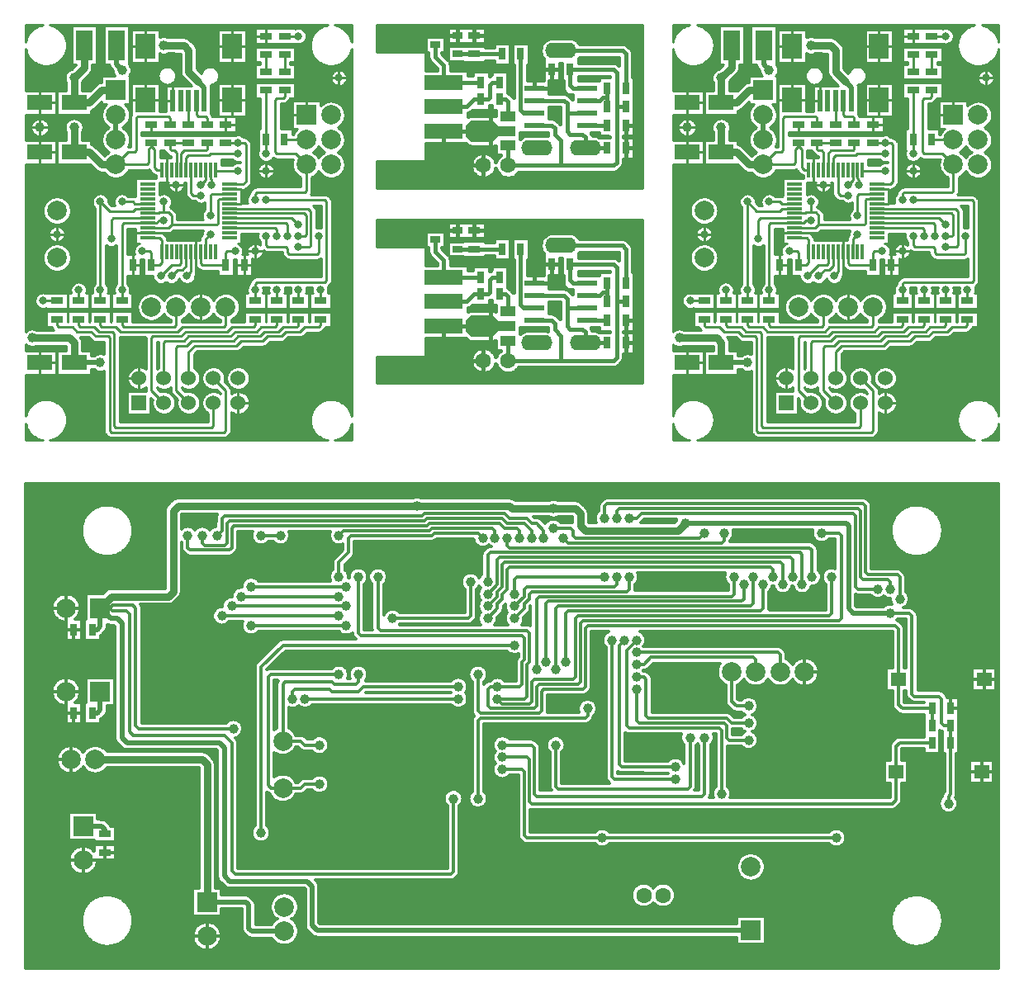
<source format=gbr>
G04 DipTrace 3.2.0.1*
G04 Âåðõíèé.gbr*
%MOIN*%
G04 #@! TF.FileFunction,Copper,L1,Top*
G04 #@! TF.Part,Single*
%AMOUTLINE3*
4,1,10,
0.100394,0.019685,
0.033465,0.019685,
0.009843,0.043307,
-0.076772,0.043307,
-0.100394,0.019685,
-0.100394,-0.019685,
-0.076772,-0.043307,
0.009843,-0.043307,
0.033465,-0.019685,
0.100394,-0.019685,
0.100394,0.019685,
0*%
G04 #@! TA.AperFunction,CopperBalancing*
%ADD10C,0.009843*%
%ADD13C,0.011811*%
G04 #@! TA.AperFunction,Conductor*
%ADD14C,0.009927*%
%ADD15C,0.029528*%
%ADD16C,0.019685*%
G04 #@! TA.AperFunction,CopperBalancing*
%ADD17C,0.015748*%
G04 #@! TA.AperFunction,ComponentPad*
%ADD21R,0.07874X0.07874*%
%ADD22C,0.07874*%
%ADD23R,0.027559X0.051181*%
%ADD24R,0.051181X0.027559*%
G04 #@! TA.AperFunction,ComponentPad*
%ADD25C,0.07874*%
%ADD30R,0.062992X0.011811*%
%ADD31R,0.011811X0.062992*%
G04 #@! TA.AperFunction,ComponentPad*
%ADD35C,0.062992*%
%ADD38R,0.059055X0.055118*%
%ADD42R,0.041339X0.025591*%
%ADD54R,0.100394X0.062992*%
%ADD59R,0.066142X0.122047*%
%ADD62R,0.019685X0.090551*%
%ADD63R,0.07874X0.098425*%
G04 #@! TA.AperFunction,ComponentPad*
%ADD64C,0.06*%
%ADD65R,0.06X0.06*%
%ADD66R,0.07874X0.023622*%
%ADD67R,0.15748X0.059055*%
G04 #@! TA.AperFunction,ComponentPad*
%ADD68O,0.125984X0.062992*%
%ADD70R,0.059055X0.03937*%
G04 #@! TA.AperFunction,ViaPad*
%ADD71C,0.03937*%
%ADD72C,0.031496*%
%ADD157OUTLINE3*%
%FSLAX26Y26*%
G04*
G70*
G90*
G75*
G01*
G04 Top*
%LPD*%
X3533465Y1496063D2*
D13*
Y1584646D1*
X3523622Y1594488D1*
X3405512D1*
X3395669Y1604331D1*
Y1870079D1*
X3385827Y1879921D1*
X2352362D1*
X2342520Y1870079D1*
Y1820866D1*
X1978346Y1515748D2*
Y1574803D1*
X1988189Y1584646D1*
X2342520D1*
X2391732D2*
Y1555118D1*
X2381890Y1545276D1*
X2027559D1*
X2017717Y1535433D1*
Y1505906D1*
X1978346Y1466535D1*
X3494094Y1535433D2*
Y1564961D1*
X3484252Y1574803D1*
X3385827D1*
X3375984Y1584646D1*
Y1850394D1*
X3366142Y1860236D1*
X2401575D1*
X2391732Y1850394D1*
Y1820866D1*
X2440945Y1584646D2*
Y1535433D1*
X2431102Y1525591D1*
X2047244D1*
X2037402Y1515748D1*
Y1496063D1*
X2017717Y1476378D1*
Y1456693D1*
X1978346Y1417323D1*
X3444882Y1535433D2*
X3366142D1*
X3356299Y1545276D1*
Y1830709D1*
X3346457Y1840551D1*
X2490157D1*
X2470472Y1820866D1*
X2440945D1*
X749921Y2968987D2*
D14*
X731328Y2950394D1*
Y2897373D1*
X3277559Y531496D2*
D13*
X2332677D1*
X2027559D1*
X2017717Y541339D1*
Y797244D1*
X2007874Y807087D1*
X1929134D1*
X2332677Y531496D2*
D3*
X3663386Y915354D2*
X3533465D1*
X3517717Y899606D1*
Y797244D1*
X1929134Y856299D2*
X2027559D1*
X2037402Y846457D1*
Y679134D1*
X2047244Y669291D1*
X3503937D1*
X3517717Y683071D1*
Y797244D1*
X2421260Y1328740D2*
X2401575Y1309055D1*
Y826772D1*
X2411417Y816929D1*
X2627953D1*
Y767717D2*
X2381890D1*
X2372047Y777559D1*
Y1328740D1*
X2470472D2*
X2431102Y1289370D1*
Y984252D1*
X2440945Y974409D1*
X2805118D1*
X2814961Y964567D1*
Y708661D1*
X2687008Y935039D2*
Y738189D1*
X2677165Y728346D1*
X2155512D1*
X2145669Y738189D1*
Y905512D1*
X2746063Y1761811D2*
X2726378Y1742126D1*
X2224409D1*
X2214567Y1751969D1*
Y1771654D1*
X2204724Y1781496D1*
X2135827D1*
X2066929Y1210630D2*
Y1496063D1*
X2076772Y1505906D1*
X2854331D1*
X2864173Y1515748D1*
Y1584646D1*
X2942913D2*
Y1476378D1*
X2933071Y1466535D1*
X2155512D1*
X2145669Y1456693D1*
Y1210630D1*
X2746063Y935039D2*
Y708661D1*
X2736220Y698819D1*
X2066929D1*
X2057087Y708661D1*
Y895669D1*
X2047244Y905512D1*
X1929134D1*
X2175197Y1742126D2*
X2194882Y1722441D1*
X2814961D1*
X2824803Y1732283D1*
Y1761811D1*
X2903543Y1555118D2*
Y1496063D1*
X2893701Y1486220D1*
X2116142D1*
X2106299Y1476378D1*
Y1240157D1*
X2982283Y1555118D2*
Y1456693D1*
X2972441Y1446850D1*
X2194882D1*
X2185039Y1437008D1*
Y1240157D1*
X2096457Y1742126D2*
Y1771654D1*
X2066929Y1801181D1*
X2047244D1*
X2027559Y1820866D1*
X1958661D1*
X1938976Y1840551D1*
X1614173D1*
X1604331Y1830709D1*
X807087D1*
X797244Y1820866D1*
Y1771654D1*
X777559Y1751969D1*
X1082677Y1092520D2*
Y1122047D1*
X1092520Y1131890D1*
X1230315D1*
X1240157Y1122047D1*
X1348425D1*
X1368110Y1141732D1*
X1751969D1*
X1131890Y1092520D2*
X1751969D1*
X1978346Y1309055D2*
X1043307D1*
X954724Y1220472D1*
Y551181D1*
X1830709Y1190945D2*
Y1043307D1*
X1840551Y1033465D1*
X2076772D1*
X2086614Y1043307D1*
Y1122047D1*
X2096457Y1131890D1*
X2253937D1*
X2263780Y1141732D1*
Y1377953D1*
X2273622Y1387795D1*
X3513780D1*
X3527559Y1374016D1*
Y1171260D1*
X3663386Y984252D2*
Y1053150D1*
X3527559Y1171260D2*
Y1068898D1*
X3543307Y1053150D1*
X3663386D1*
X1348425Y1190945D2*
Y1161417D1*
X1338583Y1151575D1*
X1250000D1*
X1240157Y1161417D1*
X1053150D1*
X1043307Y1151575D1*
Y921772D1*
X1115630D1*
X1131890Y905512D1*
X1190945D1*
X1269685Y1190945D2*
X994094D1*
X984252Y1181102D1*
Y743504D1*
X995984Y731772D1*
X1043307D1*
X1115630D1*
X1131890Y748031D1*
X1190945D1*
X1299213Y1387795D2*
X915354D1*
X1850394Y1742126D2*
X1830709Y1761811D1*
X1653543D1*
X1643701Y1751969D1*
X1318898D1*
X1309055Y1742126D1*
Y1683071D1*
X1269685Y1643701D1*
Y1584646D1*
X3021654D2*
Y1614173D1*
X3011811Y1624016D1*
X1958661D1*
X1948819Y1614173D1*
Y1535433D1*
X1929134Y1515748D1*
Y1496063D1*
X1909449Y1476378D1*
Y1456693D1*
X1870079Y1417323D1*
Y1466535D2*
X1909449Y1505906D1*
Y1525591D1*
X1929134Y1545276D1*
Y1633858D1*
X1938976Y1643701D1*
X3051181D1*
X3061024Y1633858D1*
Y1555118D1*
X3100394Y1584646D2*
Y1653543D1*
X3090551Y1663386D1*
X1919291D1*
X1909449Y1653543D1*
Y1555118D1*
X1870079Y1515748D1*
Y1564961D2*
Y1673228D1*
X1879921Y1683071D1*
X3129921D1*
X3139764Y1673228D1*
Y1555118D1*
X1899606Y1742126D2*
Y1771654D1*
X1889764Y1781496D1*
X1643701D1*
X1633858Y1771654D1*
X1289370D1*
X1269685Y1751969D1*
X3179134Y1584646D2*
Y1692913D1*
X3169291Y1702756D1*
X1958661D1*
X1948819Y1712598D1*
Y1742126D1*
X2952756Y1200787D2*
Y1250000D1*
X2942913Y1259843D1*
X2529528D1*
X2500000Y1230315D1*
X2470472D1*
X3257874Y1584646D2*
Y1437008D1*
X3248031Y1427165D1*
X2234252D1*
X2224409Y1417323D1*
Y1181102D1*
X2214567Y1171260D1*
X2057087D1*
X2047244Y1161417D1*
Y1082677D1*
X2037402Y1072835D1*
X1929134D1*
X1909449Y1092520D1*
X2017717D1*
X2027559Y1102362D1*
Y1230315D1*
X2037402Y1240157D1*
Y1358268D1*
X2027559Y1368110D1*
X1437008D1*
X1427165Y1377953D1*
Y1584646D1*
X3218504Y1761811D2*
X3287402D1*
X3297244Y1751969D1*
Y1417323D1*
X3287402Y1407480D1*
X2253937D1*
X2244094Y1397638D1*
Y1161417D1*
X2234252Y1151575D1*
X2076772D1*
X2066929Y1141732D1*
Y1062992D1*
X2057087Y1053150D1*
X1879921D1*
X1870079Y1062992D1*
Y1131890D1*
X1879921Y1141732D1*
X1909449D1*
X1348425Y1584646D2*
Y1358268D1*
X1358268Y1348425D1*
X2007874D1*
X2017717Y1338583D1*
Y1250000D1*
X2007874Y1240157D1*
Y1151575D1*
X1998031Y1141732D1*
X1909449D1*
X1998031Y1742126D2*
Y1771654D1*
X1988189Y1781496D1*
X1938976D1*
X1919291Y1801181D1*
X1633858D1*
X1624016Y1791339D1*
X846457D1*
X836614Y1781496D1*
Y1702756D1*
X826772Y1692913D1*
X669291D1*
X659449Y1702756D1*
Y1751969D1*
X718504D2*
Y1722441D1*
X728346Y1712598D1*
X807087D1*
X816929Y1722441D1*
Y1801181D1*
X826772Y1811024D1*
X1614173D1*
X1624016Y1820866D1*
X1929134D1*
X1948819Y1801181D1*
X2017717D1*
X2047244Y1771654D1*
Y1742126D1*
X672273Y2897373D2*
D14*
Y2816346D1*
X656181Y2800255D1*
X393709Y2744010D2*
D10*
Y2700171D1*
X827785Y3131625D2*
D14*
X756325D1*
X749921Y3125220D1*
Y3043979D1*
X497076Y3013514D2*
X531976D1*
X543693Y3025231D1*
X562441D1*
X497076Y3013514D2*
D10*
X400740D1*
X393709Y3006483D1*
Y2744010D1*
X497076Y3052885D2*
D14*
X540100D1*
X543693Y3056478D1*
X562441D1*
X581189D1*
X593688Y3043979D1*
Y3006483D1*
X581034Y2993829D1*
X497076D1*
X593688Y3006483D2*
D10*
X774919D1*
X781168Y3012732D1*
Y3106472D1*
X786635Y3111940D1*
X827785D1*
X562441Y3100223D2*
Y3056478D1*
X306218Y2744010D2*
Y2700171D1*
Y3100223D2*
D14*
Y2744010D1*
X497076Y3072570D2*
D10*
X447297D1*
X437454Y3062727D1*
X343714D1*
X306218Y3100223D1*
Y2625367D2*
Y2600276D1*
X312467Y2594026D1*
X368711D1*
X387459Y2575278D1*
X618685D1*
X637433Y2594026D1*
X806165D1*
X812430Y2600291D1*
Y2675268D1*
X612430D2*
Y2600270D1*
X606186Y2594026D1*
X399958D1*
X393709Y2600276D1*
Y2625367D1*
X1018895Y2699919D2*
Y2743759D1*
X1018643Y2744010D1*
X827785Y3072570D2*
D14*
X1146286D1*
X1156129Y3062727D1*
Y2925241D1*
X1149879Y2918992D1*
X1106134D1*
X562430Y2387803D2*
D10*
Y2531522D1*
X568690Y2537782D1*
X643682D1*
X662430Y2556530D1*
X831163D1*
X849911Y2575278D1*
X937402D1*
X956150Y2594026D1*
X1012394D1*
X1018895Y2600528D1*
Y2625115D1*
X74992Y2700265D2*
X131236D1*
Y2700171D1*
X827785Y2993829D2*
D14*
X1012549D1*
X1018643Y2987735D1*
Y2962738D1*
X756171Y3168966D2*
D10*
Y3187714D1*
X751013Y3192871D1*
Y3228081D1*
X762430Y2387803D2*
X812415Y2337819D1*
Y2175320D1*
X806165Y2169071D1*
X349963D1*
X343714Y2175320D1*
Y2550281D1*
X337465Y2556530D1*
X287470D1*
X268722Y2575278D1*
X212478D1*
X193730Y2594026D1*
X137486D1*
X131236Y2600276D1*
Y2625367D1*
X1193877Y2699919D2*
Y2743759D1*
X1193625Y2744010D1*
X827785Y3033199D2*
D14*
X1079417D1*
X1106134Y3006483D1*
X662430Y2387803D2*
D10*
Y2494037D1*
X687428Y2519034D1*
X856160D1*
X874908Y2537782D1*
X962399D1*
X981147Y2556530D1*
X1037391D1*
X1056139Y2575278D1*
X1112383D1*
X1131131Y2594026D1*
X1187375D1*
X1193877Y2600528D1*
Y2625115D1*
X218727Y2744010D2*
Y2700171D1*
X827785Y3013514D2*
D14*
X1055357D1*
X1062388Y3006483D1*
Y2962738D1*
X1137375Y3350197D2*
D10*
X1049795D1*
X762430Y2287803D2*
Y2194079D1*
X756171Y2187819D1*
X368711D1*
X362462Y2194068D1*
Y2569029D1*
X356213Y2575278D1*
X299969D1*
X281220Y2594026D1*
X224976D1*
X218727Y2600276D1*
Y2625367D1*
X931404Y2699919D2*
Y2743759D1*
X931152Y2744010D1*
X712425Y3168966D2*
D14*
X731328Y3187869D1*
Y3228081D1*
X974898Y3106472D2*
D10*
X1212373D1*
X1218622Y3100223D1*
Y2781507D1*
X1212373Y2775257D1*
X937402D1*
X931152Y2769008D1*
Y2744010D1*
X931404Y2625115D2*
Y2600528D1*
X924903Y2594026D1*
X837412D1*
X818664Y2575278D1*
X649932D1*
X631184Y2556530D1*
X518696D1*
X512446Y2550281D1*
Y2337787D1*
X562430Y2287803D1*
X1106386Y2699919D2*
Y2743759D1*
X1106134Y2744010D1*
X827785Y3052885D2*
D14*
X1128475D1*
X1137381Y3043979D1*
Y2968987D1*
X1131131Y2962738D1*
X1106134D1*
X1106386Y2625115D2*
D10*
Y2600528D1*
X1099885Y2594026D1*
X1043640D1*
X1024892Y2575278D1*
X968648D1*
X949900Y2556530D1*
X862409D1*
X843661Y2537782D1*
X674929D1*
X656181Y2519034D1*
X618685D1*
X612436Y2512785D1*
Y2337798D1*
X662430Y2287803D1*
X2470472Y1279528D2*
D13*
X3041339D1*
X3051181Y1269685D1*
Y1200787D1*
X652588Y3228081D2*
D10*
Y3277861D1*
X662430Y3287703D1*
X743672D1*
X749921Y3293953D1*
X862409D1*
X974898Y3550270D2*
Y3350291D1*
X974992Y3350197D1*
X974898Y3293953D2*
Y3350102D1*
X672273Y3228081D2*
Y3134126D1*
X681178Y3125220D1*
X712425D1*
X1137375Y3250197D2*
Y3143963D1*
X1131131Y3137719D1*
X937402D1*
X931152Y3131470D1*
Y3106472D1*
X1049890Y3550270D2*
Y3525178D1*
X1043640Y3518929D1*
X1018643D1*
X1012394Y3512680D1*
Y3300202D1*
X1018643Y3293953D1*
X1093619D1*
X1137375Y3250197D1*
X797244Y1427165D2*
D13*
X1269685D1*
X836614Y1466535D2*
X1299213D1*
X875984Y1505906D2*
X1269685D1*
X1299213Y1545276D2*
X915354D1*
X1033465Y1751969D2*
X954724D1*
X2923228Y925197D2*
X2844488D1*
X2834646Y935039D1*
Y984252D1*
X2824803Y994094D1*
X2480315D1*
X2470472Y1003937D1*
Y1131890D1*
X2923228Y994094D2*
X2854331D1*
X2834646Y1013780D1*
X2519685D1*
X2509843Y1023622D1*
Y1171260D1*
X2500000Y1181102D1*
X2470472D1*
X497076Y3033199D2*
D10*
X357932D1*
X349963Y3025231D1*
Y2950239D1*
X1187375Y2962738D2*
Y2893995D1*
X1181126Y2887745D1*
X1068638D1*
X1062388Y2893995D1*
Y2912743D1*
X1056139Y2918992D1*
X981147D1*
X974898Y2925241D1*
Y2962738D1*
X587438Y3337793D2*
D14*
X662430D1*
X613218Y3228081D2*
Y3299420D1*
X606186Y3306451D1*
X593688D1*
X587438Y3312701D1*
Y3337793D1*
X632903Y3228081D2*
Y3295672D1*
X643682Y3306451D1*
X731173D1*
X737423Y3312701D1*
Y3337793D1*
X827785Y3092255D2*
X873189D1*
X874908Y3093974D1*
X691958Y2897373D2*
Y2795724D1*
X709301Y2778382D1*
X497076Y2974144D2*
X682270D1*
X691958Y2964457D1*
Y2897373D1*
X652588D2*
Y2840407D1*
X637433Y2825252D1*
X618685D1*
X593688Y2800255D1*
X632903Y2897373D2*
Y2851969D1*
X624934Y2844000D1*
X593688D1*
X549942Y2800255D1*
X200134Y3500181D2*
D15*
Y3600325D1*
X241257Y3731407D2*
Y3641449D1*
X200134Y3600325D1*
X368711Y3550192D2*
X312483D1*
X262472Y3500181D1*
X200134D1*
Y3300202D2*
X262472D1*
X312467Y3250207D1*
X368696D1*
X368711Y3250192D1*
X200134Y3300202D2*
Y3400346D1*
X587438Y3412596D2*
D14*
Y3437688D1*
X581189Y3443937D1*
X456202D1*
X449953Y3437688D1*
Y3306451D1*
X443703Y3300202D1*
X418722D1*
X368711Y3250192D1*
X493682D1*
X499948Y3256457D1*
Y3312701D1*
X512446Y3325199D1*
Y3337793D1*
X554163Y3228081D2*
X534572D1*
X524945Y3237709D1*
Y3312701D1*
X512446Y3325199D1*
X711643Y2897373D2*
Y2851031D1*
X718675Y2844000D1*
X812509D1*
X497076Y2954459D2*
D10*
X545722D1*
X554163Y2946018D1*
Y2897373D1*
Y2854470D1*
X543693Y2844000D1*
X512352D1*
X812415Y3337793D2*
X887312D1*
X893656Y3331449D1*
Y3181465D1*
X883186Y3170995D1*
X827785D1*
X849911Y2900244D2*
X818664D1*
X812509Y2894089D1*
Y2844000D1*
X512352D2*
Y2894089D1*
X506197Y2900244D1*
X474950D1*
X862409Y3337698D2*
X812509D1*
X812415Y3337793D1*
X1049890Y3768808D2*
X1106039D1*
X1106134Y3768903D1*
X306144Y1459251D2*
D16*
Y1384392D1*
X293504Y1371752D1*
X274655D1*
X843504Y971752D2*
D13*
X462253D1*
X449753Y984252D1*
Y1459252D1*
X437253Y1471752D1*
X356004D1*
X343503Y1459251D1*
X306144D1*
D16*
X348072Y1417323D1*
X374016D1*
X393701Y1397638D1*
Y935039D1*
X413386Y915354D1*
X787402D1*
X807087Y895669D1*
Y376919D1*
X829675Y354331D1*
X1141732D1*
X1161417Y334646D1*
Y177165D1*
X1181102Y157480D1*
X2933071D1*
X1801181Y1564961D2*
D13*
Y1427165D1*
X1791339Y1417323D1*
X1486220D1*
X306144Y1459251D2*
D15*
X352799Y1505906D1*
X580709D1*
X600394Y1525591D1*
Y1850394D1*
X620079Y1870079D1*
X1584646D1*
X1958661D1*
X1968504Y1860236D1*
X2194882D1*
X2224409D1*
X2244094Y1840551D1*
Y1791339D1*
X2263780Y1771654D1*
X2637795D1*
X2667323Y1801181D1*
X3738189Y915354D2*
D13*
Y984252D1*
X3730315Y669291D2*
Y698819D1*
X3738189Y706693D1*
Y915354D1*
Y984252D2*
X3710630D1*
X3700787Y994094D1*
Y1092520D1*
X3690945Y1102362D1*
X3592520D1*
X3582677Y1112205D1*
Y1427165D1*
X3572835Y1437008D1*
X3494094D1*
X2923228Y1062992D2*
X2874016D1*
X2854331Y1082677D1*
Y1200787D1*
X1584646Y1870079D2*
D3*
X2273622Y1053150D2*
Y1023622D1*
X2263780Y1013780D1*
X1840551D1*
X1830709Y1003937D1*
Y688976D1*
X1732283D2*
Y393701D1*
X1722441Y383858D1*
X850147D1*
X836614Y397391D1*
Y916142D1*
X807874Y944882D1*
X439123D1*
X423228Y960777D1*
Y1435778D1*
X412255Y1446752D1*
X356004D1*
X343505Y1459251D1*
X3494094Y1437008D2*
D16*
X3346457D1*
X3326772Y1456693D1*
Y1791339D1*
X3316929Y1801181D1*
X2667323D1*
X2135827Y1860236D2*
D13*
X2194882D1*
X371178Y3731407D2*
D16*
Y3653948D1*
X393709Y3631417D1*
X725423Y3506714D2*
Y3562176D1*
X702360Y3585239D1*
D15*
X662430Y3625168D1*
Y3712659D1*
X643682Y3731407D1*
X562441D1*
X662430Y3506714D2*
D14*
Y3412596D1*
X693927Y3506714D2*
Y3449937D1*
X699927Y3443937D1*
X731173D1*
X737423Y3437688D1*
Y3412596D1*
X1049890Y3625073D2*
D10*
Y3694005D1*
X306218Y2450291D2*
D16*
X200134D1*
X368711Y3350192D2*
Y3450192D1*
X31247Y2550281D2*
D15*
X181231D1*
X200134Y2531378D1*
Y2450291D1*
X770698Y3228081D2*
D10*
Y3225210D1*
X862409D1*
X1842520Y3582677D2*
D17*
X1692913D1*
X1657579Y3734252D2*
Y3685778D1*
X1692913Y3650444D1*
Y3582677D1*
X1748130Y3696850D2*
X1815354D1*
X1927953D1*
Y3696752D1*
X1692913Y3385827D2*
X1879921D1*
X2271654Y3409252D2*
X2352953D1*
Y3559252D2*
Y3521752D1*
Y3484252D1*
X2271654Y3509252D2*
X2321605D1*
X2334105Y3521752D1*
X2352953D1*
X2165354Y3710630D2*
X2413976D1*
X2427756Y3696850D1*
Y3559252D1*
X2002756Y3696752D2*
Y3471850D1*
X2015354Y3459252D1*
X2059055D1*
X1692913Y3484252D2*
X1784105D1*
X1813633Y3513780D1*
X1842520D1*
X1869882D1*
X1877854Y3521752D1*
Y3571752D1*
X1888780Y3582677D1*
X1917323D1*
X1950787Y3444882D2*
Y3505068D1*
X1942076Y3513780D1*
X1917323D1*
X306144Y1121753D2*
D16*
Y1046892D1*
X293504Y1034252D1*
X274655D1*
X286459Y846751D2*
D15*
X718505D1*
X737253Y828003D1*
Y271900D1*
X1049755Y153790D2*
D16*
X917717D1*
X905512Y165995D1*
Y259744D1*
X893356Y271900D1*
X737253D1*
X2271654Y3559252D2*
D17*
X2215354D1*
X2202756Y3571850D1*
Y3634252D1*
X2377854D1*
X2390354Y3621752D1*
Y3484252D1*
Y3259252D1*
X2377854Y3246752D1*
X2165354D1*
X1952854D1*
X2165354D2*
Y3346752D1*
X2140354Y3371752D1*
Y3396752D1*
X2127854Y3409252D1*
X2059055D1*
X1952854Y3246752D2*
Y3324705D1*
X1950787Y3326772D1*
X2427756Y3484252D2*
X2390354D1*
X237255Y578148D2*
D16*
X312108D1*
X324753Y565503D1*
Y546652D1*
X497076Y3092255D2*
D10*
X445423D1*
X437454Y3100223D1*
X393709D1*
X974898Y3625073D2*
Y3694005D1*
X2352953Y3316929D2*
D17*
X2263780D1*
Y3360827D1*
X2252854Y3371752D1*
X2202854D1*
X2190354Y3384252D1*
Y3459252D1*
X2271654D1*
X2059055Y3509252D2*
X2177854D1*
X2190354Y3496752D1*
Y3459252D1*
X1842520Y2795276D2*
X1692913D1*
X1657579Y2946850D2*
Y2898377D1*
X1692913Y2863042D1*
Y2795276D1*
X1748130Y2909449D2*
X1815354D1*
X1927953D1*
Y2909350D1*
X1692913Y2598425D2*
X1879921D1*
X2271654Y2621850D2*
X2352953D1*
Y2771850D2*
Y2734350D1*
Y2696850D1*
X2271654Y2721850D2*
X2321605D1*
X2334105Y2734350D1*
X2352953D1*
X2165354Y2923228D2*
X2413976D1*
X2427756Y2909449D1*
Y2771850D1*
X2002756Y2909350D2*
Y2684449D1*
X2015354Y2671850D1*
X2059055D1*
X1692913Y2696850D2*
X1784105D1*
X1813633Y2726378D1*
X1842520D1*
X1869882D1*
X1877854Y2734350D1*
Y2784350D1*
X1888780Y2795276D1*
X1917323D1*
X1950787Y2657480D2*
Y2717667D1*
X1942076Y2726378D1*
X1917323D1*
X2271654Y2771850D2*
X2215354D1*
X2202756Y2784449D1*
Y2846850D1*
X2377854D1*
X2390354Y2834350D1*
Y2696850D1*
Y2471850D1*
X2377854Y2459350D1*
X2165354D1*
X1952854D1*
X2165354D2*
Y2559350D1*
X2140354Y2584350D1*
Y2609350D1*
X2127854Y2621850D1*
X2059055D1*
X1952854Y2459350D2*
Y2537303D1*
X1950787Y2539370D1*
X2427756Y2696850D2*
X2390354D1*
X2352953Y2529528D2*
X2263780D1*
Y2573425D1*
X2252854Y2584350D1*
X2202854D1*
X2190354Y2596850D1*
Y2671850D1*
X2271654D1*
X2059055Y2721850D2*
X2177854D1*
X2190354Y2709350D1*
Y2671850D1*
X3362068Y2968987D2*
D14*
X3343475Y2950394D1*
Y2897373D1*
X3109223Y3033199D2*
D10*
X2970079D1*
X2962110Y3025231D1*
Y2950239D1*
X3799522Y2962738D2*
Y2893995D1*
X3793273Y2887745D1*
X3680785D1*
X3674535Y2893995D1*
Y2912743D1*
X3668286Y2918992D1*
X3593294D1*
X3587045Y2925241D1*
Y2962738D1*
X3284420Y2897373D2*
D14*
Y2816346D1*
X3268328Y2800255D1*
X3005856Y2744010D2*
D10*
Y2700171D1*
X3439932Y3131625D2*
D14*
X3368472D1*
X3362068Y3125220D1*
Y3043979D1*
X3109223Y3013514D2*
X3144123D1*
X3155840Y3025231D1*
X3174588D1*
X3109223Y3013514D2*
D10*
X3012887D1*
X3005856Y3006483D1*
Y2744010D1*
X3109223Y3052885D2*
D14*
X3152247D1*
X3155840Y3056478D1*
X3174588D1*
X3193336D1*
X3205835Y3043979D1*
Y3006483D1*
X3193181Y2993829D1*
X3109223D1*
X3205835Y3006483D2*
D10*
X3387066D1*
X3393315Y3012732D1*
Y3106472D1*
X3398782Y3111940D1*
X3439932D1*
X3174588Y3100223D2*
Y3056478D1*
X2918365Y2744010D2*
Y2700171D1*
Y3100223D2*
D14*
Y2744010D1*
X3109223Y3072570D2*
D10*
X3059444D1*
X3049601Y3062727D1*
X2955861D1*
X2918365Y3100223D1*
Y2625367D2*
Y2600276D1*
X2924614Y2594026D1*
X2980858D1*
X2999606Y2575278D1*
X3230832D1*
X3249580Y2594026D1*
X3418312D1*
X3424577Y2600291D1*
Y2675268D1*
X3224577D2*
Y2600270D1*
X3218333Y2594026D1*
X3012105D1*
X3005856Y2600276D1*
Y2625367D1*
X3631042Y2699919D2*
Y2743759D1*
X3630790Y2744010D1*
X3439932Y3072570D2*
D14*
X3758433D1*
X3768276Y3062727D1*
Y2925241D1*
X3762026Y2918992D1*
X3718281D1*
X3174577Y2387803D2*
D10*
Y2531522D1*
X3180837Y2537782D1*
X3255829D1*
X3274577Y2556530D1*
X3443310D1*
X3462058Y2575278D1*
X3549549D1*
X3568297Y2594026D1*
X3624541D1*
X3631042Y2600528D1*
Y2625115D1*
X2687139Y2700265D2*
X2743383D1*
Y2700171D1*
X3439932Y2993829D2*
D14*
X3624696D1*
X3630790Y2987735D1*
Y2962738D1*
X3368318Y3168966D2*
D10*
Y3187714D1*
X3363160Y3192871D1*
Y3228081D1*
X3374577Y2387803D2*
X3424562Y2337819D1*
Y2175320D1*
X3418312Y2169071D1*
X2962110D1*
X2955861Y2175320D1*
Y2550281D1*
X2949612Y2556530D1*
X2899617D1*
X2880869Y2575278D1*
X2824625D1*
X2805877Y2594026D1*
X2749633D1*
X2743383Y2600276D1*
Y2625367D1*
X3806024Y2699919D2*
Y2743759D1*
X3805772Y2744010D1*
X3439932Y3033199D2*
D14*
X3691564D1*
X3718281Y3006483D1*
X3274577Y2387803D2*
D10*
Y2494037D1*
X3299575Y2519034D1*
X3468307D1*
X3487055Y2537782D1*
X3574546D1*
X3593294Y2556530D1*
X3649538D1*
X3668286Y2575278D1*
X3724530D1*
X3743278Y2594026D1*
X3799522D1*
X3806024Y2600528D1*
Y2625115D1*
X2830874Y2744010D2*
Y2700171D1*
X3439932Y3013514D2*
D14*
X3667504D1*
X3674535Y3006483D1*
Y2962738D1*
X3749522Y3350197D2*
D10*
X3661942D1*
X3374577Y2287803D2*
Y2194079D1*
X3368318Y2187819D1*
X2980858D1*
X2974609Y2194068D1*
Y2569029D1*
X2968360Y2575278D1*
X2912115D1*
X2893367Y2594026D1*
X2837123D1*
X2830874Y2600276D1*
Y2625367D1*
X3543551Y2699919D2*
Y2743759D1*
X3543299Y2744010D1*
X3324572Y3168966D2*
D14*
X3343475Y3187869D1*
Y3228081D1*
X3587045Y3106472D2*
D10*
X3824520D1*
X3830769Y3100223D1*
Y2781507D1*
X3824520Y2775257D1*
X3549549D1*
X3543299Y2769008D1*
Y2744010D1*
X3543551Y2625115D2*
Y2600528D1*
X3537050Y2594026D1*
X3449559D1*
X3430811Y2575278D1*
X3262079D1*
X3243331Y2556530D1*
X3130843D1*
X3124593Y2550281D1*
Y2337787D1*
X3174577Y2287803D1*
X3718533Y2699919D2*
Y2743759D1*
X3718281Y2744010D1*
X3439932Y3052885D2*
D14*
X3740622D1*
X3749528Y3043979D1*
Y2968987D1*
X3743278Y2962738D1*
X3718281D1*
X3718533Y2625115D2*
D10*
Y2600528D1*
X3712031Y2594026D1*
X3655787D1*
X3637039Y2575278D1*
X3580795D1*
X3562047Y2556530D1*
X3474556D1*
X3455808Y2537782D1*
X3287076D1*
X3268328Y2519034D1*
X3230832D1*
X3224583Y2512785D1*
Y2337798D1*
X3274577Y2287803D1*
X3264735Y3228081D2*
Y3277861D1*
X3274577Y3287703D1*
X3355819D1*
X3362068Y3293953D1*
X3474556D1*
X3587045Y3550270D2*
Y3350291D1*
X3587139Y3350197D1*
X3587045Y3293953D2*
Y3350102D1*
X3284420Y3228081D2*
Y3134126D1*
X3293325Y3125220D1*
X3324572D1*
X3749522Y3250197D2*
Y3143963D1*
X3743278Y3137719D1*
X3549549D1*
X3543299Y3131470D1*
Y3106472D1*
X3662037Y3550270D2*
Y3525178D1*
X3655787Y3518929D1*
X3630790D1*
X3624541Y3512680D1*
Y3300202D1*
X3630790Y3293953D1*
X3705766D1*
X3749522Y3250197D1*
X3199585Y3337793D2*
D14*
X3274577D1*
X3225365Y3228081D2*
Y3299420D1*
X3218333Y3306451D1*
X3205835D1*
X3199585Y3312701D1*
Y3337793D1*
X3245050Y3228081D2*
Y3295672D1*
X3255829Y3306451D1*
X3343320D1*
X3349570Y3312701D1*
Y3337793D1*
X3439932Y3092255D2*
X3485336D1*
X3487055Y3093974D1*
X3304105Y2897373D2*
Y2795724D1*
X3321448Y2778382D1*
X3109223Y2974144D2*
X3294417D1*
X3304105Y2964457D1*
Y2897373D1*
X3264735D2*
Y2840407D1*
X3249580Y2825252D1*
X3230832D1*
X3205835Y2800255D1*
X3245050Y2897373D2*
Y2851969D1*
X3237081Y2844000D1*
X3205835D1*
X3162089Y2800255D1*
X2812281Y3500181D2*
D15*
Y3600325D1*
X2853404Y3731407D2*
Y3641449D1*
X2812281Y3600325D1*
X2980858Y3550192D2*
X2924630D1*
X2874619Y3500181D1*
X2812281D1*
Y3300202D2*
X2874619D1*
X2924614Y3250207D1*
X2980843D1*
X2980858Y3250192D1*
X2812281Y3300202D2*
Y3400346D1*
X3199585Y3412596D2*
D14*
Y3437688D1*
X3193336Y3443937D1*
X3068349D1*
X3062100Y3437688D1*
Y3306451D1*
X3055850Y3300202D1*
X3030869D1*
X2980858Y3250192D1*
X3105829D1*
X3112094Y3256457D1*
Y3312701D1*
X3124593Y3325199D1*
Y3337793D1*
X3166310Y3228081D2*
X3146719D1*
X3137092Y3237709D1*
Y3312701D1*
X3124593Y3325199D1*
X3323790Y2897373D2*
Y2851031D1*
X3330822Y2844000D1*
X3424656D1*
X3109223Y2954459D2*
D10*
X3157869D1*
X3166310Y2946018D1*
Y2897373D1*
Y2854470D1*
X3155840Y2844000D1*
X3124499D1*
X3424562Y3337793D2*
X3499459D1*
X3505803Y3331449D1*
Y3181465D1*
X3495333Y3170995D1*
X3439932D1*
X3462058Y2900244D2*
X3430811D1*
X3424656Y2894089D1*
Y2844000D1*
X3124499D2*
Y2894089D1*
X3118344Y2900244D1*
X3087097D1*
X3474556Y3337698D2*
X3424656D1*
X3424562Y3337793D1*
X3662037Y3768808D2*
X3718186D1*
X3718281Y3768903D1*
X2983325Y3731407D2*
D16*
Y3653948D1*
X3005856Y3631417D1*
X3337570Y3506714D2*
Y3562176D1*
X3314507Y3585239D1*
D15*
X3274577Y3625168D1*
Y3712659D1*
X3255829Y3731407D1*
X3174588D1*
X3274577Y3506714D2*
D14*
Y3412596D1*
X3306073Y3506714D2*
Y3449937D1*
X3312073Y3443937D1*
X3343320D1*
X3349570Y3437688D1*
Y3412596D1*
X3662037Y3625073D2*
D10*
Y3694005D1*
X2918365Y2450291D2*
D16*
X2812281D1*
X2980858Y3350192D2*
Y3450192D1*
X2643394Y2550281D2*
D15*
X2793378D1*
X2812281Y2531378D1*
Y2450291D1*
X3109223Y3092255D2*
D10*
X3057570D1*
X3049601Y3100223D1*
X3005856D1*
X3382845Y3228081D2*
Y3225210D1*
X3474556D1*
X3587045Y3625073D2*
Y3694005D1*
D71*
X2342520Y1584646D3*
D72*
X749921Y2968987D3*
D71*
X2687008Y935039D3*
X2145669Y905512D3*
X2746063Y935039D3*
X1929134Y905512D3*
X1082677Y1092520D3*
X1751969Y1141732D3*
X1131890Y1092520D3*
X1751969D3*
X954724Y551181D3*
X1348425Y1190945D3*
X1269685D3*
X3257874Y1584646D3*
X1909449Y1092520D3*
X3218504Y1761811D3*
X1909449Y1141732D3*
D72*
X1106134Y2918992D3*
X1018643Y2962738D3*
X756171Y3168966D3*
X1018643Y2962738D3*
X1106134Y3006483D3*
X712425Y3168966D3*
X1106134Y2962738D3*
X931152Y3106472D3*
D71*
X797244Y1427165D3*
X1269685D3*
X836614Y1466535D3*
X1299213D3*
X875984Y1505906D3*
X1269685D3*
X1299213Y1545276D3*
X915354D3*
X1033465Y1751969D3*
X954724D3*
X200134Y3600325D3*
Y3400346D3*
D72*
X3362068Y2968987D3*
X3718281Y2918992D3*
X3630790Y2962738D3*
X3368318Y3168966D3*
X3630790Y2962738D3*
X3718281Y3006483D3*
X3324572Y3168966D3*
X3718281Y2962738D3*
X3543299Y3106472D3*
D71*
X2812281Y3600325D3*
Y3400346D3*
X2372047Y1328740D3*
X2421260D3*
X2470472D3*
X2627953Y816929D3*
Y767717D3*
X2066929Y1210630D3*
X2106299Y1240157D3*
X2145669Y1210630D3*
X2185039Y1240157D3*
X1269685Y1584646D3*
X2864173D3*
X2903543Y1555118D3*
X2942913Y1584646D3*
X2982283Y1555118D3*
X3021654Y1584646D3*
X3061024Y1555118D3*
X3100394Y1584646D3*
X3139764Y1555118D3*
X3179134Y1584646D3*
X1870079Y1417323D3*
Y1466535D3*
Y1515748D3*
Y1564961D3*
X1269685Y1751969D3*
X1998031Y1742126D3*
X1948819D3*
X2047244D3*
X2096457D3*
X659449Y1751969D3*
X718504D3*
X777559D3*
X2824803Y1761811D3*
X2175197Y1742126D3*
X843504Y971752D3*
X2470472Y1279528D3*
Y1230315D3*
Y1181102D3*
Y1131890D3*
X1978346Y1309055D3*
X2814961Y708661D3*
X1830709Y1190945D3*
X1929134Y856299D3*
Y807087D3*
X3277559Y531496D3*
X915354Y1387795D3*
X1299213D3*
X2923228Y994094D3*
Y925197D3*
X2332677Y531496D3*
X2667323Y1801181D3*
X1584646Y1870079D3*
X2135827Y1860236D3*
X1131890Y1751969D3*
X618504Y1253003D3*
X1171260Y1751969D3*
X668504Y1253003D3*
X1210630Y1751969D3*
X1486220Y1417323D3*
X1732283Y1564961D3*
X1879921Y728346D3*
X2332677Y1053150D3*
X1801181Y1564961D3*
X1437008Y1190945D3*
X2342520Y1820866D3*
X3494094Y1437008D3*
X3730315Y669291D3*
X2923228Y1062992D3*
X2391732Y1820866D3*
X2273622Y1053150D3*
X1830709Y688976D3*
X1190945Y905512D3*
Y748031D3*
X1092520Y1751969D3*
X1564961Y1643701D3*
X568504Y1253003D3*
X518504D3*
X718504D3*
X2440945Y1820866D3*
X1269685Y984252D3*
X1309055D3*
X1348425D3*
X1781496Y728346D3*
Y767717D3*
X1879921D3*
X1732283Y688976D3*
X2746063Y1761811D3*
X1240157Y275591D3*
Y344488D3*
Y206693D3*
X2470472Y885827D3*
X3346457Y1200787D3*
X3602362Y334646D3*
X3740157Y196850D3*
X3602362Y59055D3*
X3464567Y196850D3*
X3503937Y295276D3*
X3385827Y1200787D3*
X3700787Y98425D3*
X3503937D3*
X3602362Y1909449D3*
X3740157Y1771654D3*
X3602362Y1633858D3*
X1899606Y1742126D3*
X3503937Y1870079D3*
X3700787D3*
X3346457Y925197D3*
X3503937Y1673228D3*
X334646Y1909449D3*
X1850394Y1742126D3*
X1427165Y1584646D3*
X196850Y1771654D3*
X236220Y1870079D3*
X433071D3*
Y1673228D3*
X236220D3*
X334646Y334646D3*
X472441Y196850D3*
X334646Y59055D3*
X196850Y196850D3*
X236220Y295276D3*
X433071D3*
Y98425D3*
X236220D3*
X1348425Y1584646D3*
X3385827Y925197D3*
X3444882Y1535433D3*
X3494094D3*
X3533465Y1496063D3*
X2135827Y1781496D3*
X2440945Y1584646D3*
X2391732D3*
X1978346Y1515748D3*
Y1466535D3*
Y1417323D3*
D72*
X1018643Y2744010D3*
X931152D3*
X1193625D3*
X1106134D3*
X393709D3*
X306218D3*
X218727D3*
X74992Y2700265D3*
D71*
X306218Y2450291D3*
X31247Y2550281D3*
X393709Y3631417D3*
X562441Y3731407D3*
D72*
X1062388Y2962738D3*
X974898Y3106472D3*
X393709Y3100223D3*
X749921Y3043979D3*
X562441Y3025231D3*
X549942Y2800255D3*
X593688D3*
D71*
X62493Y3400192D3*
D72*
X862409Y3225210D3*
X656181Y2800255D3*
X306218Y3100223D3*
X474950Y2900244D3*
X849911D3*
X862409Y3337698D3*
X349963Y2950239D3*
X931152Y2900244D3*
X131236Y2968987D3*
X862409Y3293953D3*
X712425Y3125220D3*
X562441Y3100223D3*
X974898Y3293953D3*
X1187375Y2962738D3*
X974898D3*
Y3225210D3*
X612436Y3168966D3*
X1106134Y3768903D3*
X1268617Y3600171D3*
X3630790Y2744010D3*
X3543299D3*
X3805772D3*
X3718281D3*
X3005856D3*
X2918365D3*
X2830874D3*
X2687139Y2700265D3*
D71*
X2918365Y2450291D3*
X2643394Y2550281D3*
X3005856Y3631417D3*
X3174588Y3731407D3*
D72*
X3674535Y2962738D3*
X3587045Y3106472D3*
X3005856Y3100223D3*
X3362068Y3043979D3*
X3174588Y3025231D3*
X3162089Y2800255D3*
X3205835D3*
D71*
X2674640Y3400192D3*
D72*
X3474556Y3225210D3*
X3268328Y2800255D3*
X2918365Y3100223D3*
X3087097Y2900244D3*
X3462058D3*
X3474556Y3337698D3*
X2962110Y2950239D3*
X3543299Y2900244D3*
X2743383Y2968987D3*
X3474556Y3293953D3*
X3324572Y3125220D3*
X3174588Y3100223D3*
X3587045Y3293953D3*
X3799522Y2962738D3*
X3587045D3*
Y3225210D3*
X3224583Y3168966D3*
X3718281Y3768903D3*
X3880764Y3600171D3*
X7087Y1950919D2*
D13*
X3929917D1*
X7087Y1939239D2*
X3929917D1*
X7087Y1927559D2*
X3929917D1*
X7087Y1915879D2*
X3929917D1*
X7087Y1904199D2*
X1567021D1*
X1602256D2*
X3929917D1*
X7087Y1892520D2*
X594734D1*
X2232207D2*
X2329709D1*
X3408488D2*
X3929917D1*
X7087Y1880840D2*
X583060D1*
X2251585D2*
X2319789D1*
X3418408D2*
X3929917D1*
X7087Y1869160D2*
X295975D1*
X373310D2*
X572126D1*
X2263257D2*
X2317252D1*
X3420945D2*
X3563706D1*
X3641018D2*
X3929917D1*
X7087Y1857480D2*
X273921D1*
X395386D2*
X567029D1*
X2273546D2*
X2317252D1*
X3420945D2*
X3541630D1*
X3663094D2*
X3929917D1*
X7087Y1845801D2*
X259873D1*
X409411D2*
X566268D1*
X2277814D2*
X2312823D1*
X3420945D2*
X3527605D1*
X3677119D2*
X3929917D1*
X7087Y1834121D2*
X249745D1*
X419562D2*
X566268D1*
X634535D2*
X775936D1*
X2278228D2*
X2305856D1*
X3420945D2*
X3517454D1*
X3687270D2*
X3929917D1*
X7087Y1822441D2*
X242178D1*
X427105D2*
X566268D1*
X634535D2*
X772014D1*
X2079449D2*
X2132197D1*
X2139458D2*
X2209961D1*
X2278228D2*
X2303503D1*
X3420945D2*
X3509888D1*
X3694836D2*
X3929917D1*
X7087Y1810761D2*
X236597D1*
X432688D2*
X566268D1*
X634535D2*
X771969D1*
X2092597D2*
X2110605D1*
X2161041D2*
X2209961D1*
X2278228D2*
X2304840D1*
X2495626D2*
X2629113D1*
X3420945D2*
X3504306D1*
X3700419D2*
X3929917D1*
X7087Y1799081D2*
X232675D1*
X436631D2*
X566268D1*
X634535D2*
X771969D1*
X3420945D2*
X3500383D1*
X3704341D2*
X3929917D1*
X7087Y1787402D2*
X230206D1*
X439100D2*
X566268D1*
X634535D2*
X644885D1*
X674005D2*
X703940D1*
X733060D2*
X762995D1*
X3420945D2*
X3497916D1*
X3706808D2*
X3929917D1*
X7087Y1775722D2*
X229076D1*
X440207D2*
X566268D1*
X3420945D2*
X3496808D1*
X3707916D2*
X3929917D1*
X7087Y1764042D2*
X229283D1*
X440000D2*
X566268D1*
X861898D2*
X917646D1*
X1070551D2*
X1232598D1*
X2863797D2*
X3179525D1*
X3420945D2*
X3496992D1*
X3707732D2*
X3929917D1*
X7087Y1752362D2*
X230806D1*
X438500D2*
X566268D1*
X861898D2*
X915661D1*
X1072512D2*
X1230638D1*
X2862667D2*
X3180656D1*
X3420945D2*
X3498516D1*
X3706209D2*
X3929917D1*
X7087Y1740682D2*
X233690D1*
X435593D2*
X566268D1*
X861898D2*
X917391D1*
X1070806D2*
X1232344D1*
X2857407D2*
X3185892D1*
X3420945D2*
X3501421D1*
X3703303D2*
X3929917D1*
X7087Y1729003D2*
X238096D1*
X431188D2*
X566268D1*
X861898D2*
X923436D1*
X1064761D2*
X1238388D1*
X1652176D2*
X1813692D1*
X2849864D2*
X3198395D1*
X3238613D2*
X3271961D1*
X3420945D2*
X3505828D1*
X3698896D2*
X3929917D1*
X7087Y1717323D2*
X244232D1*
X425051D2*
X566268D1*
X861898D2*
X938245D1*
X971196D2*
X1016978D1*
X1049951D2*
X1253198D1*
X1334339D2*
X1820588D1*
X3189984D2*
X3271961D1*
X3420945D2*
X3511965D1*
X3692760D2*
X3929917D1*
X7087Y1705643D2*
X252513D1*
X416793D2*
X566268D1*
X861898D2*
X1283787D1*
X1334339D2*
X1839043D1*
X1861752D2*
X1870306D1*
X3200781D2*
X3271961D1*
X3420945D2*
X3520223D1*
X3684501D2*
X3929917D1*
X7087Y1693963D2*
X263633D1*
X405651D2*
X566268D1*
X860238D2*
X1283787D1*
X1334339D2*
X1855560D1*
X3204379D2*
X3271961D1*
X3420945D2*
X3531341D1*
X3673383D2*
X3929917D1*
X7087Y1682283D2*
X279388D1*
X389919D2*
X566268D1*
X634535D2*
X644677D1*
X851402D2*
X1273014D1*
X1334316D2*
X1846563D1*
X3204402D2*
X3271961D1*
X3420945D2*
X3547097D1*
X3657627D2*
X3929917D1*
X7087Y1670604D2*
X306978D1*
X362306D2*
X566268D1*
X634535D2*
X659003D1*
X837054D2*
X1261341D1*
X1330856D2*
X1844811D1*
X3204402D2*
X3271961D1*
X3420945D2*
X3574710D1*
X3630014D2*
X3929917D1*
X7087Y1658924D2*
X566268D1*
X634535D2*
X1249831D1*
X1320175D2*
X1844811D1*
X3204402D2*
X3271961D1*
X3420945D2*
X3929917D1*
X7087Y1647244D2*
X566268D1*
X634535D2*
X1244663D1*
X1308479D2*
X1844811D1*
X3204402D2*
X3271961D1*
X3420945D2*
X3929917D1*
X7087Y1635564D2*
X566268D1*
X634535D2*
X1244409D1*
X1296807D2*
X1844811D1*
X3204402D2*
X3271961D1*
X3420945D2*
X3929917D1*
X7087Y1623885D2*
X566268D1*
X634535D2*
X1244409D1*
X1294961D2*
X1844811D1*
X3204402D2*
X3271961D1*
X3420945D2*
X3929917D1*
X7087Y1612205D2*
X566268D1*
X634535D2*
X1242517D1*
X1296853D2*
X1321273D1*
X1375585D2*
X1400005D1*
X1454318D2*
X1844811D1*
X3206294D2*
X3230714D1*
X3541131D2*
X3929917D1*
X7087Y1600525D2*
X566268D1*
X634535D2*
X1234121D1*
X1305249D2*
X1312853D1*
X1383982D2*
X1391604D1*
X1462738D2*
X1786978D1*
X1815385D2*
X1844811D1*
X3214690D2*
X3222312D1*
X3552759D2*
X3929917D1*
X7087Y1588845D2*
X566268D1*
X634535D2*
X1230867D1*
X1465991D2*
X1770600D1*
X1831762D2*
X1839505D1*
X2479777D2*
X2825356D1*
X3558364D2*
X3929917D1*
X7087Y1577165D2*
X566268D1*
X634535D2*
X893747D1*
X936962D2*
X1231375D1*
X1465483D2*
X1764140D1*
X2479247D2*
X2825864D1*
X3558732D2*
X3929917D1*
X7087Y1565486D2*
X566268D1*
X634535D2*
X882143D1*
X1382276D2*
X1393315D1*
X1461008D2*
X1762134D1*
X2474795D2*
X2830316D1*
X3212984D2*
X3224024D1*
X3558732D2*
X3929917D1*
X7087Y1553806D2*
X566268D1*
X634535D2*
X877276D1*
X1373693D2*
X1401898D1*
X1452449D2*
X1763818D1*
X2466213D2*
X2838898D1*
X3202303D2*
X3232606D1*
X3558732D2*
X3929917D1*
X7087Y1542126D2*
X566268D1*
X634535D2*
X863734D1*
X1373693D2*
X1401898D1*
X1452449D2*
X1769791D1*
X1832571D2*
X1838664D1*
X2466213D2*
X2838898D1*
X3019047D2*
X3024269D1*
X3097780D2*
X3103016D1*
X3176513D2*
X3232606D1*
X3558732D2*
X3929917D1*
X7087Y1530446D2*
X329631D1*
X634535D2*
X845949D1*
X1373693D2*
X1401898D1*
X1452449D2*
X1775906D1*
X1826457D2*
X1833993D1*
X2465706D2*
X2838898D1*
X3012197D2*
X3031104D1*
X3090951D2*
X3109836D1*
X3169684D2*
X3232606D1*
X3558732D2*
X3929917D1*
X7087Y1518766D2*
X317866D1*
X633820D2*
X839189D1*
X1373693D2*
X1401898D1*
X1452449D2*
X1775906D1*
X1826457D2*
X1831159D1*
X3007559D2*
X3049211D1*
X3072843D2*
X3127945D1*
X3151576D2*
X3232606D1*
X3564962D2*
X3929917D1*
X7087Y1507087D2*
X135165D1*
X201542D2*
X247416D1*
X628837D2*
X836951D1*
X1373693D2*
X1401898D1*
X1452449D2*
X1775906D1*
X1826457D2*
X1832045D1*
X3007559D2*
X3232606D1*
X3355984D2*
X3418583D1*
X3570890D2*
X3929917D1*
X7087Y1495407D2*
X122385D1*
X214322D2*
X247416D1*
X617996D2*
X810930D1*
X1373693D2*
X1401898D1*
X1452449D2*
X1775906D1*
X1826457D2*
X1836944D1*
X3007559D2*
X3232606D1*
X3355984D2*
X3494409D1*
X3572505D2*
X3929917D1*
X7087Y1483727D2*
X115072D1*
X221634D2*
X247416D1*
X606323D2*
X801680D1*
X1373693D2*
X1401898D1*
X1452449D2*
X1775906D1*
X1826457D2*
X1835146D1*
X3007559D2*
X3232606D1*
X3355984D2*
X3496486D1*
X3570451D2*
X3929917D1*
X7087Y1472047D2*
X111058D1*
X225648D2*
X247416D1*
X471350D2*
X797966D1*
X1373693D2*
X1401898D1*
X1452449D2*
X1775906D1*
X1826457D2*
X1831425D1*
X3007559D2*
X3232606D1*
X3355984D2*
X3478538D1*
X3563924D2*
X3929917D1*
X7087Y1460367D2*
X109629D1*
X227079D2*
X247416D1*
X474995D2*
X777850D1*
X1373693D2*
X1401898D1*
X1452449D2*
X1775906D1*
X1826457D2*
X1831513D1*
X1934717D2*
X1939810D1*
X3007559D2*
X3232606D1*
X3579933D2*
X3929917D1*
X7087Y1448688D2*
X110597D1*
X226110D2*
X247416D1*
X475017D2*
X764909D1*
X1373693D2*
X1401898D1*
X1452449D2*
X1463812D1*
X1508621D2*
X1775906D1*
X1826457D2*
X1835491D1*
X1933356D2*
X1943751D1*
X3596404D2*
X3929917D1*
X7087Y1437008D2*
X114080D1*
X222626D2*
X247416D1*
X475017D2*
X759488D1*
X1373693D2*
X1401898D1*
X1826457D2*
X1836552D1*
X1925029D2*
X1944812D1*
X2033289D2*
X2041667D1*
X3605862D2*
X3929917D1*
X7087Y1425328D2*
X120677D1*
X216029D2*
X247416D1*
X475017D2*
X758243D1*
X1373693D2*
X1401898D1*
X1826388D2*
X1831891D1*
X1913333D2*
X1940152D1*
X2021615D2*
X2041654D1*
X3607961D2*
X3929917D1*
X7087Y1413648D2*
X132050D1*
X233007D2*
X241510D1*
X475017D2*
X760688D1*
X1373693D2*
X1401898D1*
X1822304D2*
X1831199D1*
X1908950D2*
X1939461D1*
X2017232D2*
X2041654D1*
X3607961D2*
X3929917D1*
X7087Y1401969D2*
X161531D1*
X233007D2*
X241510D1*
X475017D2*
X767793D1*
X826696D2*
X879051D1*
X1373693D2*
X1401898D1*
X1811232D2*
X1834268D1*
X1905882D2*
X1942551D1*
X2014142D2*
X2041654D1*
X3534857D2*
X3557409D1*
X3607961D2*
X3929917D1*
X7087Y1390289D2*
X166699D1*
X233007D2*
X241510D1*
X335362D2*
X339466D1*
X475017D2*
X787424D1*
X807064D2*
X876375D1*
X1373693D2*
X1401898D1*
X3546507D2*
X3557409D1*
X3607961D2*
X3929917D1*
X7087Y1378609D2*
X166699D1*
X233007D2*
X241510D1*
X334761D2*
X364488D1*
X475017D2*
X877437D1*
X1373693D2*
X1401898D1*
X3552390D2*
X3557408D1*
X3607961D2*
X3929917D1*
X7087Y1366929D2*
X166699D1*
X233007D2*
X241510D1*
X329248D2*
X364488D1*
X475017D2*
X882558D1*
X3552827D2*
X3557407D1*
X3607961D2*
X3929917D1*
X7087Y1355249D2*
X166699D1*
X233007D2*
X241510D1*
X317829D2*
X364488D1*
X475017D2*
X894807D1*
X935902D2*
X1278665D1*
X1319760D2*
X1323332D1*
X2289047D2*
X2343827D1*
X2498693D2*
X3502276D1*
X3552827D2*
X3557407D1*
X3607961D2*
X3929917D1*
X7087Y1343570D2*
X166699D1*
X233007D2*
X241510D1*
X307795D2*
X364488D1*
X475017D2*
X1328147D1*
X2289047D2*
X2336007D1*
X2506513D2*
X3502276D1*
X3552827D2*
X3557407D1*
X3607961D2*
X3929917D1*
X7087Y1331890D2*
X166699D1*
X233007D2*
X241510D1*
X307795D2*
X364488D1*
X475017D2*
X1034441D1*
X2289047D2*
X2333122D1*
X2509398D2*
X3502276D1*
X3552827D2*
X3557407D1*
X3607961D2*
X3929917D1*
X7087Y1320210D2*
X364488D1*
X475017D2*
X1019215D1*
X2289047D2*
X2333976D1*
X2508543D2*
X3502276D1*
X3552827D2*
X3557407D1*
X3607961D2*
X3929917D1*
X7087Y1308530D2*
X364488D1*
X475017D2*
X1007520D1*
X2289047D2*
X2338844D1*
X2503676D2*
X3502276D1*
X3552827D2*
X3557407D1*
X3607961D2*
X3929917D1*
X7087Y1296850D2*
X364488D1*
X475017D2*
X995846D1*
X2289047D2*
X2346780D1*
X3059256D2*
X3502276D1*
X3552827D2*
X3557407D1*
X3607961D2*
X3929917D1*
X7087Y1285171D2*
X364488D1*
X475017D2*
X984175D1*
X2289047D2*
X2346780D1*
X3070814D2*
X3502276D1*
X3552827D2*
X3557407D1*
X3607961D2*
X3929917D1*
X7087Y1273491D2*
X364488D1*
X475017D2*
X972479D1*
X1043008D2*
X1964143D1*
X2289047D2*
X2346780D1*
X3076165D2*
X3502276D1*
X3552827D2*
X3557407D1*
X3607961D2*
X3929917D1*
X7087Y1261811D2*
X364488D1*
X475017D2*
X960806D1*
X1031312D2*
X1992449D1*
X2289047D2*
X2346780D1*
X3076465D2*
X3502276D1*
X3552827D2*
X3557407D1*
X3607961D2*
X3929917D1*
X7087Y1250131D2*
X364488D1*
X475017D2*
X949134D1*
X1019639D2*
X1984766D1*
X2289047D2*
X2346780D1*
X3082001D2*
X3118786D1*
X3180411D2*
X3502276D1*
X3552827D2*
X3557407D1*
X3607961D2*
X3929917D1*
X7087Y1238451D2*
X364488D1*
X475017D2*
X937438D1*
X1007967D2*
X1982598D1*
X2289047D2*
X2346780D1*
X3095888D2*
X3104915D1*
X3194322D2*
X3502276D1*
X3552827D2*
X3557407D1*
X3607961D2*
X3929917D1*
X7087Y1226772D2*
X364488D1*
X475017D2*
X930286D1*
X996272D2*
X1256220D1*
X1283150D2*
X1334953D1*
X1361882D2*
X1817244D1*
X1844173D2*
X1982598D1*
X2289047D2*
X2346780D1*
X2531705D2*
X2801780D1*
X3202142D2*
X3502276D1*
X3552827D2*
X3557407D1*
X3607961D2*
X3929917D1*
X7087Y1215092D2*
X364488D1*
X475017D2*
X929457D1*
X984598D2*
X1239333D1*
X1300037D2*
X1318067D1*
X1378791D2*
X1800357D1*
X1861060D2*
X1982598D1*
X2289047D2*
X2346780D1*
X2520031D2*
X2797398D1*
X3206547D2*
X3478654D1*
X3607961D2*
X3825118D1*
X3922913D2*
X3929919D1*
X7087Y1203412D2*
X364488D1*
X475017D2*
X929457D1*
X1306634D2*
X1311467D1*
X1385366D2*
X1793760D1*
X1867657D2*
X1982598D1*
X2289047D2*
X2346780D1*
X2510274D2*
X2795644D1*
X3208278D2*
X3478654D1*
X3607961D2*
X3825118D1*
X3922913D2*
X3929919D1*
X7087Y1191732D2*
X364488D1*
X475017D2*
X929457D1*
X1387466D2*
X1791661D1*
X1869756D2*
X1982598D1*
X2289047D2*
X2346780D1*
X2524622D2*
X2796312D1*
X3207631D2*
X3478654D1*
X3607961D2*
X3825118D1*
X3922913D2*
X3929919D1*
X7087Y1180052D2*
X364488D1*
X475017D2*
X929457D1*
X1307142D2*
X1310971D1*
X1385874D2*
X1793252D1*
X1868165D2*
X1982598D1*
X2289047D2*
X2346780D1*
X2533458D2*
X2799450D1*
X3204471D2*
X3478654D1*
X3607961D2*
X3825118D1*
X3922913D2*
X3929919D1*
X7087Y1168373D2*
X133412D1*
X203295D2*
X247416D1*
X475017D2*
X929457D1*
X1380014D2*
X1723862D1*
X1780067D2*
X1799112D1*
X1862306D2*
X1881350D1*
X1937555D2*
X1982598D1*
X2289047D2*
X2346780D1*
X2535118D2*
X2805587D1*
X3198358D2*
X3478654D1*
X3607961D2*
X3825118D1*
X3922913D2*
X3929919D1*
X7087Y1156693D2*
X121416D1*
X215268D2*
X247416D1*
X475017D2*
X929457D1*
X1009535D2*
X1018592D1*
X1787933D2*
X1805433D1*
X1855984D2*
X1859623D1*
X2289047D2*
X2346780D1*
X2535118D2*
X2816152D1*
X2892517D2*
X2914584D1*
X2990928D2*
X3012995D1*
X3089360D2*
X3111428D1*
X3187793D2*
X3478654D1*
X3607961D2*
X3825118D1*
X3922913D2*
X3929919D1*
X7087Y1145013D2*
X114518D1*
X222188D2*
X247416D1*
X475017D2*
X929457D1*
X1009535D2*
X1018039D1*
X1790886D2*
X1805433D1*
X2289047D2*
X2346780D1*
X2535118D2*
X2829047D1*
X2879598D2*
X2937353D1*
X2968159D2*
X3035786D1*
X3066592D2*
X3134196D1*
X3165001D2*
X3478654D1*
X3607961D2*
X3825118D1*
X3922913D2*
X3929919D1*
X7087Y1133333D2*
X110781D1*
X225902D2*
X247416D1*
X475017D2*
X929457D1*
X1009535D2*
X1018039D1*
X1790079D2*
X1805433D1*
X2287549D2*
X2346780D1*
X2535118D2*
X2829047D1*
X2879598D2*
X3478654D1*
X3607961D2*
X3825118D1*
X3922913D2*
X3929919D1*
X7087Y1121654D2*
X109605D1*
X227079D2*
X247416D1*
X475017D2*
X929457D1*
X1009535D2*
X1018039D1*
X1785257D2*
X1805433D1*
X2278967D2*
X2346780D1*
X2535118D2*
X2829047D1*
X2879598D2*
X3502276D1*
X3552827D2*
X3557407D1*
X3706555D2*
X3929917D1*
X7087Y1109974D2*
X110828D1*
X225879D2*
X247416D1*
X475017D2*
X929457D1*
X1009535D2*
X1018039D1*
X1786756D2*
X1805433D1*
X2265126D2*
X2346780D1*
X2535118D2*
X2829047D1*
X2879598D2*
X3502276D1*
X3552827D2*
X3557517D1*
X3718597D2*
X3929917D1*
X7087Y1098294D2*
X114610D1*
X222096D2*
X247416D1*
X475017D2*
X929457D1*
X1009535D2*
X1018039D1*
X1790585D2*
X1805433D1*
X2111882D2*
X2346780D1*
X2535118D2*
X2829047D1*
X2879598D2*
X2908333D1*
X2938123D2*
X3502276D1*
X3552827D2*
X3561815D1*
X3725356D2*
X3929917D1*
X7087Y1086614D2*
X121577D1*
X215129D2*
X247416D1*
X475017D2*
X929457D1*
X1009535D2*
X1018039D1*
X1790563D2*
X1805433D1*
X2111882D2*
X2254713D1*
X2292531D2*
X2346780D1*
X2535118D2*
X2829047D1*
X2954018D2*
X3502276D1*
X3552827D2*
X3573003D1*
X3771331D2*
X3929917D1*
X7087Y1074934D2*
X133689D1*
X233007D2*
X241510D1*
X475017D2*
X929457D1*
X1009535D2*
X1018039D1*
X1786688D2*
X1805433D1*
X2111882D2*
X2241449D1*
X2305795D2*
X2346780D1*
X2535118D2*
X2830339D1*
X2960362D2*
X3502276D1*
X3771331D2*
X3929917D1*
X7087Y1063255D2*
X166699D1*
X233007D2*
X241510D1*
X335362D2*
X364488D1*
X475017D2*
X929457D1*
X1009535D2*
X1018039D1*
X1157104D2*
X1726747D1*
X1777182D2*
X1805433D1*
X2111882D2*
X2235936D1*
X2311308D2*
X2346780D1*
X2535118D2*
X2838505D1*
X2962276D2*
X3502945D1*
X3771331D2*
X3929917D1*
X7087Y1051575D2*
X166699D1*
X233007D2*
X241510D1*
X335362D2*
X364488D1*
X475017D2*
X929457D1*
X1009535D2*
X1018039D1*
X1068591D2*
X1805433D1*
X2111882D2*
X2234597D1*
X2312647D2*
X2346780D1*
X2535118D2*
X2850177D1*
X2960524D2*
X3509634D1*
X3771331D2*
X3929917D1*
X7087Y1039895D2*
X166699D1*
X233007D2*
X241510D1*
X334462D2*
X364488D1*
X475017D2*
X929457D1*
X1009535D2*
X1018039D1*
X1068591D2*
X1805686D1*
X2111652D2*
X2236974D1*
X2310270D2*
X2346780D1*
X2535118D2*
X2865979D1*
X2954433D2*
X3521307D1*
X3771331D2*
X3929917D1*
X7087Y1028215D2*
X166699D1*
X233007D2*
X241510D1*
X328234D2*
X364488D1*
X475017D2*
X929457D1*
X1009535D2*
X1018039D1*
X1068591D2*
X1810739D1*
X2303304D2*
X2346780D1*
X2855470D2*
X2905612D1*
X2940845D2*
X3630236D1*
X3771331D2*
X3929917D1*
X7087Y1016535D2*
X166699D1*
X233007D2*
X241510D1*
X316606D2*
X364488D1*
X475017D2*
X929457D1*
X1009535D2*
X1018039D1*
X1068591D2*
X1808986D1*
X2297837D2*
X2346780D1*
X2954917D2*
X3630236D1*
X3771331D2*
X3929917D1*
X7087Y1004856D2*
X166699D1*
X233007D2*
X241510D1*
X307795D2*
X364488D1*
X475017D2*
X823919D1*
X863075D2*
X929457D1*
X1009535D2*
X1018039D1*
X1068591D2*
X1805455D1*
X2290109D2*
X2346780D1*
X2960731D2*
X3630236D1*
X3771331D2*
X3929917D1*
X7087Y993176D2*
X166699D1*
X233007D2*
X241510D1*
X307795D2*
X364488D1*
X875924D2*
X929457D1*
X1009535D2*
X1018039D1*
X1068591D2*
X1805433D1*
X2277445D2*
X2346780D1*
X2962276D2*
X3630236D1*
X3771331D2*
X3929917D1*
X7087Y981496D2*
X364488D1*
X881276D2*
X929457D1*
X1009535D2*
X1018039D1*
X1068591D2*
X1805433D1*
X1855984D2*
X2346780D1*
X2960131D2*
X3630236D1*
X3771331D2*
X3929917D1*
X7087Y969816D2*
X364488D1*
X882521D2*
X929457D1*
X1076180D2*
X1805433D1*
X1855984D2*
X2346780D1*
X2859921D2*
X2892970D1*
X2953487D2*
X3630236D1*
X3771331D2*
X3929917D1*
X7087Y958136D2*
X364488D1*
X880030D2*
X929457D1*
X1089098D2*
X1805433D1*
X1855984D2*
X2346780D1*
X2859921D2*
X2903350D1*
X2943106D2*
X3630236D1*
X3696543D2*
X3705047D1*
X3771331D2*
X3929917D1*
X7087Y946457D2*
X364488D1*
X872878D2*
X929457D1*
X1096480D2*
X1805433D1*
X1855984D2*
X2346780D1*
X2426858D2*
X2649713D1*
X2783358D2*
X2789669D1*
X2955748D2*
X3630236D1*
X3696543D2*
X3705047D1*
X3771331D2*
X3929917D1*
X7087Y934777D2*
X364488D1*
X853224D2*
X929457D1*
X1137888D2*
X1165723D1*
X1216159D2*
X1805433D1*
X1855984D2*
X1903912D1*
X1954348D2*
X2120455D1*
X2170891D2*
X2346780D1*
X2426858D2*
X2647961D1*
X2785110D2*
X2789690D1*
X2961054D2*
X3518031D1*
X3696543D2*
X3705047D1*
X3771331D2*
X3929917D1*
X7087Y923097D2*
X367164D1*
X860860D2*
X929457D1*
X1225664D2*
X1805433D1*
X1855984D2*
X1894407D1*
X2064892D2*
X2110950D1*
X2180396D2*
X2346780D1*
X2426858D2*
X2649874D1*
X2783197D2*
X2789678D1*
X2962230D2*
X3505944D1*
X3696543D2*
X3705047D1*
X3771331D2*
X3929917D1*
X7087Y911417D2*
X376507D1*
X861898D2*
X929457D1*
X1229539D2*
X1805433D1*
X1855984D2*
X1890531D1*
X2076496D2*
X2107075D1*
X2184272D2*
X2346780D1*
X2426858D2*
X2656218D1*
X2776853D2*
X2789693D1*
X2959693D2*
X3495539D1*
X3696543D2*
X3705047D1*
X3771331D2*
X3929917D1*
X7087Y899738D2*
X164369D1*
X211692D2*
X262802D1*
X310125D2*
X388178D1*
X861898D2*
X929457D1*
X1229562D2*
X1805433D1*
X1855984D2*
X1890531D1*
X2082009D2*
X2107052D1*
X2184272D2*
X2346780D1*
X2426858D2*
X2661732D1*
X2712283D2*
X2720795D1*
X2771339D2*
X2789693D1*
X2840244D2*
X2894008D1*
X2952449D2*
X3492449D1*
X3696543D2*
X3705047D1*
X3771331D2*
X3929917D1*
X7087Y888058D2*
X146768D1*
X229293D2*
X245201D1*
X327726D2*
X405827D1*
X861898D2*
X929457D1*
X1091152D2*
X1114096D1*
X1225732D2*
X1805433D1*
X1855984D2*
X1894339D1*
X2082354D2*
X2110882D1*
X2180465D2*
X2346780D1*
X2426858D2*
X2661732D1*
X2712283D2*
X2720795D1*
X2771339D2*
X2789693D1*
X2840244D2*
X2914631D1*
X2931825D2*
X3492449D1*
X3543000D2*
X3630236D1*
X3696543D2*
X3705047D1*
X3771331D2*
X3929917D1*
X7087Y876378D2*
X137495D1*
X734122D2*
X777874D1*
X861898D2*
X929457D1*
X1079871D2*
X1165562D1*
X1216322D2*
X1805433D1*
X1855984D2*
X1895837D1*
X2082354D2*
X2120293D1*
X2171052D2*
X2346780D1*
X2426858D2*
X2661732D1*
X2712283D2*
X2720795D1*
X2771339D2*
X2789693D1*
X2840244D2*
X3492449D1*
X3543000D2*
X3630236D1*
X3696543D2*
X3705047D1*
X3771331D2*
X3929917D1*
X7087Y864698D2*
X132165D1*
X748332D2*
X777874D1*
X861898D2*
X929457D1*
X1009535D2*
X1034671D1*
X1051958D2*
X1805433D1*
X1855984D2*
X1891016D1*
X2082354D2*
X2120386D1*
X2170937D2*
X2346780D1*
X2426858D2*
X2661732D1*
X2712283D2*
X2720795D1*
X2771339D2*
X2789693D1*
X2840244D2*
X3492449D1*
X3543000D2*
X3712913D1*
X3763465D2*
X3929917D1*
X7087Y853018D2*
X129629D1*
X760028D2*
X777874D1*
X861898D2*
X929457D1*
X1009535D2*
X1805433D1*
X1855984D2*
X1890232D1*
X2082354D2*
X2120386D1*
X2170937D2*
X2346780D1*
X2426858D2*
X2615272D1*
X2640634D2*
X2661732D1*
X2712283D2*
X2720795D1*
X2771339D2*
X2789693D1*
X2840244D2*
X3492449D1*
X3543000D2*
X3712913D1*
X3763465D2*
X3929917D1*
X7087Y841339D2*
X129559D1*
X768563D2*
X777874D1*
X861898D2*
X929457D1*
X1009535D2*
X1805433D1*
X1855984D2*
X1893161D1*
X2082354D2*
X2120386D1*
X2170937D2*
X2346780D1*
X2426858D2*
X2597810D1*
X2658096D2*
X2661738D1*
X2712283D2*
X2720795D1*
X2771339D2*
X2789693D1*
X2840244D2*
X3468827D1*
X3566622D2*
X3712913D1*
X3763465D2*
X3815268D1*
X3913063D2*
X3929917D1*
X7087Y829659D2*
X131888D1*
X771354D2*
X777890D1*
X861898D2*
X929457D1*
X1009535D2*
X1805433D1*
X1855984D2*
X1897545D1*
X2082354D2*
X2120386D1*
X2170937D2*
X2346780D1*
X2712283D2*
X2720795D1*
X2771339D2*
X2789693D1*
X2840244D2*
X3468827D1*
X3566622D2*
X3712913D1*
X3763465D2*
X3815268D1*
X3913063D2*
X3929917D1*
X7087Y817979D2*
X137010D1*
X771378D2*
X777891D1*
X861898D2*
X929457D1*
X1009535D2*
X1805433D1*
X1855984D2*
X1891685D1*
X2082354D2*
X2120386D1*
X2170937D2*
X2346780D1*
X2712283D2*
X2720795D1*
X2771339D2*
X2789693D1*
X2840244D2*
X3468827D1*
X3566622D2*
X3712913D1*
X3763465D2*
X3815268D1*
X3913063D2*
X3929917D1*
X7087Y806299D2*
X145915D1*
X230169D2*
X244324D1*
X328580D2*
X703109D1*
X771378D2*
X777891D1*
X861898D2*
X929457D1*
X1009535D2*
X1805433D1*
X1855984D2*
X1890093D1*
X2082354D2*
X2120386D1*
X2170937D2*
X2346780D1*
X2712283D2*
X2720795D1*
X2771339D2*
X2789693D1*
X2840244D2*
X3468827D1*
X3566622D2*
X3712913D1*
X3763465D2*
X3815268D1*
X3913063D2*
X3929917D1*
X7087Y794619D2*
X162454D1*
X213606D2*
X260887D1*
X312039D2*
X703109D1*
X771378D2*
X777891D1*
X861898D2*
X929457D1*
X1009535D2*
X1805433D1*
X1855984D2*
X1892193D1*
X2082354D2*
X2120386D1*
X2170937D2*
X2346780D1*
X2397331D2*
X2401135D1*
X2712283D2*
X2720795D1*
X2771339D2*
X2789693D1*
X2840244D2*
X3468827D1*
X3566622D2*
X3712913D1*
X3763465D2*
X3815268D1*
X3913063D2*
X3929917D1*
X7087Y782940D2*
X703109D1*
X771378D2*
X777891D1*
X861898D2*
X929457D1*
X1009535D2*
X1015755D1*
X1070852D2*
X1175066D1*
X1206816D2*
X1805433D1*
X1855984D2*
X1898768D1*
X1959492D2*
X1992449D1*
X2082354D2*
X2120386D1*
X2170937D2*
X2346780D1*
X2712283D2*
X2720795D1*
X2771339D2*
X2789693D1*
X2840244D2*
X3468827D1*
X3566622D2*
X3712913D1*
X3763465D2*
X3815268D1*
X3913063D2*
X3929917D1*
X7087Y771260D2*
X703109D1*
X771378D2*
X777891D1*
X861898D2*
X929457D1*
X1086377D2*
X1124315D1*
X1222042D2*
X1805433D1*
X1855984D2*
X1915677D1*
X1942606D2*
X1992449D1*
X2082354D2*
X2120386D1*
X2170937D2*
X2347609D1*
X2712283D2*
X2720795D1*
X2771339D2*
X2789693D1*
X2840244D2*
X3468827D1*
X3566622D2*
X3712913D1*
X3763465D2*
X3815268D1*
X3913063D2*
X3929917D1*
X7087Y759580D2*
X703109D1*
X771378D2*
X777891D1*
X861898D2*
X929457D1*
X1094888D2*
X1108190D1*
X1228201D2*
X1805433D1*
X1855984D2*
X1992449D1*
X2082354D2*
X2120386D1*
X2170937D2*
X2354761D1*
X2712283D2*
X2720795D1*
X2771339D2*
X2789693D1*
X2840244D2*
X3468827D1*
X3566622D2*
X3712913D1*
X3763465D2*
X3815268D1*
X3913063D2*
X3929917D1*
X7087Y747900D2*
X703109D1*
X771378D2*
X777891D1*
X861898D2*
X929457D1*
X1230000D2*
X1805433D1*
X1855984D2*
X1992449D1*
X2082354D2*
X2120386D1*
X2712283D2*
X2720795D1*
X2771339D2*
X2789693D1*
X2840244D2*
X3492449D1*
X3543000D2*
X3712913D1*
X3763465D2*
X3929917D1*
X7087Y736220D2*
X703109D1*
X771378D2*
X777891D1*
X861898D2*
X929457D1*
X1228109D2*
X1805433D1*
X1855984D2*
X1992449D1*
X2082354D2*
X2120478D1*
X2712192D2*
X2720791D1*
X2771339D2*
X2787801D1*
X2842113D2*
X3492449D1*
X3543000D2*
X3712913D1*
X3763465D2*
X3929917D1*
X7087Y724541D2*
X703109D1*
X771378D2*
X777891D1*
X861898D2*
X929457D1*
X1221835D2*
X1718072D1*
X1746479D2*
X1805433D1*
X1855984D2*
X1992449D1*
X2082354D2*
X2124630D1*
X2708039D2*
X2720787D1*
X2771339D2*
X2779407D1*
X2850533D2*
X3492449D1*
X3543000D2*
X3712913D1*
X3763465D2*
X3929917D1*
X7087Y712861D2*
X703109D1*
X771378D2*
X777891D1*
X861898D2*
X929457D1*
X1131752D2*
X1175711D1*
X1206171D2*
X1701717D1*
X1762857D2*
X1800127D1*
X1861290D2*
X1992449D1*
X2771339D2*
X2776130D1*
X2853786D2*
X3492449D1*
X3543000D2*
X3709545D1*
X3763465D2*
X3929917D1*
X7087Y701181D2*
X703109D1*
X771378D2*
X777891D1*
X861898D2*
X929457D1*
X980008D2*
X993378D1*
X1093251D2*
X1695259D1*
X1769316D2*
X1793668D1*
X1867749D2*
X1992449D1*
X2770139D2*
X2776659D1*
X2853278D2*
X3492449D1*
X3543000D2*
X3705161D1*
X3762819D2*
X3929917D1*
X7087Y689501D2*
X703109D1*
X771378D2*
X777891D1*
X861898D2*
X929457D1*
X980008D2*
X1003067D1*
X1083562D2*
X1693228D1*
X1771324D2*
X1791661D1*
X1869756D2*
X1992449D1*
X3543000D2*
X3697112D1*
X3763534D2*
X3929917D1*
X7087Y677822D2*
X703109D1*
X771378D2*
X777891D1*
X861898D2*
X929457D1*
X980008D2*
X1022076D1*
X1064554D2*
X1694912D1*
X1769663D2*
X1793345D1*
X1868072D2*
X1992449D1*
X3542424D2*
X3692244D1*
X3768402D2*
X3929917D1*
X7087Y666142D2*
X703109D1*
X771378D2*
X777891D1*
X861898D2*
X929457D1*
X980008D2*
X1700887D1*
X1763688D2*
X1799319D1*
X1862098D2*
X1992449D1*
X3536034D2*
X3691390D1*
X3769232D2*
X3929917D1*
X7087Y654462D2*
X703109D1*
X771378D2*
X777891D1*
X861898D2*
X929457D1*
X980008D2*
X1707000D1*
X1757551D2*
X1813921D1*
X1847496D2*
X1992449D1*
X3524361D2*
X3694274D1*
X3766349D2*
X3929917D1*
X7087Y642782D2*
X703109D1*
X771378D2*
X777891D1*
X861898D2*
X929457D1*
X980008D2*
X1707000D1*
X1757551D2*
X1992449D1*
X2043000D2*
X3702094D1*
X3758551D2*
X3929917D1*
X7087Y631102D2*
X178510D1*
X295984D2*
X703109D1*
X771378D2*
X777891D1*
X861898D2*
X929457D1*
X980008D2*
X1707000D1*
X1757551D2*
X1992449D1*
X2043000D2*
X3929917D1*
X7087Y619423D2*
X178510D1*
X295984D2*
X703109D1*
X771378D2*
X777891D1*
X861898D2*
X929457D1*
X980008D2*
X1707000D1*
X1757551D2*
X1992449D1*
X2043000D2*
X3929917D1*
X7087Y607743D2*
X178510D1*
X295984D2*
X703109D1*
X771378D2*
X777891D1*
X861898D2*
X929457D1*
X980008D2*
X1707000D1*
X1757551D2*
X1992449D1*
X2043000D2*
X3929917D1*
X7087Y596063D2*
X178510D1*
X335016D2*
X703109D1*
X771378D2*
X777891D1*
X861898D2*
X929457D1*
X980008D2*
X1707000D1*
X1757551D2*
X1992449D1*
X2043000D2*
X3929917D1*
X7087Y584383D2*
X178510D1*
X346665D2*
X703109D1*
X771378D2*
X777891D1*
X861898D2*
X929457D1*
X980008D2*
X1707000D1*
X1757551D2*
X1992449D1*
X2043000D2*
X3929917D1*
X7087Y572703D2*
X178510D1*
X369710D2*
X703109D1*
X771378D2*
X777891D1*
X861898D2*
X922374D1*
X987067D2*
X1707000D1*
X1757551D2*
X1992449D1*
X2043000D2*
X3929917D1*
X7087Y561024D2*
X178510D1*
X369710D2*
X703109D1*
X771378D2*
X777891D1*
X861898D2*
X916976D1*
X992488D2*
X1707000D1*
X1757551D2*
X1992449D1*
X2043000D2*
X2307770D1*
X2357584D2*
X3252652D1*
X3302466D2*
X3929917D1*
X7087Y549344D2*
X178510D1*
X369710D2*
X703109D1*
X771378D2*
X777891D1*
X861898D2*
X915707D1*
X993734D2*
X1707000D1*
X1757551D2*
X1992449D1*
X3312155D2*
X3929917D1*
X7087Y537664D2*
X178510D1*
X369710D2*
X703109D1*
X771378D2*
X777891D1*
X861898D2*
X918152D1*
X991289D2*
X1707000D1*
X1757551D2*
X1992724D1*
X3316100D2*
X3929917D1*
X7087Y525984D2*
X178510D1*
X369710D2*
X703109D1*
X771378D2*
X777891D1*
X861898D2*
X925257D1*
X984184D2*
X1707000D1*
X1757551D2*
X1997962D1*
X3316215D2*
X3929917D1*
X7087Y514304D2*
X703109D1*
X771378D2*
X777891D1*
X861898D2*
X944912D1*
X964529D2*
X1707000D1*
X1757551D2*
X2009496D1*
X3312478D2*
X3929917D1*
X7087Y502625D2*
X279803D1*
X369710D2*
X703109D1*
X771378D2*
X777891D1*
X861898D2*
X1707000D1*
X1757551D2*
X2306986D1*
X2358369D2*
X3251867D1*
X3303251D2*
X3929917D1*
X7087Y490945D2*
X208614D1*
X265879D2*
X279803D1*
X369710D2*
X703109D1*
X771378D2*
X777891D1*
X861898D2*
X1707000D1*
X1757551D2*
X3929917D1*
X7087Y479265D2*
X193667D1*
X369710D2*
X703109D1*
X771378D2*
X777891D1*
X861898D2*
X1707000D1*
X1757551D2*
X3929917D1*
X7087Y467585D2*
X185362D1*
X369710D2*
X703109D1*
X771378D2*
X777891D1*
X861898D2*
X1707000D1*
X1757551D2*
X2912508D1*
X2953626D2*
X3929917D1*
X7087Y455906D2*
X180656D1*
X369710D2*
X703109D1*
X771378D2*
X777891D1*
X861898D2*
X1707000D1*
X1757551D2*
X2893085D1*
X2973049D2*
X3929917D1*
X7087Y444226D2*
X178648D1*
X369710D2*
X703109D1*
X771378D2*
X777891D1*
X861898D2*
X1707000D1*
X1757551D2*
X2883281D1*
X2982853D2*
X3929917D1*
X7087Y432546D2*
X179041D1*
X295453D2*
X703109D1*
X771378D2*
X777891D1*
X861898D2*
X1707000D1*
X1757551D2*
X2877606D1*
X2988528D2*
X3929917D1*
X7087Y420866D2*
X181924D1*
X292593D2*
X703109D1*
X771378D2*
X777891D1*
X861898D2*
X1707000D1*
X1757551D2*
X2874815D1*
X2991319D2*
X3929917D1*
X7087Y409186D2*
X187692D1*
X286825D2*
X703109D1*
X771378D2*
X777891D1*
X861898D2*
X1707000D1*
X1757551D2*
X2874492D1*
X2991665D2*
X3929917D1*
X7087Y397507D2*
X197634D1*
X276860D2*
X703109D1*
X771378D2*
X777891D1*
X1757551D2*
X2876568D1*
X2989566D2*
X3929917D1*
X7087Y385827D2*
X217634D1*
X256883D2*
X703109D1*
X771378D2*
X777891D1*
X1756238D2*
X2881366D1*
X2984791D2*
X3929917D1*
X7087Y374147D2*
X703109D1*
X771378D2*
X778000D1*
X1747979D2*
X2889786D1*
X2976371D2*
X3929917D1*
X7087Y362467D2*
X703109D1*
X771378D2*
X781887D1*
X1734714D2*
X2905058D1*
X2961100D2*
X3929917D1*
X7087Y350787D2*
X703109D1*
X771378D2*
X792383D1*
X1185525D2*
X3929917D1*
X7087Y339108D2*
X703109D1*
X771378D2*
X804079D1*
X1190277D2*
X2469203D1*
X2530804D2*
X2547936D1*
X2609537D2*
X3929917D1*
X7087Y327428D2*
X678518D1*
X795992D2*
X820619D1*
X1190622D2*
X2457923D1*
X2620818D2*
X3929917D1*
X7087Y315748D2*
X678518D1*
X795992D2*
X1132205D1*
X1190622D2*
X2451971D1*
X2626769D2*
X3929917D1*
X7087Y304068D2*
X678518D1*
X795992D2*
X1023598D1*
X1075927D2*
X1132205D1*
X1190622D2*
X2449364D1*
X2629377D2*
X3929917D1*
X7087Y292388D2*
X291223D1*
X378084D2*
X678518D1*
X913664D2*
X1007358D1*
X1092167D2*
X1132205D1*
X1190622D2*
X2449594D1*
X2629146D2*
X3558932D1*
X3645793D2*
X3929917D1*
X7087Y280709D2*
X271176D1*
X398108D2*
X678518D1*
X925382D2*
X998570D1*
X1100955D2*
X1132205D1*
X1190622D2*
X2452709D1*
X2626031D2*
X3538885D1*
X3665840D2*
X3929917D1*
X7087Y269029D2*
X257958D1*
X411349D2*
X678518D1*
X933133D2*
X993517D1*
X1105984D2*
X1132205D1*
X1190622D2*
X2459353D1*
X2619387D2*
X3525667D1*
X3679058D2*
X3929917D1*
X7087Y257349D2*
X248315D1*
X420992D2*
X678518D1*
X934724D2*
X991234D1*
X1108269D2*
X1132205D1*
X1190622D2*
X2472063D1*
X2527945D2*
X2550795D1*
X2606677D2*
X3516024D1*
X3688701D2*
X3929917D1*
X7087Y245669D2*
X241118D1*
X428189D2*
X678518D1*
X934724D2*
X991395D1*
X1108130D2*
X1132205D1*
X1190622D2*
X3508827D1*
X3695898D2*
X3929917D1*
X7087Y233990D2*
X235835D1*
X433471D2*
X678518D1*
X795992D2*
X876307D1*
X934724D2*
X993979D1*
X1105524D2*
X1132205D1*
X1190622D2*
X3503545D1*
X3701180D2*
X3929917D1*
X7087Y222310D2*
X232144D1*
X437139D2*
X678518D1*
X795992D2*
X876307D1*
X934724D2*
X999399D1*
X1100126D2*
X1132205D1*
X1190622D2*
X3499877D1*
X3704848D2*
X3929917D1*
X7087Y210630D2*
X229907D1*
X439377D2*
X876307D1*
X934724D2*
X1008789D1*
X1090736D2*
X1132205D1*
X1190622D2*
X2874331D1*
X2991803D2*
X3497639D1*
X3707085D2*
X3929917D1*
X7087Y198950D2*
X229030D1*
X440277D2*
X876307D1*
X934724D2*
X1012895D1*
X1086630D2*
X1132205D1*
X1190622D2*
X2874331D1*
X2991803D2*
X3496739D1*
X3707986D2*
X3929917D1*
X7087Y187270D2*
X229445D1*
X439839D2*
X714020D1*
X760490D2*
X876307D1*
X934724D2*
X1001752D1*
X1097749D2*
X1132205D1*
X1192146D2*
X2874331D1*
X2991803D2*
X3497154D1*
X3707571D2*
X3929917D1*
X7087Y175591D2*
X231198D1*
X438108D2*
X696165D1*
X778344D2*
X876307D1*
X1104209D2*
X1132251D1*
X2991803D2*
X3498907D1*
X3705818D2*
X3929917D1*
X7087Y163911D2*
X234336D1*
X434948D2*
X686823D1*
X787664D2*
X876375D1*
X1107600D2*
X1135526D1*
X2991803D2*
X3502045D1*
X3702680D2*
X3929917D1*
X7087Y152231D2*
X239018D1*
X430287D2*
X681448D1*
X793062D2*
X879906D1*
X1108476D2*
X1145538D1*
X2991803D2*
X3506727D1*
X3697997D2*
X3929917D1*
X7087Y140551D2*
X245478D1*
X423829D2*
X678864D1*
X795622D2*
X890125D1*
X1106954D2*
X1157210D1*
X2991803D2*
X3513186D1*
X3691538D2*
X3929917D1*
X7087Y128871D2*
X254151D1*
X415133D2*
X678748D1*
X795761D2*
X903689D1*
X1102824D2*
X2874331D1*
X2991803D2*
X3521861D1*
X3682864D2*
X3929917D1*
X7087Y117192D2*
X265894D1*
X403413D2*
X681055D1*
X793454D2*
X1004151D1*
X1095350D2*
X2874331D1*
X2991803D2*
X3533602D1*
X3671122D2*
X3929917D1*
X7087Y105512D2*
X282780D1*
X386528D2*
X686108D1*
X788379D2*
X1017231D1*
X1082270D2*
X2874331D1*
X2991803D2*
X3550488D1*
X3654236D2*
X3929917D1*
X7087Y93832D2*
X316159D1*
X353125D2*
X694942D1*
X779567D2*
X3583869D1*
X3620856D2*
X3929917D1*
X7087Y82152D2*
X711298D1*
X763211D2*
X3929917D1*
X7087Y70472D2*
X3929917D1*
X7087Y58793D2*
X3929917D1*
X7087Y47113D2*
X3929917D1*
X7087Y35433D2*
X3929917D1*
X7087Y23753D2*
X3929917D1*
X7087Y12073D2*
X3929917D1*
X2881417Y215039D2*
X2990630D1*
Y99921D1*
X2875512D1*
Y129425D1*
X1181102Y129449D1*
X1176718Y129794D1*
X1172440Y130820D1*
X1168377Y132504D1*
X1164626Y134802D1*
X1161276Y137665D1*
X1140102Y158961D1*
X1137517Y162518D1*
X1135520Y166438D1*
X1134160Y170622D1*
X1133472Y174966D1*
X1133386Y200787D1*
X1133244Y323176D1*
X1129921Y326299D1*
X827475Y326386D1*
X823131Y327073D1*
X818948Y328433D1*
X815028Y330430D1*
X811470Y333016D1*
X793150Y351213D1*
X785772Y358714D1*
X783186Y362272D1*
X781189Y366192D1*
X779829Y370375D1*
X779142Y374719D1*
X779055Y400541D1*
X778913Y884199D1*
X775591Y887323D1*
X411186Y887409D1*
X406843Y888097D1*
X402659Y889457D1*
X398739Y891454D1*
X395181Y894039D1*
X376861Y912236D1*
X372386Y916835D1*
X369801Y920392D1*
X367803Y924312D1*
X366444Y928496D1*
X365756Y932840D1*
X365669Y958661D1*
X365528Y1386168D1*
X362205Y1389291D1*
X345873Y1389378D1*
X341529Y1390066D1*
X337345Y1391425D1*
X335339Y1392350D1*
X334176Y1388385D1*
X334089Y1382193D1*
X333402Y1377849D1*
X332042Y1373665D1*
X330045Y1369745D1*
X327459Y1366188D1*
X313325Y1351930D1*
X309980Y1349073D1*
X308143Y1347846D1*
X306623Y1344665D1*
Y1327972D1*
X242686D1*
Y1415531D1*
X248568D1*
X248585Y1516810D1*
X317122D1*
X331398Y1530963D1*
X335581Y1534003D1*
X340189Y1536350D1*
X345106Y1537948D1*
X350214Y1538757D1*
X370516Y1538858D1*
X567081D1*
X567441Y1543307D1*
X567542Y1852979D1*
X568352Y1858087D1*
X569949Y1863004D1*
X572297Y1867612D1*
X575336Y1871795D1*
X589619Y1886222D1*
X598677Y1895136D1*
X602861Y1898176D1*
X607469Y1900524D1*
X612386Y1902121D1*
X617493Y1902930D1*
X637795Y1903031D1*
X1565999D1*
X1570152Y1905070D1*
X1575804Y1906907D1*
X1581675Y1907836D1*
X1587617D1*
X1593487Y1906907D1*
X1599139Y1905070D1*
X1603249Y1903035D1*
X1961247Y1902930D1*
X1966354Y1902121D1*
X1971272Y1900524D1*
X1975879Y1898176D1*
X1980063Y1895136D1*
X1982142Y1893201D1*
X2117180Y1893189D1*
X2121333Y1895227D1*
X2126986Y1897064D1*
X2132856Y1897993D1*
X2138798D1*
X2144668Y1897064D1*
X2150320Y1895227D1*
X2154430Y1893193D1*
X2226995Y1893088D1*
X2232102Y1892278D1*
X2237020Y1890681D1*
X2241627Y1888333D1*
X2245811Y1885294D1*
X2260238Y1871010D1*
X2269152Y1861953D1*
X2272192Y1857769D1*
X2274539Y1853161D1*
X2276136Y1848244D1*
X2276946Y1843136D1*
X2277047Y1822835D1*
Y1805003D1*
X2281496Y1804606D1*
X2308324D1*
X2306500Y1809163D1*
X2305112Y1814941D1*
X2304646Y1820866D1*
X2305112Y1826791D1*
X2306500Y1832570D1*
X2308774Y1838060D1*
X2311879Y1843127D1*
X2315739Y1847647D1*
X2318424Y1850062D1*
X2318500Y1871970D1*
X2319091Y1875703D1*
X2320260Y1879299D1*
X2321975Y1882668D1*
X2324198Y1885727D1*
X2335324Y1896959D1*
X2338199Y1899415D1*
X2341424Y1901390D1*
X2344916Y1902836D1*
X2348593Y1903719D1*
X2352370Y1904016D1*
X3387718Y1903941D1*
X3391451Y1903350D1*
X3395047Y1902181D1*
X3398416Y1900466D1*
X3401475Y1898243D1*
X3412707Y1887117D1*
X3415163Y1884241D1*
X3417138Y1881017D1*
X3418584Y1877525D1*
X3419467Y1873848D1*
X3419764Y1870071D1*
Y1618564D1*
X3525513Y1618508D1*
X3529247Y1617917D1*
X3532843Y1616748D1*
X3536211Y1615031D1*
X3539270Y1612810D1*
X3550501Y1601682D1*
X3552958Y1598808D1*
X3554933Y1595584D1*
X3556379Y1592092D1*
X3557262Y1588415D1*
X3557559Y1584638D1*
Y1525290D1*
X3560245Y1522844D1*
X3564105Y1518324D1*
X3567210Y1513257D1*
X3569484Y1507766D1*
X3570873Y1501988D1*
X3571339Y1496063D1*
X3570873Y1490138D1*
X3569484Y1484360D1*
X3567210Y1478869D1*
X3564105Y1473802D1*
X3560245Y1469282D1*
X3555726Y1465423D1*
X3550659Y1462318D1*
X3548033Y1461106D1*
X3574726Y1461029D1*
X3578459Y1460437D1*
X3582055Y1459269D1*
X3585424Y1457552D1*
X3588483Y1455329D1*
X3599715Y1444203D1*
X3602171Y1441328D1*
X3604146Y1438104D1*
X3605592Y1434612D1*
X3606475Y1430934D1*
X3606772Y1427157D1*
Y1126469D1*
X3692836Y1126382D1*
X3696570Y1125791D1*
X3700165Y1124623D1*
X3703534Y1122907D1*
X3706593Y1120684D1*
X3717825Y1109558D1*
X3720281Y1106682D1*
X3722256Y1103458D1*
X3723702Y1099966D1*
X3724218Y1098138D1*
X3725118Y1096929D1*
X3770157D1*
Y871575D1*
X3762291D1*
X3762209Y704802D1*
X3761618Y701068D1*
X3760449Y697472D1*
X3759114Y693888D1*
X3762608Y689080D1*
X3765306Y683785D1*
X3767143Y678133D1*
X3768072Y672262D1*
Y666320D1*
X3767143Y660450D1*
X3765306Y654798D1*
X3762608Y649503D1*
X3759114Y644694D1*
X3754912Y640492D1*
X3750104Y636999D1*
X3744808Y634301D1*
X3739156Y632463D1*
X3733286Y631534D1*
X3727344D1*
X3721474Y632463D1*
X3715822Y634301D1*
X3710526Y636999D1*
X3705718Y640492D1*
X3701516Y644694D1*
X3698022Y649503D1*
X3695324Y654798D1*
X3693487Y660450D1*
X3692558Y666320D1*
Y672262D1*
X3693487Y678133D1*
X3695324Y683785D1*
X3698022Y689080D1*
X3701516Y693888D1*
X3705718Y698091D1*
X3706219Y698487D1*
X3706517Y702588D1*
X3707400Y706265D1*
X3708846Y709757D1*
X3710822Y712982D1*
X3714096Y716675D1*
X3714094Y871563D1*
X3706220Y871575D1*
Y960564D1*
X3703184Y961337D1*
X3699692Y962783D1*
X3696462Y964764D1*
X3695354Y963071D1*
Y871575D1*
X3631417D1*
Y891252D1*
X3543453Y891260D1*
X3541808Y889623D1*
X3541811Y842974D1*
X3565433Y842992D1*
Y751496D1*
X3541835D1*
X3541736Y681180D1*
X3541146Y677446D1*
X3539976Y673850D1*
X3538261Y670482D1*
X3536038Y667423D1*
X3520975Y652253D1*
X3518100Y649798D1*
X3514875Y647823D1*
X3511383Y646377D1*
X3507706Y645493D1*
X3503929Y645197D1*
X2045353Y645272D1*
X2043467Y645495D1*
X2041811Y643701D1*
Y555602D1*
X2303434Y555591D1*
X2305896Y558277D1*
X2310416Y562136D1*
X2315483Y565241D1*
X2320974Y567516D1*
X2326752Y568904D1*
X2332677Y569370D1*
X2338602Y568904D1*
X2344381Y567516D1*
X2349871Y565241D1*
X2354938Y562136D1*
X2359458Y558277D1*
X2361873Y555592D1*
X3248332Y555591D1*
X3250778Y558277D1*
X3255298Y562136D1*
X3260365Y565241D1*
X3265856Y567516D1*
X3271634Y568904D1*
X3277559Y569370D1*
X3283484Y568904D1*
X3289262Y567516D1*
X3294753Y565241D1*
X3299820Y562136D1*
X3304340Y558277D1*
X3308199Y553757D1*
X3311304Y548690D1*
X3313579Y543199D1*
X3314967Y537421D1*
X3315433Y531496D1*
X3314967Y525571D1*
X3313579Y519793D1*
X3311304Y514302D1*
X3308199Y509235D1*
X3304340Y504715D1*
X3299820Y500856D1*
X3294753Y497751D1*
X3289262Y495476D1*
X3283484Y494088D1*
X3277559Y493622D1*
X3271634Y494088D1*
X3265856Y495476D1*
X3260365Y497751D1*
X3255298Y500856D1*
X3250778Y504715D1*
X3248364Y507400D1*
X2361904Y507402D1*
X2359458Y504715D1*
X2354938Y500856D1*
X2349871Y497751D1*
X2344381Y495476D1*
X2338602Y494088D1*
X2332677Y493622D1*
X2326752Y494088D1*
X2320974Y495476D1*
X2315483Y497751D1*
X2310416Y500856D1*
X2305896Y504715D1*
X2303482Y507400D1*
X2025668Y507476D1*
X2021934Y508067D1*
X2018339Y509236D1*
X2014970Y510951D1*
X2011911Y513175D1*
X2000678Y524301D1*
X1998223Y527176D1*
X1996248Y530400D1*
X1994802Y533892D1*
X1993919Y537570D1*
X1993622Y541339D1*
Y782980D1*
X1958346Y782992D1*
X1955915Y780306D1*
X1951395Y776446D1*
X1946328Y773341D1*
X1940837Y771067D1*
X1935059Y769678D1*
X1929134Y769213D1*
X1923209Y769678D1*
X1917430Y771067D1*
X1911940Y773341D1*
X1906873Y776446D1*
X1902353Y780306D1*
X1898493Y784825D1*
X1895388Y789892D1*
X1893114Y795383D1*
X1891726Y801161D1*
X1891260Y807087D1*
X1891726Y813012D1*
X1893114Y818790D1*
X1895388Y824281D1*
X1898493Y829348D1*
X1900335Y831702D1*
X1896841Y836510D1*
X1894143Y841806D1*
X1892306Y847458D1*
X1891377Y853328D1*
Y859270D1*
X1892306Y865140D1*
X1894143Y870793D1*
X1896841Y876088D1*
X1900335Y880915D1*
X1896841Y885723D1*
X1894143Y891018D1*
X1892306Y896671D1*
X1891377Y902541D1*
Y908483D1*
X1892306Y914353D1*
X1894143Y920005D1*
X1896841Y925301D1*
X1900335Y930109D1*
X1904537Y934311D1*
X1909345Y937804D1*
X1914640Y940503D1*
X1920293Y942340D1*
X1926163Y943269D1*
X1932105D1*
X1937975Y942340D1*
X1943627Y940503D1*
X1948923Y937804D1*
X1953731Y934311D1*
X1957933Y930109D1*
X1958329Y929608D1*
X2049135Y929531D1*
X2052869Y928941D1*
X2056465Y927772D1*
X2059833Y926056D1*
X2062892Y923833D1*
X2074125Y912707D1*
X2076580Y909832D1*
X2078555Y906608D1*
X2080001Y903115D1*
X2080885Y899438D1*
X2081181Y895661D1*
Y722909D1*
X2127022Y722913D1*
X2125125Y725600D1*
X2123409Y728969D1*
X2122240Y732564D1*
X2121650Y736298D1*
X2121575Y767717D1*
Y876299D1*
X2118888Y878731D1*
X2115029Y883251D1*
X2111924Y888318D1*
X2109650Y893808D1*
X2108261Y899587D1*
X2107795Y905512D1*
X2108261Y911437D1*
X2109650Y917215D1*
X2111924Y922706D1*
X2115029Y927773D1*
X2118888Y932293D1*
X2123408Y936152D1*
X2128475Y939257D1*
X2133966Y941531D1*
X2139744Y942920D1*
X2145669Y943386D1*
X2151594Y942920D1*
X2157373Y941531D1*
X2162864Y939257D1*
X2167930Y936152D1*
X2172450Y932293D1*
X2176310Y927773D1*
X2179415Y922706D1*
X2181689Y917215D1*
X2183077Y911437D1*
X2183543Y905512D1*
X2183077Y899587D1*
X2181689Y893808D1*
X2179415Y888318D1*
X2176310Y883251D1*
X2172450Y878731D1*
X2169765Y876316D1*
X2169764Y752453D1*
X2363105Y752441D1*
X2353726Y761911D1*
X2351503Y764970D1*
X2349786Y768339D1*
X2348618Y771934D1*
X2348026Y775668D1*
X2347953Y807087D1*
Y1299528D1*
X2345266Y1301959D1*
X2341407Y1306479D1*
X2338302Y1311546D1*
X2336028Y1317037D1*
X2334639Y1322815D1*
X2334173Y1328740D1*
X2334639Y1334665D1*
X2336028Y1340444D1*
X2338302Y1345934D1*
X2341407Y1351001D1*
X2345266Y1355521D1*
X2349786Y1359381D1*
X2354853Y1362486D1*
X2357479Y1363697D1*
X2287856Y1363701D1*
X2287801Y1139841D1*
X2287209Y1136108D1*
X2286041Y1132512D1*
X2284324Y1129143D1*
X2282101Y1126084D1*
X2270975Y1114852D1*
X2268100Y1112396D1*
X2264875Y1110421D1*
X2261383Y1108974D1*
X2257706Y1108092D1*
X2253929Y1107795D1*
X2110705D1*
X2110634Y1041416D1*
X2110411Y1039530D1*
X2112205Y1037874D1*
X2238966D1*
X2237602Y1041446D1*
X2236214Y1047224D1*
X2235748Y1053150D1*
X2236214Y1059075D1*
X2237602Y1064853D1*
X2239877Y1070344D1*
X2242982Y1075411D1*
X2246841Y1079930D1*
X2251361Y1083790D1*
X2256428Y1086895D1*
X2261919Y1089169D1*
X2267697Y1090558D1*
X2273622Y1091024D1*
X2279547Y1090558D1*
X2285325Y1089169D1*
X2290816Y1086895D1*
X2295883Y1083790D1*
X2300403Y1079930D1*
X2304262Y1075411D1*
X2307367Y1070344D1*
X2309642Y1064853D1*
X2311030Y1059075D1*
X2311496Y1053150D1*
X2311030Y1047224D1*
X2309642Y1041446D1*
X2307367Y1035955D1*
X2304262Y1030888D1*
X2300403Y1026369D1*
X2297718Y1023954D1*
X2297420Y1019853D1*
X2296537Y1016176D1*
X2295091Y1012684D1*
X2293115Y1009459D1*
X2290659Y1006585D1*
X2279428Y995458D1*
X2276369Y993236D1*
X2273000Y991520D1*
X2269404Y990350D1*
X2265671Y989760D1*
X2234252Y989685D1*
X1854799D1*
X1854803Y718189D1*
X1857490Y715757D1*
X1861349Y711238D1*
X1864454Y706171D1*
X1866728Y700680D1*
X1868117Y694902D1*
X1868583Y688976D1*
X1868117Y683051D1*
X1866728Y677273D1*
X1864454Y671782D1*
X1861349Y666715D1*
X1857490Y662196D1*
X1852970Y658336D1*
X1847903Y655231D1*
X1842412Y652957D1*
X1836634Y651568D1*
X1830709Y651102D1*
X1824783Y651568D1*
X1819005Y652957D1*
X1813514Y655231D1*
X1808448Y658336D1*
X1803928Y662196D1*
X1800068Y666715D1*
X1796963Y671782D1*
X1794689Y677273D1*
X1793301Y683051D1*
X1792835Y688976D1*
X1793301Y694902D1*
X1794689Y700680D1*
X1796963Y706171D1*
X1800068Y711238D1*
X1803928Y715757D1*
X1806613Y718172D1*
X1806689Y1005828D1*
X1807280Y1009562D1*
X1808449Y1013157D1*
X1810165Y1016526D1*
X1812387Y1019585D1*
X1813677Y1020979D1*
X1815163Y1024778D1*
X1812387Y1027659D1*
X1810164Y1030718D1*
X1808449Y1034087D1*
X1807280Y1037682D1*
X1806689Y1041416D1*
X1806614Y1072835D1*
Y1161718D1*
X1803928Y1164164D1*
X1800068Y1168684D1*
X1796963Y1173751D1*
X1794689Y1179241D1*
X1793301Y1185020D1*
X1792835Y1190945D1*
X1793301Y1196870D1*
X1794689Y1202648D1*
X1796963Y1208139D1*
X1800068Y1213206D1*
X1803928Y1217726D1*
X1808448Y1221585D1*
X1813514Y1224690D1*
X1819005Y1226965D1*
X1824783Y1228353D1*
X1830709Y1228819D1*
X1836634Y1228353D1*
X1842412Y1226965D1*
X1847903Y1224690D1*
X1852970Y1221585D1*
X1857490Y1217726D1*
X1861349Y1213206D1*
X1864454Y1208139D1*
X1866728Y1202648D1*
X1868117Y1196870D1*
X1868583Y1190945D1*
X1868117Y1185020D1*
X1866728Y1179241D1*
X1864454Y1173751D1*
X1861349Y1168684D1*
X1857490Y1164164D1*
X1854804Y1161749D1*
X1854803Y1150690D1*
X1864273Y1160054D1*
X1867332Y1162277D1*
X1870701Y1163992D1*
X1874297Y1165161D1*
X1878030Y1165752D1*
X1880222Y1165827D1*
X1882668Y1168513D1*
X1887188Y1172373D1*
X1892255Y1175478D1*
X1897745Y1177752D1*
X1903524Y1179140D1*
X1909449Y1179606D1*
X1915374Y1179140D1*
X1921152Y1177752D1*
X1926643Y1175478D1*
X1931710Y1172373D1*
X1936230Y1168513D1*
X1938644Y1165828D1*
X1983798Y1165827D1*
X1983853Y1242049D1*
X1984445Y1245782D1*
X1985613Y1249378D1*
X1987329Y1252747D1*
X1989552Y1255806D1*
X1990843Y1257199D1*
X1993622Y1261811D1*
Y1274383D1*
X1990050Y1273035D1*
X1984272Y1271647D1*
X1978346Y1271181D1*
X1972421Y1271647D1*
X1966643Y1273035D1*
X1961152Y1275310D1*
X1956085Y1278415D1*
X1951566Y1282274D1*
X1949151Y1284959D1*
X1053281Y1284961D1*
X978835Y1210508D1*
X979932Y1210438D1*
X983156Y1212413D1*
X986648Y1213861D1*
X990325Y1214743D1*
X994102Y1215039D1*
X1240442D1*
X1242904Y1217726D1*
X1247424Y1221585D1*
X1252491Y1224690D1*
X1257982Y1226965D1*
X1263760Y1228353D1*
X1269685Y1228819D1*
X1275610Y1228353D1*
X1281388Y1226965D1*
X1286879Y1224690D1*
X1291946Y1221585D1*
X1296466Y1217726D1*
X1300325Y1213206D1*
X1303430Y1208139D1*
X1305705Y1202648D1*
X1307093Y1196870D1*
X1307559Y1190945D1*
X1307093Y1185020D1*
X1305705Y1179241D1*
X1304311Y1175660D1*
X1313785Y1175669D1*
X1312406Y1179241D1*
X1311017Y1185020D1*
X1310551Y1190945D1*
X1311017Y1196870D1*
X1312406Y1202648D1*
X1314680Y1208139D1*
X1317785Y1213206D1*
X1321644Y1217726D1*
X1326164Y1221585D1*
X1331231Y1224690D1*
X1336722Y1226965D1*
X1342500Y1228353D1*
X1348425Y1228819D1*
X1354350Y1228353D1*
X1360129Y1226965D1*
X1365619Y1224690D1*
X1370686Y1221585D1*
X1375206Y1217726D1*
X1379066Y1213206D1*
X1382171Y1208139D1*
X1384445Y1202648D1*
X1385833Y1196870D1*
X1386299Y1190945D1*
X1385833Y1185020D1*
X1384445Y1179241D1*
X1382171Y1173751D1*
X1379066Y1168684D1*
X1376744Y1165827D1*
X1722741D1*
X1725188Y1168513D1*
X1729707Y1172373D1*
X1734774Y1175478D1*
X1740265Y1177752D1*
X1746043Y1179140D1*
X1751969Y1179606D1*
X1757894Y1179140D1*
X1763672Y1177752D1*
X1769163Y1175478D1*
X1774230Y1172373D1*
X1778749Y1168513D1*
X1782609Y1163993D1*
X1785714Y1158927D1*
X1787988Y1153436D1*
X1789377Y1147657D1*
X1789843Y1141732D1*
X1789377Y1135807D1*
X1787988Y1130029D1*
X1785714Y1124538D1*
X1782609Y1119471D1*
X1780768Y1117117D1*
X1784261Y1112308D1*
X1786959Y1107013D1*
X1788797Y1101361D1*
X1789726Y1095491D1*
Y1089549D1*
X1788797Y1083678D1*
X1786959Y1078026D1*
X1784261Y1072731D1*
X1780768Y1067923D1*
X1776566Y1063720D1*
X1771757Y1060227D1*
X1766462Y1057529D1*
X1760810Y1055692D1*
X1754940Y1054762D1*
X1748997D1*
X1743127Y1055692D1*
X1737475Y1057529D1*
X1732180Y1060227D1*
X1727371Y1063720D1*
X1723169Y1067923D1*
X1722773Y1068424D1*
X1161117Y1068425D1*
X1158671Y1065739D1*
X1154151Y1061879D1*
X1149084Y1058774D1*
X1143593Y1056500D1*
X1137815Y1055112D1*
X1131890Y1054646D1*
X1125965Y1055112D1*
X1120186Y1056500D1*
X1114696Y1058774D1*
X1109629Y1061879D1*
X1107274Y1063720D1*
X1102466Y1060227D1*
X1097171Y1057529D1*
X1091518Y1055692D1*
X1085648Y1054762D1*
X1079706D1*
X1073836Y1055692D1*
X1068184Y1057529D1*
X1067392Y1057894D1*
X1067402Y974063D1*
X1073382Y970849D1*
X1077139Y968337D1*
X1080689Y965539D1*
X1084008Y962472D1*
X1087075Y959154D1*
X1089873Y955604D1*
X1092385Y951846D1*
X1095531Y945866D1*
X1117521Y945791D1*
X1121255Y945201D1*
X1124850Y944033D1*
X1128219Y942316D1*
X1131278Y940093D1*
X1141883Y929593D1*
X1161718Y929606D1*
X1164164Y932293D1*
X1168684Y936152D1*
X1173751Y939257D1*
X1179241Y941531D1*
X1185020Y942920D1*
X1190945Y943386D1*
X1196870Y942920D1*
X1202648Y941531D1*
X1208139Y939257D1*
X1213206Y936152D1*
X1217726Y932293D1*
X1221585Y927773D1*
X1224690Y922706D1*
X1226965Y917215D1*
X1228353Y911437D1*
X1228819Y905512D1*
X1228353Y899587D1*
X1226965Y893808D1*
X1224690Y888318D1*
X1221585Y883251D1*
X1217726Y878731D1*
X1213206Y874871D1*
X1208139Y871766D1*
X1202648Y869492D1*
X1196870Y868104D1*
X1190945Y867638D1*
X1185020Y868104D1*
X1179241Y869492D1*
X1173751Y871766D1*
X1168684Y874871D1*
X1164164Y878731D1*
X1161749Y881416D1*
X1129999Y881492D1*
X1126265Y882083D1*
X1122669Y883251D1*
X1119301Y884967D1*
X1116241Y887190D1*
X1105636Y897690D1*
X1095584Y897677D1*
X1092385Y891697D1*
X1089873Y887940D1*
X1087075Y884390D1*
X1084008Y881071D1*
X1080689Y878004D1*
X1077139Y875206D1*
X1073382Y872694D1*
X1069438Y870486D1*
X1065333Y868594D1*
X1061093Y867030D1*
X1056744Y865803D1*
X1052311Y864921D1*
X1047823Y864390D1*
X1043307Y864213D1*
X1038791Y864390D1*
X1034303Y864921D1*
X1029870Y865803D1*
X1025521Y867030D1*
X1021281Y868594D1*
X1017176Y870486D1*
X1013232Y872694D1*
X1008352Y876091D1*
X1008346Y777475D1*
X1013232Y780849D1*
X1017176Y783058D1*
X1021281Y784949D1*
X1025521Y786513D1*
X1029870Y787740D1*
X1034303Y788622D1*
X1038791Y789154D1*
X1043307Y789331D1*
X1047823Y789154D1*
X1052311Y788622D1*
X1056744Y787740D1*
X1061093Y786513D1*
X1065333Y784949D1*
X1069438Y783058D1*
X1073382Y780849D1*
X1077139Y778337D1*
X1080689Y775539D1*
X1084008Y772472D1*
X1087075Y769154D1*
X1089873Y765604D1*
X1092385Y761846D1*
X1095531Y755866D1*
X1105661D1*
X1116241Y766353D1*
X1119301Y768575D1*
X1122669Y770291D1*
X1126265Y771461D1*
X1129999Y772051D1*
X1161718Y772126D1*
X1164164Y774812D1*
X1168684Y778672D1*
X1173751Y781777D1*
X1179241Y784051D1*
X1185020Y785440D1*
X1190945Y785906D1*
X1196870Y785440D1*
X1202648Y784051D1*
X1208139Y781777D1*
X1213206Y778672D1*
X1217726Y774812D1*
X1221585Y770293D1*
X1224690Y765226D1*
X1226965Y759735D1*
X1228353Y753957D1*
X1228819Y748031D1*
X1228353Y742106D1*
X1226965Y736328D1*
X1224690Y730837D1*
X1221585Y725770D1*
X1217726Y721251D1*
X1213206Y717391D1*
X1208139Y714286D1*
X1202648Y712012D1*
X1196870Y710623D1*
X1190945Y710157D1*
X1185020Y710623D1*
X1179241Y712012D1*
X1173751Y714286D1*
X1168684Y717391D1*
X1164164Y721251D1*
X1161749Y723936D1*
X1141878Y723937D1*
X1131278Y713450D1*
X1128219Y711228D1*
X1124850Y709512D1*
X1121255Y708343D1*
X1117521Y707752D1*
X1095584Y707677D1*
X1092385Y701697D1*
X1089873Y697940D1*
X1087075Y694390D1*
X1084008Y691071D1*
X1080689Y688004D1*
X1077139Y685206D1*
X1073382Y682694D1*
X1069438Y680486D1*
X1065333Y678594D1*
X1061093Y677030D1*
X1056744Y675803D1*
X1052311Y674921D1*
X1047823Y674390D1*
X1043307Y674213D1*
X1038791Y674390D1*
X1034303Y674921D1*
X1029870Y675803D1*
X1025521Y677030D1*
X1021281Y678594D1*
X1017176Y680486D1*
X1013232Y682694D1*
X1009475Y685206D1*
X1005925Y688004D1*
X1002606Y691071D1*
X999539Y694390D1*
X996741Y697940D1*
X994230Y701697D1*
X990832Y708222D1*
X986764Y709510D1*
X983395Y711227D1*
X980336Y713450D1*
X978832Y714848D1*
X978819Y580394D1*
X981505Y577962D1*
X985365Y573442D1*
X988470Y568375D1*
X990744Y562885D1*
X992133Y557106D1*
X992598Y551181D1*
X992133Y545256D1*
X990744Y539478D1*
X988470Y533987D1*
X985365Y528920D1*
X981505Y524400D1*
X976986Y520541D1*
X971919Y517436D1*
X966428Y515161D1*
X960650Y513773D1*
X954724Y513307D1*
X948799Y513773D1*
X943021Y515161D1*
X937530Y517436D1*
X932463Y520541D1*
X927944Y524400D1*
X924084Y528920D1*
X920979Y533987D1*
X918705Y539478D1*
X917316Y545256D1*
X916850Y551181D1*
X917316Y557106D1*
X918705Y562885D1*
X920979Y568375D1*
X924084Y573442D1*
X927944Y577962D1*
X930629Y580377D1*
X930705Y1222364D1*
X931295Y1226097D1*
X932465Y1229693D1*
X934181Y1233062D1*
X936403Y1236121D1*
X958566Y1258388D1*
X1027659Y1327377D1*
X1030718Y1329598D1*
X1034087Y1331315D1*
X1037682Y1332484D1*
X1041416Y1333075D1*
X1072835Y1333150D1*
X1339483D1*
X1330104Y1342619D1*
X1327881Y1345678D1*
X1326164Y1349047D1*
X1324996Y1352643D1*
X1324406Y1356377D1*
X1324331Y1358276D1*
X1323810Y1358996D1*
X1319001Y1355503D1*
X1313706Y1352804D1*
X1308054Y1350967D1*
X1302184Y1350038D1*
X1296241D1*
X1290371Y1350967D1*
X1284719Y1352804D1*
X1279424Y1355503D1*
X1274615Y1358996D1*
X1270413Y1363198D1*
X1270017Y1363699D1*
X944581Y1363701D1*
X942135Y1361014D1*
X937615Y1357155D1*
X932549Y1354050D1*
X927058Y1351776D1*
X921280Y1350387D1*
X915354Y1349921D1*
X909429Y1350387D1*
X903651Y1351776D1*
X898160Y1354050D1*
X893093Y1357155D1*
X888573Y1361014D1*
X884714Y1365534D1*
X881609Y1370601D1*
X879335Y1376092D1*
X877946Y1381870D1*
X877480Y1387795D1*
X877946Y1393720D1*
X879335Y1399499D1*
X880728Y1403080D1*
X826471Y1403071D1*
X824025Y1400385D1*
X819505Y1396525D1*
X814438Y1393420D1*
X808948Y1391146D1*
X803169Y1389757D1*
X797244Y1389291D1*
X791319Y1389757D1*
X785541Y1391146D1*
X780050Y1393420D1*
X774983Y1396525D1*
X770463Y1400385D1*
X766604Y1404904D1*
X763499Y1409971D1*
X761224Y1415462D1*
X759836Y1421240D1*
X759370Y1427165D1*
X759836Y1433091D1*
X761224Y1438869D1*
X763499Y1444360D1*
X766604Y1449427D1*
X770463Y1453946D1*
X774983Y1457806D1*
X780050Y1460911D1*
X785541Y1463185D1*
X791319Y1464573D1*
X797244Y1465039D1*
X798765Y1464979D1*
X798857Y1469507D1*
X799786Y1475377D1*
X801623Y1481029D1*
X804322Y1486324D1*
X807815Y1491133D1*
X812017Y1495335D1*
X816825Y1498828D1*
X822121Y1501526D1*
X827773Y1503364D1*
X833643Y1504293D1*
X838135Y1504349D1*
X838227Y1508877D1*
X839156Y1514747D1*
X840993Y1520399D1*
X843692Y1525694D1*
X847185Y1530503D1*
X851387Y1534705D1*
X856196Y1538198D1*
X861491Y1540896D1*
X867143Y1542734D1*
X873013Y1543663D1*
X877505Y1543719D1*
X877597Y1548247D1*
X878526Y1554117D1*
X880364Y1559769D1*
X883062Y1565064D1*
X886555Y1569873D1*
X890757Y1574075D1*
X895566Y1577568D1*
X900861Y1580266D1*
X906513Y1582104D1*
X912383Y1583033D1*
X918325D1*
X924196Y1582104D1*
X929848Y1580266D1*
X935143Y1577568D1*
X939951Y1574075D1*
X944154Y1569873D1*
X944550Y1569371D1*
X1235013Y1569370D1*
X1233665Y1572942D1*
X1232277Y1578720D1*
X1231811Y1584646D1*
X1232277Y1590571D1*
X1233665Y1596349D1*
X1235940Y1601840D1*
X1239045Y1606907D1*
X1242904Y1611427D1*
X1245589Y1613841D1*
X1245665Y1645592D1*
X1246256Y1649325D1*
X1247425Y1652921D1*
X1249140Y1656290D1*
X1251364Y1659349D1*
X1273526Y1681617D1*
X1284962Y1693052D1*
X1284961Y1717328D1*
X1281388Y1715949D1*
X1275610Y1714560D1*
X1269685Y1714094D1*
X1263760Y1714560D1*
X1257982Y1715949D1*
X1252491Y1718223D1*
X1247424Y1721328D1*
X1242904Y1725188D1*
X1239045Y1729707D1*
X1235940Y1734774D1*
X1233665Y1740265D1*
X1232277Y1746043D1*
X1231811Y1751969D1*
X1232277Y1757894D1*
X1233665Y1763672D1*
X1235059Y1767253D1*
X1068136Y1767244D1*
X1069484Y1763672D1*
X1070873Y1757894D1*
X1071339Y1751969D1*
X1070873Y1746043D1*
X1069484Y1740265D1*
X1067210Y1734774D1*
X1064105Y1729707D1*
X1060245Y1725188D1*
X1055726Y1721328D1*
X1050659Y1718223D1*
X1045168Y1715949D1*
X1039390Y1714560D1*
X1033465Y1714094D1*
X1027539Y1714560D1*
X1021761Y1715949D1*
X1016270Y1718223D1*
X1011203Y1721328D1*
X1006684Y1725188D1*
X1004269Y1727873D1*
X983937Y1727874D1*
X981505Y1725188D1*
X976986Y1721328D1*
X971919Y1718223D1*
X966428Y1715949D1*
X960650Y1714560D1*
X954724Y1714094D1*
X948799Y1714560D1*
X943021Y1715949D1*
X937530Y1718223D1*
X932463Y1721328D1*
X927944Y1725188D1*
X924084Y1729707D1*
X920979Y1734774D1*
X918705Y1740265D1*
X917316Y1746043D1*
X916850Y1751969D1*
X917316Y1757894D1*
X918705Y1763672D1*
X920098Y1767253D1*
X860705Y1767244D1*
X860634Y1700865D1*
X860043Y1697131D1*
X858874Y1693535D1*
X857159Y1690167D1*
X854936Y1687108D1*
X843810Y1675875D1*
X840934Y1673420D1*
X837710Y1671445D1*
X834218Y1669999D1*
X830541Y1669115D1*
X826772Y1668819D1*
X667400Y1668894D1*
X663667Y1669484D1*
X660071Y1670654D1*
X656702Y1672369D1*
X653643Y1674592D1*
X642411Y1685718D1*
X639955Y1688593D1*
X637980Y1691818D1*
X636534Y1695310D1*
X635651Y1698987D1*
X635354Y1702756D1*
Y1722756D1*
X633341Y1724564D1*
X633245Y1523005D1*
X632436Y1517898D1*
X630839Y1512980D1*
X628491Y1508373D1*
X625451Y1504189D1*
X611168Y1489762D1*
X602110Y1480848D1*
X597927Y1477808D1*
X593319Y1475461D1*
X588402Y1473864D1*
X583294Y1473054D1*
X562992Y1472953D1*
X469588D1*
X471222Y1470190D1*
X472668Y1466698D1*
X473551Y1463021D1*
X473848Y1459244D1*
Y995831D1*
X814301Y995846D1*
X816723Y998533D1*
X821243Y1002392D1*
X826310Y1005497D1*
X831801Y1007772D1*
X837579Y1009160D1*
X843504Y1009626D1*
X849429Y1009160D1*
X855207Y1007772D1*
X860698Y1005497D1*
X865765Y1002392D1*
X870285Y998533D1*
X874144Y994013D1*
X877249Y988946D1*
X879524Y983455D1*
X880912Y977677D1*
X881378Y971752D1*
X880912Y965827D1*
X879524Y960049D1*
X877249Y954558D1*
X874144Y949491D1*
X870285Y944971D1*
X865765Y941112D1*
X860698Y938007D1*
X855207Y935732D1*
X851970Y934849D1*
X854936Y931790D1*
X857159Y928731D1*
X858874Y925362D1*
X860043Y921766D1*
X860634Y918033D1*
X860709Y886614D1*
Y407967D1*
X1708176Y407953D1*
X1708189Y659749D1*
X1705503Y662196D1*
X1701643Y666715D1*
X1698538Y671782D1*
X1696264Y677273D1*
X1694875Y683051D1*
X1694409Y688976D1*
X1694875Y694902D1*
X1696264Y700680D1*
X1698538Y706171D1*
X1701643Y711238D1*
X1705503Y715757D1*
X1710022Y719617D1*
X1715089Y722722D1*
X1720580Y724996D1*
X1726358Y726385D1*
X1732283Y726850D1*
X1738209Y726385D1*
X1743987Y724996D1*
X1749478Y722722D1*
X1754545Y719617D1*
X1759064Y715757D1*
X1762924Y711238D1*
X1766029Y706171D1*
X1768303Y700680D1*
X1769692Y694902D1*
X1770157Y688976D1*
X1769692Y683051D1*
X1768303Y677273D1*
X1766029Y671782D1*
X1762924Y666715D1*
X1759064Y662196D1*
X1756379Y659781D1*
X1756303Y391810D1*
X1755713Y388076D1*
X1754543Y384480D1*
X1752828Y381112D1*
X1750605Y378052D1*
X1739479Y366820D1*
X1736604Y364365D1*
X1733379Y362390D1*
X1729887Y360944D1*
X1726210Y360060D1*
X1722441Y359764D1*
X1175928D1*
X1182732Y352850D1*
X1185318Y349293D1*
X1187315Y345373D1*
X1188675Y341189D1*
X1189362Y336845D1*
X1189449Y311024D1*
X1189591Y188635D1*
X1192913Y185512D1*
X2875500D1*
X2875512Y215039D1*
X2881417D1*
X2990453Y408870D2*
X2989921Y404382D1*
X2989039Y399949D1*
X2987812Y395600D1*
X2986248Y391360D1*
X2984357Y387255D1*
X2982148Y383311D1*
X2979636Y379554D1*
X2976839Y376004D1*
X2973772Y372685D1*
X2970453Y369618D1*
X2966903Y366820D1*
X2963146Y364308D1*
X2959202Y362100D1*
X2955097Y360209D1*
X2950857Y358644D1*
X2946508Y357417D1*
X2942075Y356535D1*
X2937587Y356004D1*
X2933071Y355827D1*
X2928555Y356004D1*
X2924067Y356535D1*
X2919634Y357417D1*
X2915285Y358644D1*
X2911045Y360209D1*
X2906940Y362100D1*
X2902996Y364308D1*
X2899239Y366820D1*
X2895689Y369618D1*
X2892370Y372685D1*
X2889303Y376004D1*
X2886505Y379554D1*
X2883993Y383311D1*
X2881785Y387255D1*
X2879894Y391360D1*
X2878329Y395600D1*
X2877102Y399949D1*
X2876220Y404382D1*
X2875689Y408870D1*
X2875512Y413386D1*
X2875689Y417902D1*
X2876220Y422390D1*
X2877102Y426823D1*
X2878329Y431172D1*
X2879894Y435412D1*
X2881785Y439517D1*
X2883993Y443461D1*
X2886505Y447218D1*
X2889303Y450768D1*
X2892370Y454087D1*
X2895689Y457154D1*
X2899239Y459951D1*
X2902996Y462463D1*
X2906940Y464672D1*
X2911045Y466563D1*
X2915285Y468127D1*
X2919634Y469354D1*
X2924067Y470236D1*
X2928555Y470768D1*
X2933071Y470945D1*
X2937587Y470768D1*
X2942075Y470236D1*
X2946508Y469354D1*
X2950857Y468127D1*
X2955097Y466563D1*
X2959202Y464672D1*
X2963146Y462463D1*
X2966903Y459951D1*
X2970453Y457154D1*
X2973772Y454087D1*
X2976839Y450768D1*
X2979636Y447218D1*
X2982148Y443461D1*
X2984357Y439517D1*
X2986248Y435412D1*
X2987812Y431172D1*
X2989039Y426823D1*
X2989921Y422390D1*
X2990453Y417902D1*
X2990630Y413386D1*
X2990453Y408870D1*
X205785Y1078031D2*
X231820D1*
Y990472D1*
X167883D1*
X167818Y1064197D1*
X161925Y1064554D1*
X156101Y1065512D1*
X150406Y1067063D1*
X144899Y1069188D1*
X139638Y1071866D1*
X134680Y1075070D1*
X130075Y1078762D1*
X125874Y1082909D1*
X122118Y1087463D1*
X118849Y1092379D1*
X116101Y1097604D1*
X113903Y1103081D1*
X112277Y1108756D1*
X111240Y1114567D1*
X110804Y1120454D1*
X110974Y1126354D1*
X111747Y1132206D1*
X113115Y1137949D1*
X115064Y1143521D1*
X117575Y1148864D1*
X120618Y1153921D1*
X124163Y1158640D1*
X128173Y1162972D1*
X132606Y1166870D1*
X137415Y1170294D1*
X142550Y1173206D1*
X147955Y1175579D1*
X153575Y1177385D1*
X159350Y1178605D1*
X165220Y1179227D1*
X171123Y1179245D1*
X176997Y1178659D1*
X182780Y1177474D1*
X188411Y1175703D1*
X193831Y1173365D1*
X198983Y1170483D1*
X203812Y1167089D1*
X208269Y1163219D1*
X212306Y1158912D1*
X215881Y1154215D1*
X218955Y1149176D1*
X221499Y1143849D1*
X223482Y1138289D1*
X224886Y1132555D1*
X225694Y1126709D1*
X225896Y1120572D1*
X225472Y1114685D1*
X224448Y1108871D1*
X222833Y1103193D1*
X220646Y1097711D1*
X217909Y1092480D1*
X214650Y1087559D1*
X210904Y1082996D1*
X206711Y1078843D1*
X205783Y1078031D1*
X306623Y1009495D2*
Y990472D1*
X242686D1*
Y1078031D1*
X248568D1*
X248585Y1179312D1*
X363703D1*
Y1064194D1*
X334152D1*
X334089Y1044693D1*
X333402Y1040349D1*
X332042Y1036165D1*
X330045Y1032245D1*
X327459Y1028688D1*
X313325Y1014430D1*
X309980Y1011573D1*
X308143Y1010346D1*
X205785Y1415531D2*
X231820D1*
Y1327972D1*
X167883D1*
X167818Y1401694D1*
X161925Y1402051D1*
X156101Y1403009D1*
X150406Y1404560D1*
X144899Y1406685D1*
X139638Y1409364D1*
X134680Y1412567D1*
X130075Y1416260D1*
X125874Y1420407D1*
X122118Y1424961D1*
X118849Y1429877D1*
X116101Y1435101D1*
X113903Y1440579D1*
X112277Y1446253D1*
X111240Y1452064D1*
X110804Y1457951D1*
X110974Y1463852D1*
X111747Y1469703D1*
X113115Y1475446D1*
X115064Y1481018D1*
X117575Y1486361D1*
X120618Y1491419D1*
X124163Y1496138D1*
X128173Y1500470D1*
X132606Y1504367D1*
X137415Y1507791D1*
X142550Y1510703D1*
X147955Y1513076D1*
X153575Y1514882D1*
X159350Y1516102D1*
X165220Y1516724D1*
X171123Y1516743D1*
X176997Y1516156D1*
X182780Y1514971D1*
X188411Y1513201D1*
X193831Y1510862D1*
X198983Y1507980D1*
X203812Y1504587D1*
X208269Y1500717D1*
X212306Y1496409D1*
X215881Y1491713D1*
X218955Y1486673D1*
X221499Y1481346D1*
X223482Y1475786D1*
X224886Y1470052D1*
X225694Y1464206D1*
X225896Y1458070D1*
X225472Y1452182D1*
X224448Y1446369D1*
X222833Y1440690D1*
X220646Y1435209D1*
X217909Y1429978D1*
X214650Y1425056D1*
X210904Y1420493D1*
X206711Y1416340D1*
X205783Y1415529D1*
X282155Y503818D2*
X368533D1*
Y439881D1*
X294811D1*
X294510Y434458D1*
X293606Y428625D1*
X292109Y422915D1*
X290034Y417388D1*
X287404Y412104D1*
X284248Y407115D1*
X280596Y402478D1*
X276490Y398238D1*
X271970Y394441D1*
X267084Y391127D1*
X261886Y388331D1*
X256428Y386081D1*
X250769Y384403D1*
X244967Y383314D1*
X239085Y382823D1*
X233184Y382938D1*
X227324Y383657D1*
X221570Y384972D1*
X215980Y386870D1*
X210614Y389329D1*
X205529Y392327D1*
X200777Y395828D1*
X196408Y399799D1*
X192470Y404196D1*
X189003Y408972D1*
X186042Y414080D1*
X183621Y419463D1*
X181762Y425066D1*
X180488Y430829D1*
X179812Y436694D1*
X179739Y442596D1*
X180272Y448475D1*
X181403Y454269D1*
X183122Y459916D1*
X185411Y465357D1*
X188244Y470535D1*
X191593Y475396D1*
X195421Y479888D1*
X199692Y483966D1*
X204356Y487583D1*
X209366Y490705D1*
X214669Y493295D1*
X220210Y495331D1*
X225930Y496787D1*
X231770Y497650D1*
X237668Y497911D1*
X243560Y497566D1*
X249387Y496619D1*
X255085Y495080D1*
X260597Y492966D1*
X265864Y490299D1*
X270828Y487106D1*
X275440Y483421D1*
X279650Y479285D1*
X280974Y477789D1*
Y503818D1*
X282155D1*
X349510Y578621D2*
X368533D1*
Y514684D1*
X280974D1*
Y520566D1*
X179696Y520589D1*
Y635707D1*
X294814D1*
Y606202D1*
X314307Y606093D1*
X318651Y605406D1*
X322835Y604046D1*
X326755Y602049D1*
X330312Y599463D1*
X344575Y585324D1*
X347432Y581979D1*
X348659Y580142D1*
X685600Y329459D2*
X704308D1*
X704301Y813801D1*
X333655Y813798D1*
X330227Y809369D1*
X327160Y806050D1*
X323841Y802983D1*
X320291Y800185D1*
X316534Y797673D1*
X312591Y795465D1*
X308486Y793573D1*
X304245Y792009D1*
X299896Y790782D1*
X295463Y789900D1*
X290975Y789369D1*
X286459Y789192D1*
X281944Y789369D1*
X277455Y789900D1*
X273022Y790782D1*
X268673Y792009D1*
X264433Y793573D1*
X260328Y795465D1*
X256385Y797673D1*
X252627Y800185D1*
X249077Y802983D1*
X245759Y806050D1*
X242692Y809369D1*
X239894Y812919D1*
X237253Y816907D1*
X233623Y811613D1*
X229785Y807129D1*
X225508Y803062D1*
X220836Y799453D1*
X215819Y796343D1*
X210510Y793761D1*
X204965Y791738D1*
X199241Y790293D1*
X193400Y789442D1*
X187503Y789194D1*
X181610Y789551D1*
X175786Y790509D1*
X170091Y792060D1*
X164584Y794185D1*
X159323Y796864D1*
X154365Y800067D1*
X149760Y803760D1*
X145559Y807907D1*
X141803Y812461D1*
X138534Y817377D1*
X135786Y822601D1*
X133588Y828079D1*
X131962Y833753D1*
X130925Y839564D1*
X130490Y845451D1*
X130659Y851352D1*
X131432Y857203D1*
X132801Y862946D1*
X134749Y868518D1*
X137260Y873861D1*
X140303Y878919D1*
X143848Y883638D1*
X147858Y887970D1*
X152291Y891867D1*
X157100Y895291D1*
X162235Y898203D1*
X167640Y900576D1*
X173260Y902382D1*
X179035Y903602D1*
X184906Y904224D1*
X190808Y904243D1*
X196682Y903656D1*
X202465Y902471D1*
X208096Y900701D1*
X213516Y898362D1*
X218668Y895480D1*
X223497Y892087D1*
X227954Y888217D1*
X231991Y883909D1*
X235566Y879213D1*
X237244Y876601D1*
X239894Y880583D1*
X242692Y884133D1*
X245759Y887451D1*
X249077Y890518D1*
X252627Y893316D1*
X256385Y895828D1*
X260328Y898037D1*
X264433Y899928D1*
X268673Y901492D1*
X273022Y902719D1*
X277455Y903601D1*
X281944Y904133D1*
X286459Y904310D1*
X290975Y904133D1*
X295463Y903601D1*
X299896Y902719D1*
X304245Y901492D1*
X308486Y899928D1*
X312591Y898037D1*
X316534Y895828D1*
X320291Y893316D1*
X323841Y890518D1*
X327160Y887451D1*
X330227Y884133D1*
X333703Y879703D1*
X721091Y879602D1*
X726198Y878793D1*
X731115Y877196D1*
X735723Y874848D1*
X739907Y871808D1*
X754333Y857525D1*
X762311Y849404D1*
X765350Y845220D1*
X767698Y840613D1*
X769295Y835696D1*
X770105Y830588D1*
X770206Y810286D1*
Y329471D1*
X794812Y329459D1*
Y299954D1*
X893356Y299932D1*
X897740Y299587D1*
X902018Y298560D1*
X906081Y296877D1*
X909832Y294579D1*
X913182Y291715D1*
X926827Y277949D1*
X929412Y274391D1*
X931409Y270471D1*
X932769Y266287D1*
X933457Y261944D1*
X933543Y236122D1*
Y181843D1*
X999493Y181822D1*
X1003189Y187622D1*
X1005987Y191172D1*
X1009054Y194491D1*
X1012373Y197558D1*
X1015923Y200356D1*
X1019911Y202996D1*
X1015923Y205650D1*
X1012373Y208448D1*
X1009054Y211514D1*
X1005987Y214833D1*
X1003189Y218383D1*
X1000677Y222140D1*
X998469Y226084D1*
X996577Y230189D1*
X995013Y234429D1*
X993786Y238778D1*
X992904Y243211D1*
X992373Y247699D1*
X992196Y252215D1*
X992373Y256731D1*
X992904Y261219D1*
X993786Y265652D1*
X995013Y270001D1*
X996577Y274241D1*
X998469Y278346D1*
X1000677Y282290D1*
X1003189Y286047D1*
X1005987Y289597D1*
X1009054Y292916D1*
X1012373Y295983D1*
X1015923Y298781D1*
X1019680Y301293D1*
X1023623Y303501D1*
X1027728Y305392D1*
X1031969Y306957D1*
X1036318Y308184D1*
X1040751Y309066D1*
X1045239Y309597D1*
X1049755Y309774D1*
X1054270Y309597D1*
X1058759Y309066D1*
X1063192Y308184D1*
X1067541Y306957D1*
X1071781Y305392D1*
X1075886Y303501D1*
X1079829Y301293D1*
X1083587Y298781D1*
X1087136Y295983D1*
X1090455Y292916D1*
X1093522Y289597D1*
X1096320Y286047D1*
X1098832Y282290D1*
X1101041Y278346D1*
X1102932Y274241D1*
X1104496Y270001D1*
X1105723Y265652D1*
X1106605Y261219D1*
X1107136Y256731D1*
X1107314Y252215D1*
X1107136Y247699D1*
X1106605Y243211D1*
X1105723Y238778D1*
X1104496Y234429D1*
X1102932Y230189D1*
X1101041Y226084D1*
X1098832Y222140D1*
X1096320Y218383D1*
X1093522Y214833D1*
X1090455Y211514D1*
X1087136Y208448D1*
X1083587Y205650D1*
X1079598Y203009D1*
X1083587Y200356D1*
X1087136Y197558D1*
X1090455Y194491D1*
X1093522Y191172D1*
X1096320Y187622D1*
X1098832Y183865D1*
X1101041Y179921D1*
X1102932Y175816D1*
X1104496Y171576D1*
X1105723Y167227D1*
X1106605Y162794D1*
X1107136Y158306D1*
X1107314Y153790D1*
X1107136Y149274D1*
X1106605Y144786D1*
X1105723Y140353D1*
X1104496Y136004D1*
X1102932Y131764D1*
X1101041Y127659D1*
X1098832Y123715D1*
X1096320Y119958D1*
X1093522Y116408D1*
X1090455Y113089D1*
X1087136Y110022D1*
X1083587Y107224D1*
X1079829Y104713D1*
X1075886Y102504D1*
X1071781Y100613D1*
X1067541Y99049D1*
X1063192Y97822D1*
X1058759Y96940D1*
X1054270Y96408D1*
X1049755Y96231D1*
X1045239Y96408D1*
X1040751Y96940D1*
X1036318Y97822D1*
X1031969Y99049D1*
X1027728Y100613D1*
X1023623Y102504D1*
X1019680Y104713D1*
X1015923Y107224D1*
X1012373Y110022D1*
X1009054Y113089D1*
X1005987Y116408D1*
X1003189Y119958D1*
X999530Y125764D1*
X915517Y125845D1*
X911173Y126533D1*
X906990Y127892D1*
X903070Y129890D1*
X899512Y132475D1*
X885690Y146173D1*
X882833Y149518D1*
X880535Y153269D1*
X878852Y157332D1*
X877825Y161610D1*
X877480Y165995D1*
Y243850D1*
X794831Y243869D1*
X794812Y214341D1*
X679694D1*
Y329459D1*
X685600D1*
X794801Y132924D2*
X794377Y127037D1*
X793352Y121223D1*
X791738Y115545D1*
X789550Y110063D1*
X786814Y104832D1*
X783554Y99911D1*
X779808Y95348D1*
X775615Y91194D1*
X771018Y87491D1*
X766067Y84277D1*
X760812Y81588D1*
X755310Y79451D1*
X749617Y77890D1*
X743794Y76919D1*
X737903Y76550D1*
X732005Y76786D1*
X726161Y77625D1*
X720436Y79058D1*
X714886Y81070D1*
X709572Y83639D1*
X704549Y86740D1*
X699870Y90339D1*
X695584Y94398D1*
X691736Y98874D1*
X688367Y103722D1*
X685512Y108888D1*
X683202Y114320D1*
X681459Y119959D1*
X680304Y125748D1*
X679748Y131625D1*
X679797Y137528D1*
X680449Y143395D1*
X681699Y149164D1*
X683533Y154774D1*
X685933Y160168D1*
X688871Y165286D1*
X692320Y170077D1*
X696240Y174491D1*
X700593Y178479D1*
X705331Y182000D1*
X710403Y185018D1*
X715759Y187500D1*
X721341Y189421D1*
X727089Y190760D1*
X732946Y191503D1*
X738846Y191642D1*
X744731Y191176D1*
X750538Y190110D1*
X756203Y188455D1*
X761671Y186228D1*
X766881Y183454D1*
X771780Y180160D1*
X776314Y176382D1*
X780438Y172159D1*
X784109Y167535D1*
X787286Y162560D1*
X789938Y157286D1*
X792035Y151769D1*
X793556Y146066D1*
X794484Y140236D1*
X794812Y134105D1*
X794801Y132924D1*
X3631437Y1009370D2*
X3631417Y1029047D1*
X3541416Y1029130D1*
X3537682Y1029720D1*
X3534087Y1030890D1*
X3530718Y1032605D1*
X3527659Y1034828D1*
X3510521Y1051860D1*
X3508066Y1054735D1*
X3506091Y1057959D1*
X3504644Y1061451D1*
X3503761Y1065129D1*
X3503465Y1068906D1*
Y1125530D1*
X3479843Y1125512D1*
Y1217008D1*
X3503442D1*
X3503465Y1363719D1*
X2485045Y1363701D1*
X2490261Y1361033D1*
X2495070Y1357539D1*
X2499272Y1353337D1*
X2502765Y1348529D1*
X2505463Y1343234D1*
X2507301Y1337581D1*
X2508230Y1331711D1*
Y1325769D1*
X2507301Y1319899D1*
X2505463Y1314247D1*
X2502765Y1308951D1*
X2499272Y1304125D1*
X2499668Y1303623D1*
X3043230Y1303547D1*
X3046963Y1302957D1*
X3050559Y1301787D1*
X3053928Y1300072D1*
X3056987Y1297849D1*
X3068219Y1286723D1*
X3070675Y1283848D1*
X3072650Y1280623D1*
X3074096Y1277131D1*
X3074979Y1273454D1*
X3075276Y1269685D1*
Y1253052D1*
X3081256Y1249865D1*
X3085013Y1247353D1*
X3088563Y1244555D1*
X3091882Y1241488D1*
X3094949Y1238169D1*
X3097747Y1234619D1*
X3100387Y1230631D1*
X3103945Y1235831D1*
X3107773Y1240323D1*
X3112043Y1244400D1*
X3116707Y1248017D1*
X3121718Y1251139D1*
X3127021Y1253730D1*
X3132562Y1255765D1*
X3138282Y1257222D1*
X3144122Y1258084D1*
X3150020Y1258345D1*
X3155912Y1258000D1*
X3161739Y1257054D1*
X3167437Y1255514D1*
X3172949Y1253400D1*
X3178215Y1250734D1*
X3183180Y1247541D1*
X3187791Y1243856D1*
X3192001Y1239719D1*
X3195766Y1235172D1*
X3199045Y1230264D1*
X3201804Y1225045D1*
X3204014Y1219571D1*
X3205652Y1213900D1*
X3206699Y1208091D1*
X3207148Y1202205D1*
X3206971Y1196068D1*
X3206186Y1190218D1*
X3204807Y1184479D1*
X3202846Y1178911D1*
X3200325Y1173573D1*
X3197272Y1168521D1*
X3193717Y1163810D1*
X3189697Y1159486D1*
X3185256Y1155597D1*
X3180440Y1152184D1*
X3175301Y1149281D1*
X3169890Y1146921D1*
X3164266Y1145126D1*
X3158488Y1143917D1*
X3152617Y1143307D1*
X3146714Y1143301D1*
X3140841Y1143899D1*
X3135062Y1145096D1*
X3129434Y1146879D1*
X3124018Y1149228D1*
X3118873Y1152121D1*
X3114050Y1155524D1*
X3109601Y1159404D1*
X3105572Y1163719D1*
X3102008Y1168424D1*
X3100396Y1170936D1*
X3097747Y1166955D1*
X3094949Y1163406D1*
X3091882Y1160087D1*
X3088563Y1157020D1*
X3085013Y1154222D1*
X3081256Y1151710D1*
X3077312Y1149501D1*
X3073207Y1147610D1*
X3068967Y1146046D1*
X3064618Y1144819D1*
X3060185Y1143937D1*
X3055697Y1143406D1*
X3051181Y1143228D1*
X3046665Y1143406D1*
X3042177Y1143937D1*
X3037744Y1144819D1*
X3033395Y1146046D1*
X3029155Y1147610D1*
X3025050Y1149501D1*
X3021106Y1151710D1*
X3017349Y1154222D1*
X3013799Y1157020D1*
X3010480Y1160087D1*
X3007413Y1163406D1*
X3004615Y1166955D1*
X3001975Y1170944D1*
X2999322Y1166955D1*
X2996524Y1163406D1*
X2993457Y1160087D1*
X2990138Y1157020D1*
X2986588Y1154222D1*
X2982831Y1151710D1*
X2978887Y1149501D1*
X2974782Y1147610D1*
X2970542Y1146046D1*
X2966193Y1144819D1*
X2961760Y1143937D1*
X2957272Y1143406D1*
X2952756Y1143228D1*
X2948240Y1143406D1*
X2943752Y1143937D1*
X2939319Y1144819D1*
X2934970Y1146046D1*
X2930730Y1147610D1*
X2926625Y1149501D1*
X2922681Y1151710D1*
X2918924Y1154222D1*
X2915374Y1157020D1*
X2912055Y1160087D1*
X2908988Y1163406D1*
X2906190Y1166955D1*
X2903550Y1170944D1*
X2900896Y1166955D1*
X2898098Y1163406D1*
X2895031Y1160087D1*
X2891713Y1157020D1*
X2888163Y1154222D1*
X2884406Y1151710D1*
X2878425Y1148563D1*
Y1092665D1*
X2884010Y1087073D1*
X2894016Y1087087D1*
X2896448Y1089773D1*
X2900967Y1093633D1*
X2906034Y1096738D1*
X2911525Y1099012D1*
X2917303Y1100400D1*
X2923228Y1100866D1*
X2929154Y1100400D1*
X2934932Y1099012D1*
X2940423Y1096738D1*
X2945490Y1093633D1*
X2950009Y1089773D1*
X2953869Y1085253D1*
X2956974Y1080186D1*
X2959248Y1074696D1*
X2960636Y1068917D1*
X2961102Y1062992D1*
X2960636Y1057067D1*
X2959248Y1051289D1*
X2956974Y1045798D1*
X2953869Y1040731D1*
X2950009Y1036211D1*
X2945490Y1032352D1*
X2940423Y1029247D1*
X2938936Y1028560D1*
X2943017Y1026387D1*
X2947825Y1022894D1*
X2952028Y1018692D1*
X2955521Y1013883D1*
X2958219Y1008588D1*
X2960056Y1002936D1*
X2960986Y997066D1*
Y991123D1*
X2960056Y985253D1*
X2958219Y979601D1*
X2955521Y974306D1*
X2952028Y969497D1*
X2947825Y965295D1*
X2943017Y961802D1*
X2938936Y959663D1*
X2943017Y957490D1*
X2947825Y953996D1*
X2952028Y949794D1*
X2955521Y944986D1*
X2958219Y939690D1*
X2960056Y934038D1*
X2960986Y928168D1*
Y922226D1*
X2960056Y916356D1*
X2958219Y910703D1*
X2955521Y905408D1*
X2952028Y900600D1*
X2947825Y896398D1*
X2943017Y892904D1*
X2937722Y890206D1*
X2932070Y888369D1*
X2926199Y887440D1*
X2920257D1*
X2914387Y888369D1*
X2908735Y890206D1*
X2903440Y892904D1*
X2898631Y896398D1*
X2894429Y900600D1*
X2894033Y901101D1*
X2842597Y901177D1*
X2840711Y901400D1*
X2839055Y899606D1*
Y737874D1*
X2841741Y735442D1*
X2845601Y730923D1*
X2848706Y725856D1*
X2850980Y720365D1*
X2852369Y714587D1*
X2852835Y708661D1*
X2852369Y702736D1*
X2850980Y696958D1*
X2849587Y693377D1*
X3493610Y693386D1*
X3493622Y751514D1*
X3470000Y751496D1*
Y842992D1*
X3493598D1*
X3493697Y901497D1*
X3494287Y905231D1*
X3495457Y908827D1*
X3497173Y912196D1*
X3499395Y915255D1*
X3516428Y932391D1*
X3519302Y934848D1*
X3522526Y936823D1*
X3526018Y938269D1*
X3529696Y939152D1*
X3533472Y939449D1*
X3631436D1*
X3631417Y1009378D1*
X2539357Y268944D2*
X2535133Y264080D1*
X2532268Y261432D1*
X2529205Y259017D1*
X2525961Y256849D1*
X2522556Y254942D1*
X2519013Y253310D1*
X2515353Y251959D1*
X2511598Y250900D1*
X2507773Y250139D1*
X2503898Y249681D1*
X2500000Y249528D1*
X2496102Y249681D1*
X2492227Y250139D1*
X2488402Y250900D1*
X2484647Y251959D1*
X2480987Y253310D1*
X2477444Y254942D1*
X2474039Y256849D1*
X2470795Y259017D1*
X2467732Y261432D1*
X2464867Y264080D1*
X2462219Y266945D1*
X2459804Y270008D1*
X2457636Y273252D1*
X2455730Y276656D1*
X2454097Y280199D1*
X2452747Y283860D1*
X2451688Y287614D1*
X2450927Y291440D1*
X2450469Y295315D1*
X2450315Y299213D1*
X2450469Y303110D1*
X2450927Y306986D1*
X2451688Y310811D1*
X2452747Y314566D1*
X2454097Y318226D1*
X2455730Y321769D1*
X2457636Y325173D1*
X2459804Y328417D1*
X2462219Y331480D1*
X2464867Y334345D1*
X2467732Y336993D1*
X2470795Y339408D1*
X2474039Y341576D1*
X2477444Y343483D1*
X2480987Y345115D1*
X2484647Y346466D1*
X2488402Y347525D1*
X2492227Y348286D1*
X2496102Y348744D1*
X2500000Y348898D1*
X2503898Y348744D1*
X2507773Y348286D1*
X2511598Y347525D1*
X2515353Y346466D1*
X2519013Y345115D1*
X2522556Y343483D1*
X2525961Y341576D1*
X2529205Y339408D1*
X2532268Y336993D1*
X2535133Y334345D1*
X2539357Y329482D1*
X2543608Y334345D1*
X2546472Y336993D1*
X2549535Y339408D1*
X2552780Y341576D1*
X2556184Y343483D1*
X2559727Y345115D1*
X2563387Y346466D1*
X2567142Y347525D1*
X2570967Y348286D1*
X2574843Y348744D1*
X2578740Y348898D1*
X2582638Y348744D1*
X2586513Y348286D1*
X2590339Y347525D1*
X2594093Y346466D1*
X2597753Y345115D1*
X2601297Y343483D1*
X2604701Y341576D1*
X2607945Y339408D1*
X2611008Y336993D1*
X2613873Y334345D1*
X2616521Y331480D1*
X2618936Y328417D1*
X2621104Y325173D1*
X2623010Y321769D1*
X2624643Y318226D1*
X2625993Y314566D1*
X2627052Y310811D1*
X2627814Y306986D1*
X2628272Y303110D1*
X2628425Y299213D1*
X2628272Y295315D1*
X2627814Y291440D1*
X2627052Y287614D1*
X2625993Y283860D1*
X2624643Y280199D1*
X2623010Y276656D1*
X2621104Y273252D1*
X2618936Y270008D1*
X2616521Y266945D1*
X2613873Y264080D1*
X2611008Y261432D1*
X2607945Y259017D1*
X2604701Y256849D1*
X2601297Y254942D1*
X2597753Y253310D1*
X2594093Y251959D1*
X2590339Y250900D1*
X2586513Y250139D1*
X2582638Y249681D1*
X2578740Y249528D1*
X2574843Y249681D1*
X2570967Y250139D1*
X2567142Y250900D1*
X2563387Y251959D1*
X2559727Y253310D1*
X2556184Y254942D1*
X2552780Y256849D1*
X2549535Y259017D1*
X2546472Y261432D1*
X2543608Y264080D1*
X2539383Y268944D1*
X438941Y1765751D2*
X438441Y1759867D1*
X437609Y1754022D1*
X436448Y1748232D1*
X434962Y1742517D1*
X433156Y1736896D1*
X431034Y1731386D1*
X428605Y1726004D1*
X425875Y1720768D1*
X422854Y1715694D1*
X419552Y1710799D1*
X415978Y1706100D1*
X412144Y1701609D1*
X408063Y1697341D1*
X403747Y1693312D1*
X399210Y1689533D1*
X394466Y1686016D1*
X389531Y1682773D1*
X384423Y1679814D1*
X379154Y1677148D1*
X373743Y1674783D1*
X368207Y1672730D1*
X362564Y1670991D1*
X356832Y1669575D1*
X351029Y1668484D1*
X345173Y1667723D1*
X339283Y1667294D1*
X333379Y1667199D1*
X327480Y1667438D1*
X321602Y1668009D1*
X315768Y1668912D1*
X309992Y1670142D1*
X304297Y1671697D1*
X298697Y1673572D1*
X293213Y1675760D1*
X287861Y1678255D1*
X282657Y1681047D1*
X277622Y1684129D1*
X272768Y1687491D1*
X268110Y1691122D1*
X263667Y1695009D1*
X259450Y1699143D1*
X255472Y1703508D1*
X251748Y1708089D1*
X248290Y1712875D1*
X245106Y1717848D1*
X242209Y1722993D1*
X239608Y1728294D1*
X237310Y1733734D1*
X235323Y1739294D1*
X233652Y1744957D1*
X232306Y1750706D1*
X231285Y1756522D1*
X230596Y1762387D1*
X230239Y1768281D1*
X230214Y1774185D1*
X230525Y1780081D1*
X231167Y1785951D1*
X232140Y1791776D1*
X233441Y1797535D1*
X235064Y1803213D1*
X237007Y1808789D1*
X239261Y1814245D1*
X241820Y1819567D1*
X244676Y1824735D1*
X247819Y1829734D1*
X251239Y1834547D1*
X254927Y1839160D1*
X258867Y1843556D1*
X263051Y1847723D1*
X267463Y1851647D1*
X272091Y1855315D1*
X276917Y1858715D1*
X281929Y1861839D1*
X287109Y1864673D1*
X292441Y1867210D1*
X297908Y1869442D1*
X303492Y1871362D1*
X309175Y1872963D1*
X314940Y1874240D1*
X320768Y1875189D1*
X326640Y1875808D1*
X332538Y1876094D1*
X338442Y1876046D1*
X344335Y1875665D1*
X350197Y1874951D1*
X356008Y1873908D1*
X361752Y1872538D1*
X367408Y1870845D1*
X372961Y1868835D1*
X378391Y1866514D1*
X383681Y1863891D1*
X388814Y1860974D1*
X393774Y1857770D1*
X398546Y1854291D1*
X403113Y1850550D1*
X407461Y1846555D1*
X411577Y1842322D1*
X415448Y1837861D1*
X419059Y1833190D1*
X422400Y1828322D1*
X425463Y1823273D1*
X428234Y1818059D1*
X430706Y1812697D1*
X432873Y1807203D1*
X434724Y1801597D1*
X436256Y1795895D1*
X437463Y1790114D1*
X438343Y1784276D1*
X438890Y1778396D1*
X439108Y1771654D1*
X438941Y1765751D1*
X3706657D2*
X3706157Y1759867D1*
X3705325Y1754022D1*
X3704164Y1748232D1*
X3702678Y1742517D1*
X3700873Y1736896D1*
X3698751Y1731386D1*
X3696322Y1726004D1*
X3693592Y1720768D1*
X3690571Y1715694D1*
X3687269Y1710799D1*
X3683694Y1706100D1*
X3679861Y1701609D1*
X3675780Y1697341D1*
X3671463Y1693312D1*
X3666927Y1689533D1*
X3662182Y1686016D1*
X3657248Y1682773D1*
X3652139Y1679814D1*
X3646870Y1677148D1*
X3641459Y1674783D1*
X3635924Y1672730D1*
X3630281Y1670991D1*
X3624549Y1669575D1*
X3618745Y1668484D1*
X3612890Y1667723D1*
X3607000Y1667294D1*
X3601096Y1667199D1*
X3595197Y1667438D1*
X3589319Y1668009D1*
X3583484Y1668912D1*
X3577709Y1670142D1*
X3572013Y1671697D1*
X3566413Y1673572D1*
X3560929Y1675760D1*
X3555577Y1678255D1*
X3550374Y1681047D1*
X3545339Y1684129D1*
X3540484Y1687491D1*
X3535827Y1691122D1*
X3531383Y1695009D1*
X3527167Y1699143D1*
X3523189Y1703508D1*
X3519465Y1708089D1*
X3516007Y1712875D1*
X3512823Y1717848D1*
X3509925Y1722993D1*
X3507324Y1728294D1*
X3505026Y1733734D1*
X3503039Y1739294D1*
X3501369Y1744957D1*
X3500022Y1750706D1*
X3499001Y1756522D1*
X3498312Y1762387D1*
X3497955Y1768281D1*
X3497930Y1774185D1*
X3498241Y1780081D1*
X3498883Y1785951D1*
X3499857Y1791776D1*
X3501157Y1797535D1*
X3502781Y1803213D1*
X3504723Y1808789D1*
X3506978Y1814245D1*
X3509537Y1819567D1*
X3512392Y1824735D1*
X3515535Y1829734D1*
X3518955Y1834547D1*
X3522643Y1839160D1*
X3526584Y1843556D1*
X3530768Y1847723D1*
X3535180Y1851647D1*
X3539807Y1855315D1*
X3544634Y1858715D1*
X3549646Y1861839D1*
X3554825Y1864673D1*
X3560157Y1867210D1*
X3565625Y1869442D1*
X3571209Y1871362D1*
X3576891Y1872963D1*
X3582656Y1874240D1*
X3588484Y1875189D1*
X3594357Y1875808D1*
X3600255Y1876094D1*
X3606159Y1876046D1*
X3612051Y1875665D1*
X3617913Y1874951D1*
X3623724Y1873908D1*
X3629469Y1872538D1*
X3635125Y1870845D1*
X3640677Y1868835D1*
X3646108Y1866514D1*
X3651398Y1863891D1*
X3656530Y1860974D1*
X3661491Y1857770D1*
X3666262Y1854291D1*
X3670829Y1850550D1*
X3675177Y1846555D1*
X3679294Y1842322D1*
X3683164Y1837861D1*
X3686776Y1833190D1*
X3690117Y1828322D1*
X3693180Y1823273D1*
X3695950Y1818059D1*
X3698423Y1812697D1*
X3700589Y1807203D1*
X3702441Y1801597D1*
X3703972Y1795895D1*
X3705180Y1790114D1*
X3706059Y1784276D1*
X3706606Y1778396D1*
X3706824Y1771654D1*
X3706657Y1765751D1*
Y190948D2*
X3706157Y185064D1*
X3705325Y179219D1*
X3704164Y173429D1*
X3702678Y167714D1*
X3700873Y162093D1*
X3698751Y156583D1*
X3696322Y151201D1*
X3693592Y145965D1*
X3690571Y140891D1*
X3687269Y135996D1*
X3683694Y131297D1*
X3679861Y126806D1*
X3675780Y122538D1*
X3671463Y118509D1*
X3666927Y114730D1*
X3662182Y111213D1*
X3657248Y107970D1*
X3652139Y105010D1*
X3646870Y102345D1*
X3641459Y99980D1*
X3635924Y97927D1*
X3630281Y96188D1*
X3624549Y94772D1*
X3618745Y93681D1*
X3612890Y92920D1*
X3607000Y92491D1*
X3601096Y92396D1*
X3595197Y92635D1*
X3589319Y93206D1*
X3583484Y94109D1*
X3577709Y95339D1*
X3572013Y96894D1*
X3566413Y98769D1*
X3560929Y100957D1*
X3555577Y103451D1*
X3550374Y106244D1*
X3545339Y109325D1*
X3540484Y112688D1*
X3535827Y116319D1*
X3531383Y120206D1*
X3527167Y124340D1*
X3523189Y128705D1*
X3519465Y133286D1*
X3516007Y138072D1*
X3512823Y143045D1*
X3509925Y148190D1*
X3507324Y153491D1*
X3505026Y158930D1*
X3503039Y164491D1*
X3501369Y170154D1*
X3500022Y175903D1*
X3499001Y181719D1*
X3498312Y187584D1*
X3497955Y193478D1*
X3497930Y199382D1*
X3498241Y205278D1*
X3498883Y211148D1*
X3499857Y216972D1*
X3501157Y222732D1*
X3502781Y228409D1*
X3504723Y233986D1*
X3506978Y239442D1*
X3509537Y244764D1*
X3512392Y249932D1*
X3515535Y254930D1*
X3518955Y259744D1*
X3522643Y264357D1*
X3526584Y268753D1*
X3530768Y272920D1*
X3535180Y276844D1*
X3539807Y280512D1*
X3544634Y283912D1*
X3549646Y287035D1*
X3554825Y289870D1*
X3560157Y292407D1*
X3565625Y294639D1*
X3571209Y296559D1*
X3576891Y298160D1*
X3582656Y299437D1*
X3588484Y300386D1*
X3594357Y301005D1*
X3600255Y301291D1*
X3606159Y301243D1*
X3612051Y300862D1*
X3617913Y300148D1*
X3623724Y299105D1*
X3629469Y297735D1*
X3635125Y296042D1*
X3640677Y294031D1*
X3646108Y291711D1*
X3651398Y289088D1*
X3656530Y286171D1*
X3661491Y282967D1*
X3666262Y279488D1*
X3670829Y275747D1*
X3675177Y271752D1*
X3679294Y267518D1*
X3683164Y263058D1*
X3686776Y258387D1*
X3690117Y253518D1*
X3693180Y248470D1*
X3695950Y243256D1*
X3698423Y237894D1*
X3700589Y232400D1*
X3702441Y226794D1*
X3703972Y221092D1*
X3705180Y215311D1*
X3706059Y209472D1*
X3706606Y203593D1*
X3706824Y196850D1*
X3706657Y190948D1*
X438941D2*
X438441Y185064D1*
X437609Y179219D1*
X436448Y173429D1*
X434962Y167714D1*
X433156Y162093D1*
X431034Y156583D1*
X428605Y151201D1*
X425875Y145965D1*
X422854Y140891D1*
X419552Y135996D1*
X415978Y131297D1*
X412144Y126806D1*
X408063Y122538D1*
X403747Y118509D1*
X399210Y114730D1*
X394466Y111213D1*
X389531Y107970D1*
X384423Y105010D1*
X379154Y102345D1*
X373743Y99980D1*
X368207Y97927D1*
X362564Y96188D1*
X356832Y94772D1*
X351029Y93681D1*
X345173Y92920D1*
X339283Y92491D1*
X333379Y92396D1*
X327480Y92635D1*
X321602Y93206D1*
X315768Y94109D1*
X309992Y95339D1*
X304297Y96894D1*
X298697Y98769D1*
X293213Y100957D1*
X287861Y103451D1*
X282657Y106244D1*
X277622Y109325D1*
X272768Y112688D1*
X268110Y116319D1*
X263667Y120206D1*
X259450Y124340D1*
X255472Y128705D1*
X251748Y133286D1*
X248290Y138072D1*
X245106Y143045D1*
X242209Y148190D1*
X239608Y153491D1*
X237310Y158930D1*
X235323Y164491D1*
X233652Y170154D1*
X232306Y175903D1*
X231285Y181719D1*
X230596Y187584D1*
X230239Y193478D1*
X230214Y199382D1*
X230525Y205278D1*
X231167Y211148D1*
X232140Y216972D1*
X233441Y222732D1*
X235064Y228409D1*
X237007Y233986D1*
X239261Y239442D1*
X241820Y244764D1*
X244676Y249932D1*
X247819Y254930D1*
X251239Y259744D1*
X254927Y264357D1*
X258867Y268753D1*
X263051Y272920D1*
X267463Y276844D1*
X272091Y280512D1*
X276917Y283912D1*
X281929Y287035D1*
X287109Y289870D1*
X292441Y292407D1*
X297908Y294639D1*
X303492Y296559D1*
X309175Y298160D1*
X314940Y299437D1*
X320768Y300386D1*
X326640Y301005D1*
X332538Y301291D1*
X338442Y301243D1*
X344335Y300862D1*
X350197Y300148D1*
X356008Y299105D1*
X361752Y297735D1*
X367408Y296042D1*
X372961Y294031D1*
X378391Y291711D1*
X383681Y289088D1*
X388814Y286171D1*
X393774Y282967D1*
X398546Y279488D1*
X403113Y275747D1*
X407461Y271752D1*
X411577Y267518D1*
X415448Y263058D1*
X419059Y258387D1*
X422400Y253518D1*
X425463Y248470D1*
X428234Y243256D1*
X430706Y237894D1*
X432873Y232400D1*
X434724Y226794D1*
X436256Y221092D1*
X437463Y215311D1*
X438343Y209472D1*
X438890Y203593D1*
X439108Y196850D1*
X438941Y190948D1*
X3827480Y1217008D2*
X3921732D1*
Y1125512D1*
X3826299D1*
Y1217008D1*
X3827480D1*
X3551655D2*
X3558575D1*
X3558583Y1412902D1*
X3523307Y1412913D1*
X3521294Y1410678D1*
X3524718Y1409264D1*
X3527942Y1407289D1*
X3530816Y1404832D1*
X3545881Y1389664D1*
X3548102Y1386605D1*
X3549819Y1383236D1*
X3550988Y1379640D1*
X3551579Y1375907D1*
X3551654Y1344488D1*
Y1216990D1*
X3558597Y1125512D2*
X3551631D1*
X3551654Y1078871D1*
X3553290Y1077241D1*
X3631406Y1077244D1*
X3625984Y1078268D1*
X3590629Y1078343D1*
X3586895Y1078933D1*
X3583299Y1080101D1*
X3579930Y1081818D1*
X3576871Y1084041D1*
X3565639Y1095167D1*
X3563184Y1098042D1*
X3561209Y1101266D1*
X3559762Y1104759D1*
X3558879Y1108436D1*
X3558583Y1112205D1*
Y1125516D1*
X3817638Y842992D2*
X3911890D1*
Y751496D1*
X3816457D1*
Y842992D1*
X3817638D1*
X2599161Y792323D2*
X2598757Y792833D1*
X2409526Y792909D1*
X2405793Y793500D1*
X2402197Y794668D1*
X2398828Y796385D1*
X2397249Y797441D1*
X2396142Y797244D1*
Y791823D1*
X2598710Y791811D1*
X2599161Y792323D1*
X2598757Y841025D2*
X2601172Y843710D1*
X2605692Y847570D1*
X2610759Y850675D1*
X2616249Y852949D1*
X2622028Y854337D1*
X2627953Y854803D1*
X2633878Y854337D1*
X2639656Y852949D1*
X2645147Y850675D1*
X2650214Y847570D1*
X2654734Y843710D1*
X2658593Y839190D1*
X2661698Y834123D1*
X2662909Y831497D1*
X2662913Y905827D1*
X2660227Y908259D1*
X2656367Y912778D1*
X2653262Y917845D1*
X2650988Y923336D1*
X2649600Y929114D1*
X2649134Y935039D1*
X2649600Y940965D1*
X2650988Y946743D1*
X2652382Y950324D1*
X2439054Y950388D1*
X2435320Y950980D1*
X2431724Y952148D1*
X2428356Y953865D1*
X2426777Y954921D1*
X2425669Y954724D1*
Y841020D1*
X2598710Y841024D1*
X1293781Y1613841D2*
X1296466Y1611427D1*
X1300325Y1606907D1*
X1303430Y1601840D1*
X1305705Y1596349D1*
X1307093Y1590571D1*
X1307559Y1584646D1*
X1307465Y1582243D1*
X1310703Y1581356D1*
X1310551Y1584646D1*
X1311017Y1590571D1*
X1312406Y1596349D1*
X1314680Y1601840D1*
X1317785Y1606907D1*
X1321644Y1611427D1*
X1326164Y1615286D1*
X1331231Y1618391D1*
X1336722Y1620665D1*
X1342500Y1622054D1*
X1348425Y1622520D1*
X1354350Y1622054D1*
X1360129Y1620665D1*
X1365619Y1618391D1*
X1370686Y1615286D1*
X1375206Y1611427D1*
X1379066Y1606907D1*
X1382171Y1601840D1*
X1384445Y1596349D1*
X1385833Y1590571D1*
X1386299Y1584646D1*
X1385833Y1578720D1*
X1384445Y1572942D1*
X1382171Y1567451D1*
X1379066Y1562385D1*
X1375206Y1557865D1*
X1372521Y1555450D1*
X1372520Y1372531D1*
X1403689Y1372520D1*
X1403146Y1376062D1*
X1403071Y1407480D1*
Y1555419D1*
X1400385Y1557865D1*
X1396525Y1562385D1*
X1393420Y1567451D1*
X1391146Y1572942D1*
X1389757Y1578720D1*
X1389291Y1584646D1*
X1389757Y1590571D1*
X1391146Y1596349D1*
X1393420Y1601840D1*
X1396525Y1606907D1*
X1400385Y1611427D1*
X1404904Y1615286D1*
X1409971Y1618391D1*
X1415462Y1620665D1*
X1421240Y1622054D1*
X1427165Y1622520D1*
X1433091Y1622054D1*
X1438869Y1620665D1*
X1444360Y1618391D1*
X1449427Y1615286D1*
X1453946Y1611427D1*
X1457806Y1606907D1*
X1460911Y1601840D1*
X1463185Y1596349D1*
X1464573Y1590571D1*
X1465039Y1584646D1*
X1464573Y1578720D1*
X1463185Y1572942D1*
X1460911Y1567451D1*
X1457806Y1562385D1*
X1453946Y1557865D1*
X1451261Y1555450D1*
X1451260Y1431909D1*
X1453928Y1437112D1*
X1457421Y1441920D1*
X1461623Y1446122D1*
X1466432Y1449615D1*
X1471727Y1452314D1*
X1477379Y1454151D1*
X1483249Y1455080D1*
X1489192D1*
X1495062Y1454151D1*
X1500714Y1452314D1*
X1506009Y1449615D1*
X1510818Y1446122D1*
X1515020Y1441920D1*
X1515416Y1441419D1*
X1777091Y1441417D1*
X1777087Y1535748D1*
X1774400Y1538180D1*
X1770541Y1542699D1*
X1767436Y1547766D1*
X1765161Y1553257D1*
X1763773Y1559035D1*
X1763307Y1564961D1*
X1763773Y1570886D1*
X1765161Y1576664D1*
X1767436Y1582155D1*
X1770541Y1587222D1*
X1774400Y1591741D1*
X1778920Y1595601D1*
X1783987Y1598706D1*
X1789478Y1600980D1*
X1795256Y1602369D1*
X1801181Y1602835D1*
X1807106Y1602369D1*
X1812885Y1600980D1*
X1818375Y1598706D1*
X1823442Y1595601D1*
X1827962Y1591741D1*
X1831822Y1587222D1*
X1834927Y1582155D1*
X1835613Y1580668D1*
X1837786Y1584749D1*
X1841280Y1589558D1*
X1845482Y1593760D1*
X1845983Y1594156D1*
X1846058Y1675119D1*
X1846650Y1678853D1*
X1847818Y1682449D1*
X1849534Y1685818D1*
X1851757Y1688877D1*
X1862883Y1700109D1*
X1865759Y1702564D1*
X1868983Y1704539D1*
X1872475Y1705987D1*
X1876152Y1706869D1*
X1879921Y1707165D1*
X1885020D1*
X1879818Y1709833D1*
X1874991Y1713327D1*
X1870182Y1709833D1*
X1864887Y1707135D1*
X1859235Y1705298D1*
X1853365Y1704369D1*
X1847423D1*
X1841552Y1705298D1*
X1835900Y1707135D1*
X1830605Y1709833D1*
X1825797Y1713327D1*
X1821594Y1717529D1*
X1818101Y1722337D1*
X1815403Y1727633D1*
X1813566Y1733285D1*
X1812807Y1737713D1*
X1663531Y1737717D1*
X1659349Y1733647D1*
X1656290Y1731424D1*
X1652921Y1729709D1*
X1649325Y1728539D1*
X1645592Y1727949D1*
X1614173Y1727874D1*
X1333131D1*
X1333075Y1681180D1*
X1332484Y1677446D1*
X1331315Y1673850D1*
X1329600Y1670482D1*
X1327377Y1667423D1*
X1305214Y1645155D1*
X1293778Y1633719D1*
X1293780Y1613873D1*
X2840077Y1555450D2*
X2837392Y1557865D1*
X2833533Y1562385D1*
X2830428Y1567451D1*
X2828154Y1572942D1*
X2826765Y1578720D1*
X2826299Y1584646D1*
X2826765Y1590571D1*
X2828154Y1596349D1*
X2829547Y1599930D1*
X2475585Y1599921D1*
X2476965Y1596349D1*
X2478353Y1590571D1*
X2478819Y1584646D1*
X2478353Y1578720D1*
X2476965Y1572942D1*
X2474690Y1567451D1*
X2471585Y1562385D1*
X2467726Y1557865D1*
X2465041Y1555450D1*
X2464965Y1533542D1*
X2464741Y1531656D1*
X2466535Y1530000D1*
X2840083D1*
X2840079Y1555403D1*
X3019227Y1546858D2*
X3018303Y1543415D1*
X3016029Y1537924D1*
X3012924Y1532857D1*
X3009064Y1528337D1*
X3006379Y1525923D1*
X3006304Y1454802D1*
X3006080Y1452916D1*
X3007874Y1451260D1*
X3233783D1*
X3233780Y1555419D1*
X3231093Y1557865D1*
X3227234Y1562385D1*
X3224129Y1567451D1*
X3221854Y1572942D1*
X3220466Y1578720D1*
X3220000Y1584646D1*
X3220466Y1590571D1*
X3221854Y1596349D1*
X3224129Y1601840D1*
X3227234Y1606907D1*
X3231093Y1611427D1*
X3235613Y1615286D1*
X3240680Y1618391D1*
X3246171Y1620665D1*
X3251949Y1622054D1*
X3257874Y1622520D1*
X3263799Y1622054D1*
X3269577Y1620665D1*
X3273159Y1619272D1*
X3273150Y1737720D1*
X3247747Y1737717D1*
X3245285Y1735030D1*
X3240765Y1731171D1*
X3235698Y1728066D1*
X3230207Y1725791D1*
X3224429Y1724403D1*
X3218504Y1723937D1*
X3212579Y1724403D1*
X3206801Y1725791D1*
X3201310Y1728066D1*
X3196243Y1731171D1*
X3191723Y1735030D1*
X3187864Y1739550D1*
X3184759Y1744617D1*
X3182484Y1750108D1*
X3181096Y1755886D1*
X3180630Y1761811D1*
X3181096Y1767736D1*
X3182379Y1773146D1*
X2860936Y1773150D1*
X2862211Y1767736D1*
X2862677Y1761811D1*
X2862211Y1755886D1*
X2860823Y1750108D1*
X2858549Y1744617D1*
X2855444Y1739550D1*
X2851584Y1735030D1*
X2848899Y1732615D1*
X2848600Y1728507D1*
X2850394Y1726850D1*
X3171182Y1726776D1*
X3174916Y1726185D1*
X3178512Y1725016D1*
X3181881Y1723301D1*
X3184940Y1721077D1*
X3196172Y1709951D1*
X3198627Y1707076D1*
X3200602Y1703852D1*
X3202049Y1700360D1*
X3202932Y1696682D1*
X3203228Y1692906D1*
Y1613858D1*
X3205915Y1611427D1*
X3209774Y1606907D1*
X3212879Y1601840D1*
X3215154Y1596349D1*
X3216542Y1590571D1*
X3217008Y1584646D1*
X3216542Y1578720D1*
X3215154Y1572942D1*
X3212879Y1567451D1*
X3209774Y1562385D1*
X3205915Y1557865D1*
X3201395Y1554005D1*
X3196328Y1550900D1*
X3190837Y1548626D1*
X3185059Y1547238D1*
X3179134Y1546772D1*
X3176731Y1546866D1*
X3175783Y1543415D1*
X3173509Y1537924D1*
X3170404Y1532857D1*
X3166545Y1528337D1*
X3162025Y1524478D1*
X3156958Y1521373D1*
X3151467Y1519098D1*
X3145689Y1517710D1*
X3139764Y1517244D1*
X3133839Y1517710D1*
X3128060Y1519098D1*
X3122570Y1521373D1*
X3117503Y1524478D1*
X3112983Y1528337D1*
X3109123Y1532857D1*
X3106018Y1537924D1*
X3103744Y1543415D1*
X3102820Y1546858D1*
X3097991Y1546866D1*
X3097043Y1543415D1*
X3094769Y1537924D1*
X3091664Y1532857D1*
X3087804Y1528337D1*
X3083285Y1524478D1*
X3078218Y1521373D1*
X3072727Y1519098D1*
X3066949Y1517710D1*
X3061024Y1517244D1*
X3055098Y1517710D1*
X3049320Y1519098D1*
X3043829Y1521373D1*
X3038762Y1524478D1*
X3034243Y1528337D1*
X3030383Y1532857D1*
X3027278Y1537924D1*
X3025004Y1543415D1*
X3024080Y1546858D1*
X3019251Y1546866D1*
X1907836Y1414352D2*
X1906907Y1408482D1*
X1905070Y1402829D1*
X1902371Y1397534D1*
X1898878Y1392726D1*
X1898398Y1392205D1*
X1949980D1*
X1947706Y1395062D1*
X1944601Y1400129D1*
X1942327Y1405619D1*
X1940938Y1411398D1*
X1940472Y1417323D1*
X1940938Y1423248D1*
X1942327Y1429026D1*
X1944601Y1434517D1*
X1947706Y1439584D1*
X1949547Y1441938D1*
X1946054Y1446747D1*
X1943356Y1452042D1*
X1941518Y1457694D1*
X1940589Y1463564D1*
Y1469507D1*
X1941272Y1474135D1*
X1933530Y1466383D1*
X1933469Y1454802D1*
X1932878Y1451068D1*
X1931709Y1447472D1*
X1929992Y1444104D1*
X1927770Y1441045D1*
X1907777Y1420946D1*
X1907953Y1417323D1*
X1907836Y1414352D1*
X1841760Y1392205D2*
X1839438Y1395062D1*
X1836333Y1400129D1*
X1834059Y1405619D1*
X1832671Y1411398D1*
X1832205Y1417323D1*
X1832671Y1423248D1*
X1834059Y1429026D1*
X1836333Y1434517D1*
X1839438Y1439584D1*
X1841280Y1441938D1*
X1837786Y1446747D1*
X1835088Y1452042D1*
X1833251Y1457694D1*
X1832322Y1463564D1*
Y1469507D1*
X1833251Y1475377D1*
X1835088Y1481029D1*
X1837786Y1486324D1*
X1841280Y1491151D1*
X1837786Y1495959D1*
X1835088Y1501255D1*
X1833251Y1506907D1*
X1832322Y1512777D1*
Y1518719D1*
X1833251Y1524589D1*
X1835088Y1530241D1*
X1837786Y1535537D1*
X1841280Y1540364D1*
X1837786Y1545172D1*
X1835647Y1549253D1*
X1833474Y1545172D1*
X1829980Y1540364D1*
X1825778Y1536161D1*
X1825277Y1535765D1*
X1825201Y1425274D1*
X1824610Y1421541D1*
X1823441Y1417945D1*
X1821726Y1414576D1*
X1819503Y1411517D1*
X1808377Y1400285D1*
X1805501Y1397829D1*
X1802277Y1395854D1*
X1798785Y1394408D1*
X1795108Y1393525D1*
X1791339Y1393228D1*
X1515463D1*
X1514539Y1392205D1*
X1841743D1*
X633341Y1779373D2*
X637188Y1782609D1*
X642255Y1785714D1*
X647745Y1787988D1*
X653524Y1789377D1*
X659449Y1789843D1*
X665374Y1789377D1*
X671152Y1787988D1*
X676643Y1785714D1*
X681710Y1782609D1*
X686230Y1778749D1*
X688961Y1775663D1*
X691723Y1778749D1*
X696243Y1782609D1*
X701310Y1785714D1*
X706801Y1787988D1*
X712579Y1789377D1*
X718504Y1789843D1*
X724429Y1789377D1*
X730207Y1787988D1*
X735698Y1785714D1*
X740765Y1782609D1*
X745285Y1778749D1*
X748016Y1775663D1*
X750778Y1778749D1*
X755298Y1782609D1*
X760365Y1785714D1*
X765856Y1787988D1*
X771634Y1789377D1*
X773146Y1789555D1*
X773224Y1822757D1*
X773815Y1826491D1*
X774983Y1830087D1*
X776699Y1833455D1*
X778928Y1836520D1*
X775591Y1837126D1*
X633743D1*
X633346Y1832677D1*
Y1779412D1*
X2499668Y1206219D2*
X2499272Y1205699D1*
X2499668Y1205198D1*
X2503769Y1204900D1*
X2507446Y1204017D1*
X2510938Y1202571D1*
X2514163Y1200596D1*
X2517042Y1198134D1*
X2528164Y1186908D1*
X2530386Y1183849D1*
X2532102Y1180480D1*
X2533272Y1176885D1*
X2533862Y1173151D1*
X2533937Y1141732D1*
Y1037856D1*
X2836537Y1037799D1*
X2840270Y1037209D1*
X2843866Y1036039D1*
X2847235Y1034323D1*
X2850294Y1032101D1*
X2864324Y1018176D1*
X2893986Y1018189D1*
X2896448Y1020875D1*
X2900967Y1024735D1*
X2906034Y1027840D1*
X2907521Y1028526D1*
X2903440Y1030699D1*
X2898631Y1034193D1*
X2894429Y1038395D1*
X2894033Y1038896D1*
X2872125Y1038971D1*
X2868391Y1039563D1*
X2864795Y1040731D1*
X2861427Y1042448D1*
X2858367Y1044671D1*
X2837293Y1065639D1*
X2834837Y1068514D1*
X2832862Y1071739D1*
X2831415Y1075231D1*
X2830533Y1078908D1*
X2830236Y1082685D1*
Y1148491D1*
X2824256Y1151710D1*
X2820499Y1154222D1*
X2816949Y1157020D1*
X2813630Y1160087D1*
X2810563Y1163406D1*
X2807765Y1166955D1*
X2805253Y1170713D1*
X2803045Y1174656D1*
X2801154Y1178761D1*
X2799589Y1183001D1*
X2798362Y1187350D1*
X2797480Y1191783D1*
X2796949Y1196272D1*
X2796772Y1200787D1*
X2796949Y1205303D1*
X2797480Y1209791D1*
X2798362Y1214224D1*
X2799589Y1218573D1*
X2801154Y1222814D1*
X2803045Y1226919D1*
X2805253Y1230862D1*
X2808650Y1235743D1*
X2539516Y1235748D1*
X2515648Y1211993D1*
X2512589Y1209770D1*
X2509220Y1208054D1*
X2505625Y1206886D1*
X2501891Y1206295D1*
X2499699Y1206220D1*
X2780335Y693377D2*
X2778941Y696958D1*
X2777552Y702736D1*
X2777087Y708661D1*
X2777552Y714587D1*
X2778941Y720365D1*
X2781215Y725856D1*
X2784320Y730923D1*
X2788180Y735442D1*
X2790865Y737857D1*
X2790866Y950303D1*
X2780735Y950315D1*
X2782083Y946743D1*
X2783471Y940965D1*
X2783937Y935039D1*
X2783471Y929114D1*
X2782083Y923336D1*
X2779808Y917845D1*
X2776703Y912778D1*
X2772844Y908259D1*
X2770159Y905844D1*
X2770083Y706770D1*
X2769492Y703037D1*
X2768323Y699441D1*
X2766606Y696072D1*
X2765551Y694493D1*
X2767717Y693386D1*
X2780289D1*
X2907521Y959663D2*
X2903440Y961802D1*
X2898631Y965295D1*
X2894429Y969497D1*
X2894033Y969999D1*
X2858752Y970000D1*
X2858740Y949303D1*
X2894016Y949291D1*
X2896448Y951978D1*
X2900967Y955837D1*
X2906034Y958942D1*
X2907521Y959629D1*
X2630865Y1811331D2*
X2632332Y1815675D1*
X2632697Y1816466D1*
X2500146Y1816457D1*
X2488290Y1804609D1*
X2624131Y1804606D1*
X2630823Y1811283D1*
X2154430Y1827280D2*
X2150320Y1825245D1*
X2144668Y1823408D1*
X2138798Y1822479D1*
X2132856D1*
X2126986Y1823408D1*
X2121333Y1825245D1*
X2117223Y1827280D1*
X2055202Y1827283D1*
X2057238Y1825262D1*
X2068820Y1825201D1*
X2072554Y1824610D1*
X2076150Y1823441D1*
X2079518Y1821724D1*
X2082577Y1819503D1*
X2102579Y1799606D1*
X2105186Y1803757D1*
X2109046Y1808277D1*
X2113566Y1812136D1*
X2118633Y1815241D1*
X2124123Y1817516D1*
X2129902Y1818904D1*
X2135827Y1819370D1*
X2141752Y1818904D1*
X2147530Y1817516D1*
X2153021Y1815241D1*
X2158088Y1812136D1*
X2162608Y1808277D1*
X2165022Y1805592D1*
X2206615Y1805516D1*
X2210356Y1804923D1*
X2211142Y1809055D1*
Y1826887D1*
X2206693Y1827283D1*
X2154490D1*
X3468669Y1465042D2*
X3471833Y1467648D1*
X3476900Y1470753D1*
X3482391Y1473028D1*
X3488169Y1474416D1*
X3494094Y1474882D1*
X3500020Y1474416D1*
X3502765Y1473869D1*
X3499719Y1478869D1*
X3497445Y1484360D1*
X3496056Y1490138D1*
X3495591Y1496063D1*
X3495651Y1497584D1*
X3491123Y1497676D1*
X3485253Y1498605D1*
X3479601Y1500442D1*
X3474306Y1503140D1*
X3469479Y1506634D1*
X3464671Y1503140D1*
X3459375Y1500442D1*
X3453723Y1498605D1*
X3447853Y1497676D1*
X3441911D1*
X3436041Y1498605D1*
X3430388Y1500442D1*
X3425093Y1503140D1*
X3420285Y1506634D1*
X3416083Y1510836D1*
X3415686Y1511337D1*
X3364251Y1511413D1*
X3360517Y1512004D1*
X3356921Y1513172D1*
X3355197Y1513969D1*
X3354803Y1513780D1*
X3354945Y1468163D1*
X3358268Y1465039D1*
X3468604D1*
X2016104Y1414352D2*
X2015175Y1408482D1*
X2013337Y1402829D1*
X2010639Y1397534D1*
X2007146Y1392726D1*
X2006665Y1392205D1*
X2029450Y1392130D1*
X2033184Y1391539D1*
X2036780Y1390371D1*
X2040148Y1388655D1*
X2041727Y1387598D1*
X2042835Y1387795D1*
Y1467404D1*
X2041798Y1466385D1*
X2041736Y1454802D1*
X2041146Y1451068D1*
X2039978Y1447472D1*
X2038261Y1444104D1*
X2036038Y1441045D1*
X2016045Y1420946D1*
X2016220Y1417323D1*
X2016104Y1414352D1*
X1008352Y967453D2*
X1013232Y970849D1*
X1019213Y973996D1*
X1019287Y1153466D1*
X1019878Y1157199D1*
X1021046Y1160795D1*
X1022762Y1164164D1*
X1023819Y1165743D1*
X1021654Y1166850D1*
X1008343D1*
X1008346Y967512D1*
X2711102Y905812D2*
X2711028Y736298D1*
X2710437Y732564D1*
X2709268Y728969D1*
X2707551Y725600D1*
X2706496Y724021D1*
X2710630Y722913D1*
X2721957D1*
X2721969Y905827D1*
X2719282Y908259D1*
X2716551Y911345D1*
X2713789Y908259D1*
X2711104Y905844D1*
X1722741Y1117638D2*
X1378098D1*
X1379921Y1116614D1*
X1722741D1*
X1723169Y1117135D1*
X1722773Y1117636D1*
X3931079Y1962598D2*
X5898D1*
X5906Y5906D1*
X3931110D1*
X3931102Y1962591D1*
X199852Y1034252D2*
Y990496D1*
X167907Y1034252D2*
X231797D1*
X168349Y1179289D2*
Y1064218D1*
X110814Y1121753D2*
X225885D1*
X199852Y1371752D2*
Y1327996D1*
X167907Y1371752D2*
X231797D1*
X168349Y1516786D2*
Y1401715D1*
X110814Y1459251D2*
X225885D1*
X324753Y503794D2*
Y439903D1*
Y471849D2*
X368510D1*
X237255Y497888D2*
Y382818D1*
X179719Y440353D2*
X294790D1*
X737253Y191640D2*
Y76570D1*
X679718Y134105D2*
X794789D1*
X3738189Y1096906D2*
Y1053150D1*
X3770135D1*
X3874016Y1216984D2*
Y1125534D1*
X3826323Y1171260D2*
X3921710D1*
X3864173Y842969D2*
Y751518D1*
X3816480Y797244D2*
X3911867D1*
X3149606Y1258323D2*
Y1143252D1*
Y1200787D2*
X3207142D1*
X188034Y904286D2*
Y789215D1*
X130499Y846751D2*
X188034D1*
X5913Y3804265D2*
D10*
X45142D1*
X129849D2*
X190068D1*
X292442D2*
X320001D1*
X422356D2*
X1195140D1*
X1279848D2*
X1319094D1*
X5913Y3794554D2*
X31454D1*
X143555D2*
X190068D1*
X292442D2*
X320001D1*
X422356D2*
X931199D1*
X1127673D2*
X1181453D1*
X1293554D2*
X1319094D1*
X5913Y3784843D2*
X21978D1*
X153013D2*
X190068D1*
X292442D2*
X320001D1*
X422356D2*
X429749D1*
X544715D2*
X780139D1*
X895105D2*
X931199D1*
X1135862D2*
X1171975D1*
X1303012D2*
X1319094D1*
X5913Y3775131D2*
X15037D1*
X159953D2*
X190068D1*
X292442D2*
X320001D1*
X422356D2*
X429749D1*
X544715D2*
X780139D1*
X895105D2*
X931199D1*
X1139399D2*
X1165035D1*
X1309951D2*
X1319094D1*
X5913Y3765420D2*
X9957D1*
X165067D2*
X190068D1*
X292442D2*
X320001D1*
X422356D2*
X429749D1*
X577510D2*
X780139D1*
X895105D2*
X931199D1*
X1139803D2*
X1159941D1*
X1315066D2*
X1319087D1*
X168681Y3755709D2*
X190068D1*
X292442D2*
X320001D1*
X422356D2*
X429749D1*
X665324D2*
X780139D1*
X895105D2*
X931199D1*
X1137227D2*
X1156328D1*
X170987Y3745997D2*
X190068D1*
X292442D2*
X320001D1*
X422356D2*
X429749D1*
X675167D2*
X780139D1*
X895105D2*
X931199D1*
X1130690D2*
X1154001D1*
X172140Y3736286D2*
X190068D1*
X292442D2*
X320001D1*
X422356D2*
X429749D1*
X684894D2*
X780139D1*
X895105D2*
X1101041D1*
X1111218D2*
X1152867D1*
X172140Y3726575D2*
X190068D1*
X292442D2*
X320001D1*
X422356D2*
X429749D1*
X692102D2*
X780139D1*
X895105D2*
X1152867D1*
X171007Y3716864D2*
X190068D1*
X292442D2*
X320001D1*
X422356D2*
X429749D1*
X695025D2*
X780139D1*
X895105D2*
X931199D1*
X1093589D2*
X1154001D1*
X168699Y3707152D2*
X190068D1*
X292442D2*
X320001D1*
X422356D2*
X429749D1*
X695314D2*
X780139D1*
X895105D2*
X931199D1*
X1093589D2*
X1156308D1*
X5913Y3697441D2*
X9919D1*
X165085D2*
X190068D1*
X292442D2*
X320001D1*
X422356D2*
X429749D1*
X577606D2*
X629560D1*
X695314D2*
X780139D1*
X895105D2*
X931199D1*
X1093589D2*
X1159903D1*
X1315084D2*
X1319094D1*
X5913Y3687730D2*
X14999D1*
X159992D2*
X190068D1*
X292442D2*
X320001D1*
X422356D2*
X429749D1*
X544715D2*
X629560D1*
X695314D2*
X780139D1*
X895105D2*
X931199D1*
X1093589D2*
X1164997D1*
X1309990D2*
X1319094D1*
X5913Y3678018D2*
X21920D1*
X153071D2*
X190068D1*
X292442D2*
X320001D1*
X422356D2*
X429749D1*
X544715D2*
X629560D1*
X695314D2*
X780139D1*
X895105D2*
X931199D1*
X1093589D2*
X1171917D1*
X1303070D2*
X1319094D1*
X5913Y3668307D2*
X31378D1*
X143633D2*
X190068D1*
X292442D2*
X320001D1*
X422356D2*
X429749D1*
X544715D2*
X629560D1*
X695314D2*
X780139D1*
X895105D2*
X931199D1*
X1093589D2*
X1181375D1*
X1293631D2*
X1319094D1*
X5913Y3658596D2*
X45026D1*
X129965D2*
X190068D1*
X292442D2*
X320001D1*
X422356D2*
X629560D1*
X695314D2*
X951865D1*
X1072924D2*
X1195025D1*
X1279963D2*
X1319094D1*
X5913Y3648885D2*
X71920D1*
X103071D2*
X202602D1*
X274122D2*
X343705D1*
X427105D2*
X629560D1*
X695314D2*
X931199D1*
X1093589D2*
X1221938D1*
X1253068D2*
X1319094D1*
X5913Y3639173D2*
X192895D1*
X274046D2*
X347626D1*
X430680D2*
X554070D1*
X597522D2*
X629560D1*
X695314D2*
X727312D1*
X770747D2*
X931199D1*
X1093589D2*
X1319094D1*
X5913Y3629462D2*
X176651D1*
X271797D2*
X355970D1*
X431449D2*
X544476D1*
X607115D2*
X629560D1*
X704214D2*
X717701D1*
X780340D2*
X931199D1*
X1093589D2*
X1252715D1*
X1284518D2*
X1319094D1*
X5913Y3619751D2*
X167885D1*
X265606D2*
X357815D1*
X429604D2*
X539862D1*
X611728D2*
X630022D1*
X784972D2*
X931199D1*
X1093589D2*
X1241219D1*
X1296014D2*
X1319094D1*
X5913Y3610039D2*
X163636D1*
X255937D2*
X362755D1*
X424663D2*
X538286D1*
X613324D2*
X633366D1*
X786549D2*
X931199D1*
X1093589D2*
X1236278D1*
X1300955D2*
X1319094D1*
X5913Y3600328D2*
X162329D1*
X246228D2*
X311236D1*
X426201D2*
X539324D1*
X612266D2*
X641190D1*
X785491D2*
X931199D1*
X1093589D2*
X1234760D1*
X1302474D2*
X1319094D1*
X5913Y3590617D2*
X163636D1*
X236617D2*
X311236D1*
X426201D2*
X543265D1*
X608325D2*
X650899D1*
X781550D2*
X1236182D1*
X1301051D2*
X1319094D1*
X5913Y3580906D2*
X167251D1*
X233003D2*
X302912D1*
X426201D2*
X551531D1*
X600060D2*
X660606D1*
X773303D2*
X931199D1*
X1093589D2*
X1240988D1*
X1296245D2*
X1319094D1*
X5913Y3571194D2*
X167251D1*
X233003D2*
X287399D1*
X426201D2*
X429739D1*
X544715D2*
X670315D1*
X751831D2*
X780139D1*
X895105D2*
X931199D1*
X1093589D2*
X1252100D1*
X1285134D2*
X1319094D1*
X5913Y3561483D2*
X167251D1*
X233003D2*
X277690D1*
X426201D2*
X429739D1*
X544715D2*
X571486D1*
X753369D2*
X780139D1*
X895105D2*
X931199D1*
X1093589D2*
X1319094D1*
X5913Y3551772D2*
X167251D1*
X233003D2*
X267983D1*
X426201D2*
X429739D1*
X544715D2*
X571486D1*
X753369D2*
X780139D1*
X895105D2*
X931199D1*
X1093589D2*
X1319094D1*
X426201Y3542060D2*
X429739D1*
X544715D2*
X571486D1*
X753369D2*
X780139D1*
X895105D2*
X931199D1*
X1093589D2*
X1319094D1*
X426201Y3532349D2*
X429739D1*
X544715D2*
X571486D1*
X753369D2*
X780139D1*
X895105D2*
X931199D1*
X1093589D2*
X1319094D1*
X426201Y3522638D2*
X429739D1*
X544715D2*
X571486D1*
X753369D2*
X780139D1*
X895105D2*
X931199D1*
X1093589D2*
X1319094D1*
X426201Y3512927D2*
X429739D1*
X544715D2*
X571486D1*
X753369D2*
X780139D1*
X895105D2*
X951865D1*
X1069194D2*
X1319094D1*
X426201Y3503215D2*
X429739D1*
X544715D2*
X571486D1*
X753369D2*
X780139D1*
X895105D2*
X951865D1*
X1060083D2*
X1079894D1*
X1194860D2*
X1216882D1*
X1257874D2*
X1319094D1*
X301882Y3493504D2*
X331459D1*
X405978D2*
X429749D1*
X544715D2*
X571486D1*
X753369D2*
X780139D1*
X895105D2*
X951865D1*
X1035419D2*
X1079894D1*
X1194860D2*
X1200119D1*
X1274638D2*
X1319094D1*
X292173Y3483793D2*
X322308D1*
X415109D2*
X429749D1*
X544715D2*
X571486D1*
X753369D2*
X780139D1*
X895105D2*
X951865D1*
X1035419D2*
X1079894D1*
X1283789D2*
X1319094D1*
X281773Y3474081D2*
X316522D1*
X420895D2*
X429749D1*
X544715D2*
X571486D1*
X753369D2*
X780139D1*
X895105D2*
X951865D1*
X1035419D2*
X1079894D1*
X1289555D2*
X1319094D1*
X268432Y3464370D2*
X313043D1*
X424375D2*
X429760D1*
X753369D2*
X780139D1*
X895105D2*
X951865D1*
X1035419D2*
X1079894D1*
X1293054D2*
X1319094D1*
X268432Y3454659D2*
X311408D1*
X426009D2*
X429744D1*
X753369D2*
X780139D1*
X895105D2*
X951865D1*
X1035419D2*
X1079894D1*
X1294688D2*
X1319094D1*
X5913Y3444948D2*
X311466D1*
X759270D2*
X780139D1*
X895105D2*
X951865D1*
X1035419D2*
X1079894D1*
X1294612D2*
X1319094D1*
X5913Y3435236D2*
X50236D1*
X74735D2*
X187416D1*
X212857D2*
X313255D1*
X856119D2*
X951865D1*
X1035419D2*
X1079894D1*
X1292843D2*
X1319094D1*
X5913Y3425525D2*
X34799D1*
X90190D2*
X172287D1*
X227966D2*
X316907D1*
X420530D2*
X426878D1*
X856119D2*
X951865D1*
X1035419D2*
X1079894D1*
X1289190D2*
X1319094D1*
X5913Y3415814D2*
X28186D1*
X96803D2*
X165751D1*
X234522D2*
X322886D1*
X414533D2*
X426886D1*
X856119D2*
X951865D1*
X1035419D2*
X1079894D1*
X1283192D2*
X1319094D1*
X5913Y3406102D2*
X25168D1*
X99802D2*
X162790D1*
X237482D2*
X332402D1*
X405017D2*
X426886D1*
X856119D2*
X951865D1*
X1035419D2*
X1079894D1*
X1273676D2*
X1319094D1*
X5913Y3396391D2*
X24899D1*
X100091D2*
X162560D1*
X237713D2*
X335207D1*
X402210D2*
X426886D1*
X856119D2*
X951865D1*
X1035419D2*
X1079894D1*
X1270888D2*
X1319094D1*
X5913Y3386680D2*
X27264D1*
X97726D2*
X164963D1*
X235290D2*
X324596D1*
X412822D2*
X426886D1*
X856119D2*
X943098D1*
X1081690D2*
X1093255D1*
X1281500D2*
X1319094D1*
X5913Y3376969D2*
X32954D1*
X92035D2*
X167251D1*
X233003D2*
X317983D1*
X419434D2*
X426879D1*
X473030D2*
X943098D1*
X1081690D2*
X1086642D1*
X1288113D2*
X1319094D1*
X5913Y3367257D2*
X45064D1*
X79925D2*
X167251D1*
X233003D2*
X313869D1*
X423549D2*
X426870D1*
X877785D2*
X943098D1*
X1292227D2*
X1319094D1*
X5913Y3357546D2*
X167251D1*
X233003D2*
X311717D1*
X898084D2*
X943098D1*
X1294381D2*
X1319094D1*
X268432Y3347835D2*
X311274D1*
X909427D2*
X943098D1*
X1294803D2*
X1319094D1*
X268432Y3338123D2*
X312543D1*
X915655D2*
X943098D1*
X1293554D2*
X1319094D1*
X278332Y3328412D2*
X315600D1*
X421818D2*
X426892D1*
X916693D2*
X943098D1*
X1290478D2*
X1319094D1*
X290059Y3318701D2*
X320828D1*
X916693D2*
X943098D1*
X1185266D2*
X1189478D1*
X1285268D2*
X1319094D1*
X299766Y3308990D2*
X329075D1*
X916693D2*
X943098D1*
X1177000D2*
X1197735D1*
X1277003D2*
X1319094D1*
X309475Y3299278D2*
X339764D1*
X548021D2*
X568909D1*
X916693D2*
X941465D1*
X1166332D2*
X1208404D1*
X1266333D2*
X1319094D1*
X319182Y3289567D2*
X327210D1*
X548021D2*
X578465D1*
X916693D2*
X941329D1*
X1178885D2*
X1195870D1*
X1278886D2*
X1319094D1*
X548021Y3279856D2*
X590152D1*
X916693D2*
X944214D1*
X1286441D2*
X1319094D1*
X794719Y3270144D2*
X838752D1*
X916693D2*
X951249D1*
X998547D2*
X1083528D1*
X1291209D2*
X1319094D1*
X794719Y3260433D2*
X870625D1*
X916693D2*
X1080836D1*
X1293919D2*
X1319094D1*
X5913Y3250722D2*
X265867D1*
X794719D2*
X840694D1*
X916693D2*
X953172D1*
X996606D2*
X1079894D1*
X1294861D2*
X1319094D1*
X5913Y3241010D2*
X275576D1*
X916693D2*
X945079D1*
X1004718D2*
X1080644D1*
X1294112D2*
X1319094D1*
X5913Y3231299D2*
X285283D1*
X916693D2*
X941600D1*
X1008178D2*
X1083143D1*
X1291593D2*
X1319094D1*
X5913Y3221588D2*
X297413D1*
X418415D2*
X508836D1*
X916693D2*
X941234D1*
X1008563D2*
X1087680D1*
X1287075D2*
X1319094D1*
X5913Y3211877D2*
X326211D1*
X411206D2*
X518583D1*
X916693D2*
X943867D1*
X1005929D2*
X1094870D1*
X1179865D2*
X1194871D1*
X1279866D2*
X1319094D1*
X5913Y3202165D2*
X337976D1*
X399441D2*
X530155D1*
X916693D2*
X950461D1*
X999336D2*
X1106654D1*
X1168100D2*
X1206655D1*
X1268101D2*
X1319094D1*
X5913Y3192454D2*
X447474D1*
X916693D2*
X971127D1*
X978664D2*
X1114343D1*
X1160411D2*
X1319094D1*
X5913Y3182743D2*
X447474D1*
X916693D2*
X1114343D1*
X1160411D2*
X1319094D1*
X5913Y3173031D2*
X447474D1*
X546676D2*
X578829D1*
X646043D2*
X649234D1*
X915021D2*
X1114343D1*
X1160411D2*
X1319094D1*
X5913Y3163320D2*
X447474D1*
X546676D2*
X579060D1*
X645812D2*
X649243D1*
X907677D2*
X1114343D1*
X1160411D2*
X1319094D1*
X5913Y3153609D2*
X447474D1*
X546676D2*
X582386D1*
X642487D2*
X649245D1*
X897719D2*
X921126D1*
X1160411D2*
X1319094D1*
X5913Y3143898D2*
X447474D1*
X546676D2*
X590190D1*
X634681D2*
X649245D1*
X877400D2*
X911957D1*
X1160411D2*
X1319094D1*
X5913Y3134186D2*
X447474D1*
X546676D2*
X649245D1*
X877400D2*
X908285D1*
X1158123D2*
X1319094D1*
X5913Y3124475D2*
X283034D1*
X329391D2*
X370521D1*
X416878D2*
X447474D1*
X585623D2*
X651457D1*
X877400D2*
X902652D1*
X1226079D2*
X1319094D1*
X5913Y3114764D2*
X105484D1*
X156992D2*
X275749D1*
X336676D2*
X363236D1*
X592908D2*
X659472D1*
X877400D2*
X898365D1*
X1236171D2*
X1319094D1*
X5913Y3105052D2*
X91451D1*
X171026D2*
X272711D1*
X339714D2*
X360198D1*
X595946D2*
X671295D1*
X877400D2*
X897327D1*
X1241112D2*
X1319094D1*
X5913Y3095341D2*
X83262D1*
X179215D2*
X272731D1*
X343270D2*
X360218D1*
X595927D2*
X697727D1*
X877400D2*
X899230D1*
X1241650D2*
X1319094D1*
X5913Y3085630D2*
X78072D1*
X184406D2*
X275768D1*
X352978D2*
X363274D1*
X592890D2*
X726852D1*
X1241650D2*
X1319094D1*
X5913Y3075919D2*
X75034D1*
X187444D2*
X283092D1*
X592659D2*
X726852D1*
X1174828D2*
X1195583D1*
X1241650D2*
X1319094D1*
X5913Y3066207D2*
X73804D1*
X188673D2*
X283150D1*
X603673D2*
X724718D1*
X1178923D2*
X1195583D1*
X1241650D2*
X1319094D1*
X5913Y3056496D2*
X74247D1*
X188211D2*
X283150D1*
X612882D2*
X718547D1*
X1179211D2*
X1195583D1*
X1241650D2*
X1319094D1*
X5913Y3046785D2*
X76438D1*
X186039D2*
X283150D1*
X616573D2*
X716182D1*
X1179211D2*
X1195583D1*
X1241650D2*
X1319094D1*
X5913Y3037073D2*
X80571D1*
X181887D2*
X283150D1*
X616765D2*
X716798D1*
X1179211D2*
X1195583D1*
X1241650D2*
X1319094D1*
X5913Y3027362D2*
X87241D1*
X175236D2*
X283150D1*
X1179211D2*
X1195583D1*
X1241650D2*
X1319094D1*
X5913Y3017651D2*
X97930D1*
X164547D2*
X283150D1*
X1179211D2*
X1195583D1*
X1241650D2*
X1319094D1*
X5913Y3007940D2*
X123151D1*
X139325D2*
X283150D1*
X1179211D2*
X1195583D1*
X1241650D2*
X1319094D1*
X5913Y2998228D2*
X115231D1*
X147247D2*
X283150D1*
X1179211D2*
X1195583D1*
X1241650D2*
X1319094D1*
X5913Y2988517D2*
X103812D1*
X158665D2*
X283150D1*
X416743D2*
X447474D1*
X1241650D2*
X1319094D1*
X5913Y2978806D2*
X98871D1*
X163587D2*
X283150D1*
X416743D2*
X447474D1*
X598234D2*
X717567D1*
X1241650D2*
X1319094D1*
X5913Y2969094D2*
X97373D1*
X165085D2*
X283150D1*
X416743D2*
X447474D1*
X563247D2*
X716067D1*
X877400D2*
X941656D1*
X1241650D2*
X1319094D1*
X5913Y2959383D2*
X98814D1*
X163663D2*
X283150D1*
X416743D2*
X447474D1*
X572685D2*
X710165D1*
X877400D2*
X941215D1*
X1241650D2*
X1319094D1*
X5913Y2949672D2*
X103659D1*
X158819D2*
X283150D1*
X416743D2*
X447474D1*
X576895D2*
X708262D1*
X877400D2*
X943752D1*
X1241650D2*
X1319094D1*
X5913Y2939961D2*
X114828D1*
X147650D2*
X283150D1*
X416743D2*
X447474D1*
X877400D2*
X950211D1*
X1241650D2*
X1319094D1*
X5913Y2930249D2*
X125112D1*
X137346D2*
X283150D1*
X416743D2*
X460526D1*
X864328D2*
X916743D1*
X945567D2*
X951865D1*
X1241650D2*
X1319094D1*
X5913Y2920538D2*
X98238D1*
X164240D2*
X283150D1*
X329294D2*
X334881D1*
X365031D2*
X370676D1*
X416743D2*
X448108D1*
X876765D2*
X904306D1*
X1241650D2*
X1319094D1*
X5913Y2910827D2*
X87415D1*
X175043D2*
X283150D1*
X329294D2*
X370676D1*
X416743D2*
X442841D1*
X882013D2*
X899038D1*
X1241650D2*
X1319094D1*
X5913Y2901115D2*
X80686D1*
X181772D2*
X283150D1*
X329294D2*
X370676D1*
X416743D2*
X441110D1*
X883762D2*
X897308D1*
X1241650D2*
X1319094D1*
X5913Y2891404D2*
X76514D1*
X185963D2*
X283150D1*
X329294D2*
X370676D1*
X416743D2*
X442303D1*
X882551D2*
X898500D1*
X963791D2*
X1039505D1*
X1241650D2*
X1319094D1*
X5913Y2881693D2*
X74285D1*
X188193D2*
X283150D1*
X329294D2*
X370676D1*
X959273D2*
X1043100D1*
X1241650D2*
X1319094D1*
X5913Y2871982D2*
X73785D1*
X188673D2*
X283150D1*
X329294D2*
X370676D1*
X948930D2*
X1052231D1*
X1241650D2*
X1319094D1*
X5913Y2862270D2*
X74976D1*
X187482D2*
X283150D1*
X329294D2*
X370676D1*
X469434D2*
X480462D1*
X844392D2*
X855420D1*
X919211D2*
X1195583D1*
X1241650D2*
X1319094D1*
X5913Y2852559D2*
X77975D1*
X184501D2*
X283150D1*
X329294D2*
X370676D1*
X469434D2*
X480462D1*
X844392D2*
X855420D1*
X919211D2*
X1195583D1*
X1241650D2*
X1319094D1*
X5913Y2842848D2*
X83109D1*
X179369D2*
X283150D1*
X329294D2*
X370676D1*
X469434D2*
X480462D1*
X844392D2*
X855420D1*
X919211D2*
X1195583D1*
X1241650D2*
X1319094D1*
X5913Y2833136D2*
X91220D1*
X171238D2*
X283150D1*
X329294D2*
X370676D1*
X469434D2*
X480462D1*
X844392D2*
X855420D1*
X919211D2*
X1195583D1*
X1241650D2*
X1319094D1*
X5913Y2823425D2*
X105042D1*
X157434D2*
X283150D1*
X329294D2*
X370676D1*
X469434D2*
X480462D1*
X695352D2*
X709646D1*
X844392D2*
X855420D1*
X919211D2*
X1195583D1*
X1241650D2*
X1319094D1*
X5913Y2813714D2*
X283150D1*
X329294D2*
X370676D1*
X469434D2*
X480462D1*
X695198D2*
X780619D1*
X844392D2*
X855420D1*
X919211D2*
X1195583D1*
X1241650D2*
X1319094D1*
X5913Y2804003D2*
X283150D1*
X329294D2*
X370676D1*
X469434D2*
X480462D1*
X691584D2*
X780619D1*
X844392D2*
X855420D1*
X919211D2*
X1195583D1*
X1241650D2*
X1319094D1*
X5913Y2794291D2*
X283150D1*
X329294D2*
X370676D1*
X416743D2*
X516622D1*
X689488D2*
X925298D1*
X1241650D2*
X1319094D1*
X5913Y2784580D2*
X283150D1*
X329294D2*
X370676D1*
X416743D2*
X520063D1*
X686067D2*
X914551D1*
X1241650D2*
X1319094D1*
X5913Y2774869D2*
X206409D1*
X231042D2*
X283150D1*
X329294D2*
X370676D1*
X416743D2*
X528079D1*
X615554D2*
X634308D1*
X678050D2*
X908919D1*
X1240631D2*
X1319094D1*
X5913Y2765157D2*
X192568D1*
X244883D2*
X280055D1*
X332370D2*
X367562D1*
X419857D2*
X904997D1*
X1234441D2*
X1319094D1*
X5913Y2755446D2*
X186916D1*
X250535D2*
X274403D1*
X338022D2*
X361909D1*
X425509D2*
X899345D1*
X1225425D2*
X1319094D1*
X5913Y2745735D2*
X184917D1*
X252534D2*
X272404D1*
X340041D2*
X359891D1*
X427528D2*
X897346D1*
X964963D2*
X984833D1*
X1052450D2*
X1072320D1*
X1139937D2*
X1159807D1*
X1227444D2*
X1319094D1*
X5913Y2736024D2*
X185858D1*
X251592D2*
X273346D1*
X339098D2*
X360833D1*
X426585D2*
X898289D1*
X964021D2*
X985776D1*
X1051508D2*
X1073262D1*
X1139014D2*
X1160749D1*
X1226501D2*
X1319094D1*
X5913Y2726312D2*
X53946D1*
X437408D2*
X487228D1*
X537621D2*
X587230D1*
X637623D2*
X687231D1*
X737625D2*
X787234D1*
X837626D2*
X887696D1*
X1237575D2*
X1319094D1*
X5913Y2716601D2*
X45488D1*
X437408D2*
X472927D1*
X551924D2*
X572928D1*
X651925D2*
X672929D1*
X751927D2*
X772930D1*
X851928D2*
X887696D1*
X1237575D2*
X1319094D1*
X5913Y2706890D2*
X41816D1*
X437408D2*
X464621D1*
X560228D2*
X564633D1*
X660230D2*
X664625D1*
X760231D2*
X764630D1*
X860234D2*
X887696D1*
X1237575D2*
X1319094D1*
X5913Y2697178D2*
X41278D1*
X437408D2*
X459373D1*
X865482D2*
X887696D1*
X1237575D2*
X1319094D1*
X5913Y2687467D2*
X43719D1*
X437408D2*
X456278D1*
X868576D2*
X887696D1*
X1237575D2*
X1319094D1*
X5913Y2677756D2*
X50043D1*
X437408D2*
X455009D1*
X869864D2*
X887696D1*
X1237575D2*
X1319094D1*
X5913Y2668045D2*
X67479D1*
X82501D2*
X455413D1*
X869441D2*
X1319094D1*
X5913Y2658333D2*
X457547D1*
X867307D2*
X1319094D1*
X5913Y2648622D2*
X87530D1*
X437408D2*
X461622D1*
X863232D2*
X887696D1*
X1237575D2*
X1319094D1*
X5913Y2638911D2*
X87530D1*
X437408D2*
X468197D1*
X556652D2*
X568198D1*
X656655D2*
X668199D1*
X756656D2*
X768202D1*
X856657D2*
X887696D1*
X1237575D2*
X1319094D1*
X5913Y2629199D2*
X87530D1*
X437408D2*
X478751D1*
X546118D2*
X578734D1*
X646119D2*
X678735D1*
X746121D2*
X778736D1*
X846123D2*
X887696D1*
X1237575D2*
X1319094D1*
X5913Y2619488D2*
X87530D1*
X437408D2*
X502472D1*
X522377D2*
X589402D1*
X635470D2*
X702476D1*
X722381D2*
X789406D1*
X835454D2*
X887696D1*
X1237575D2*
X1319094D1*
X5913Y2609777D2*
X87530D1*
X1237575D2*
X1319094D1*
X5913Y2600066D2*
X87530D1*
X1237575D2*
X1319094D1*
X5913Y2590354D2*
X110560D1*
X1214429D2*
X1319094D1*
X5913Y2580643D2*
X9457D1*
X1206163D2*
X1319094D1*
X1140206Y2570932D2*
X1319094D1*
X1130499Y2561220D2*
X1319094D1*
X225852Y2551509D2*
X260332D1*
X385486D2*
X489458D1*
X1064542D2*
X1319094D1*
X231253Y2541798D2*
X270039D1*
X385486D2*
X489420D1*
X1054815D2*
X1319094D1*
X233003Y2532087D2*
X320675D1*
X385486D2*
X489420D1*
X535469D2*
X539403D1*
X988858D2*
X1319094D1*
X233003Y2522375D2*
X320675D1*
X385486D2*
X489420D1*
X535469D2*
X539403D1*
X979151D2*
X1319094D1*
X5913Y2512664D2*
X167251D1*
X233003D2*
X320675D1*
X385486D2*
X489420D1*
X535469D2*
X539403D1*
X881955D2*
X1319094D1*
X5913Y2502953D2*
X167251D1*
X233003D2*
X320675D1*
X385486D2*
X489420D1*
X535469D2*
X539403D1*
X872228D2*
X1319094D1*
X268432Y2493241D2*
X320675D1*
X385486D2*
X489420D1*
X535469D2*
X539403D1*
X693794D2*
X1319094D1*
X268432Y2483530D2*
X289417D1*
X385486D2*
X489420D1*
X535469D2*
X539403D1*
X685471D2*
X1319094D1*
X385486Y2473819D2*
X489420D1*
X535469D2*
X539403D1*
X685471D2*
X1319094D1*
X385486Y2464108D2*
X489420D1*
X535469D2*
X539403D1*
X685471D2*
X1319094D1*
X385486Y2454396D2*
X489420D1*
X535469D2*
X539403D1*
X685471D2*
X1319094D1*
X385486Y2444685D2*
X489420D1*
X535469D2*
X539403D1*
X685471D2*
X1319094D1*
X385486Y2434974D2*
X489420D1*
X535469D2*
X539403D1*
X685471D2*
X1319094D1*
X385486Y2425262D2*
X432845D1*
X692007D2*
X732849D1*
X792008D2*
X832850D1*
X892009D2*
X1319094D1*
X268432Y2415551D2*
X293070D1*
X385486D2*
X423348D1*
X701503D2*
X723353D1*
X801505D2*
X823354D1*
X901507D2*
X1319094D1*
X268432Y2405840D2*
X320675D1*
X385486D2*
X417908D1*
X706944D2*
X717912D1*
X806945D2*
X817913D1*
X906946D2*
X1319094D1*
X5913Y2396129D2*
X320675D1*
X385486D2*
X415063D1*
X709808D2*
X715080D1*
X809790D2*
X815071D1*
X909791D2*
X1319094D1*
X5913Y2386417D2*
X320675D1*
X385486D2*
X414332D1*
X710520D2*
X714348D1*
X810521D2*
X814341D1*
X910522D2*
X1319094D1*
X5913Y2376706D2*
X320675D1*
X385486D2*
X415639D1*
X709211D2*
X715644D1*
X809214D2*
X815655D1*
X909215D2*
X1319094D1*
X5913Y2366995D2*
X320675D1*
X385486D2*
X419157D1*
X705694D2*
X719161D1*
X815403D2*
X819167D1*
X905697D2*
X1319094D1*
X5913Y2357283D2*
X320675D1*
X385486D2*
X425539D1*
X699331D2*
X725545D1*
X899315D2*
X1319094D1*
X5913Y2347572D2*
X320675D1*
X385486D2*
X436900D1*
X687950D2*
X736906D1*
X833167D2*
X836915D1*
X887954D2*
X1319094D1*
X5913Y2337861D2*
X320675D1*
X385486D2*
X489420D1*
X544542D2*
X589402D1*
X644543D2*
X780217D1*
X835454D2*
X1319094D1*
X5913Y2328150D2*
X320675D1*
X385486D2*
X414314D1*
X587776D2*
X591622D1*
X687759D2*
X737097D1*
X887761D2*
X1319094D1*
X5913Y2318438D2*
X320675D1*
X385486D2*
X414314D1*
X699215D2*
X725640D1*
X899219D2*
X1319094D1*
X5913Y2308727D2*
X320675D1*
X385486D2*
X414314D1*
X605635D2*
X609337D1*
X705636D2*
X719219D1*
X905639D2*
X1319094D1*
X5913Y2299016D2*
X61982D1*
X113028D2*
X320675D1*
X385486D2*
X414314D1*
X510535D2*
X515677D1*
X609192D2*
X615681D1*
X709193D2*
X715682D1*
X909196D2*
X1212076D1*
X1263180D2*
X1319094D1*
X5913Y2289304D2*
X41085D1*
X133906D2*
X320675D1*
X385486D2*
X414314D1*
X510535D2*
X514331D1*
X610517D2*
X614336D1*
X710520D2*
X714348D1*
X910522D2*
X1191199D1*
X1284058D2*
X1319094D1*
X5913Y2279593D2*
X28744D1*
X146247D2*
X320675D1*
X385486D2*
X414314D1*
X510535D2*
X515031D1*
X609825D2*
X615047D1*
X709827D2*
X715047D1*
X909811D2*
X1178858D1*
X1296399D2*
X1319094D1*
X5913Y2269882D2*
X20016D1*
X154974D2*
X320675D1*
X385486D2*
X414314D1*
X510535D2*
X517852D1*
X607000D2*
X617853D1*
X707001D2*
X717854D1*
X907004D2*
X1170150D1*
X1305108D2*
X1319094D1*
X5913Y2260171D2*
X13605D1*
X161415D2*
X320675D1*
X385486D2*
X414314D1*
X510535D2*
X523273D1*
X601597D2*
X623274D1*
X701580D2*
X723276D1*
X901583D2*
X1163710D1*
X1311547D2*
X1319094D1*
X5913Y2250459D2*
X8881D1*
X166105D2*
X320675D1*
X385486D2*
X414314D1*
X510535D2*
X532693D1*
X592159D2*
X632694D1*
X692160D2*
X732696D1*
X892164D2*
X1159018D1*
X169373Y2240748D2*
X320675D1*
X385486D2*
X414314D1*
X510535D2*
X558856D1*
X566010D2*
X658857D1*
X666012D2*
X739404D1*
X835454D2*
X858861D1*
X866005D2*
X1155751D1*
X171391Y2231037D2*
X320675D1*
X385486D2*
X739404D1*
X835454D2*
X1153732D1*
X172238Y2221325D2*
X320675D1*
X385486D2*
X739404D1*
X835454D2*
X1152886D1*
X171969Y2211614D2*
X320675D1*
X385486D2*
X739404D1*
X835454D2*
X1153175D1*
X170526Y2201903D2*
X320675D1*
X835454D2*
X1154597D1*
X167912Y2192192D2*
X320675D1*
X835454D2*
X1157231D1*
X5913Y2182480D2*
X11031D1*
X163951D2*
X320675D1*
X835454D2*
X1161192D1*
X1314066D2*
X1319094D1*
X5913Y2172769D2*
X16556D1*
X158434D2*
X320828D1*
X835301D2*
X1166689D1*
X1308567D2*
X1319094D1*
X5913Y2163058D2*
X24034D1*
X150957D2*
X324404D1*
X831724D2*
X1174167D1*
X1301089D2*
X1319094D1*
X5913Y2153346D2*
X34319D1*
X140672D2*
X333516D1*
X822613D2*
X1184451D1*
X1290804D2*
X1319094D1*
X5913Y2143635D2*
X49678D1*
X125312D2*
X1199831D1*
X1275425D2*
X1319094D1*
X137732Y3548803D2*
X168240D1*
X168244Y3581940D1*
X166125Y3586239D1*
X164340Y3591732D1*
X163436Y3597437D1*
Y3603214D1*
X164340Y3608919D1*
X166125Y3614412D1*
X168747Y3619559D1*
X172143Y3624232D1*
X176227Y3628316D1*
X180900Y3631713D1*
X186047Y3634335D1*
X190551Y3635840D1*
X207965Y3653256D1*
X191060Y3653257D1*
Y3809556D1*
X291454D1*
Y3653257D1*
X273134D1*
X273049Y3638946D1*
X272266Y3634004D1*
X270719Y3629245D1*
X268448Y3624786D1*
X265507Y3620738D1*
X256846Y3611940D1*
X235682Y3590776D1*
X234143Y3586239D1*
X232022Y3581988D1*
X232024Y3548787D1*
X265996Y3548803D1*
X291772Y3574441D1*
X295820Y3577382D1*
X300280Y3579654D1*
X305038Y3581201D1*
X309991Y3581983D1*
X312215Y3582278D1*
Y3606688D1*
X366445D1*
X363928Y3609781D1*
X360909Y3614706D1*
X358699Y3620042D1*
X357350Y3625659D1*
X356953Y3630030D1*
X350672Y3636433D1*
X348184Y3639857D1*
X346262Y3643627D1*
X344955Y3647652D1*
X344293Y3651840D1*
X342635Y3653257D1*
X320982D1*
Y3809556D1*
X421375D1*
Y3655697D1*
X423490Y3653054D1*
X426508Y3648129D1*
X428718Y3642793D1*
X430067Y3637176D1*
X430520Y3631417D1*
X430067Y3625659D1*
X428718Y3620042D1*
X426508Y3614706D1*
X423490Y3609781D1*
X420941Y3606690D1*
X425207Y3606688D1*
Y3493696D1*
X404773D1*
X408660Y3490140D1*
X411671Y3486883D1*
X414417Y3483399D1*
X416882Y3479711D1*
X419050Y3475840D1*
X420907Y3471812D1*
X422442Y3467650D1*
X423647Y3463381D1*
X424512Y3459030D1*
X425033Y3454625D1*
X425207Y3450192D1*
X425033Y3445759D1*
X424512Y3441353D1*
X423647Y3437003D1*
X422442Y3432734D1*
X420907Y3428571D1*
X419050Y3424543D1*
X416882Y3420672D1*
X414417Y3416984D1*
X411671Y3413500D1*
X408660Y3410243D1*
X405403Y3407232D1*
X401919Y3404486D1*
X398231Y3402021D1*
X395676Y3400589D1*
X398231Y3398362D1*
X401919Y3395898D1*
X405403Y3393151D1*
X408660Y3390140D1*
X411671Y3386883D1*
X414417Y3383399D1*
X416882Y3379711D1*
X419050Y3375840D1*
X420907Y3371812D1*
X422442Y3367650D1*
X423647Y3363381D1*
X424512Y3359030D1*
X425033Y3354625D1*
X425207Y3350192D1*
X425033Y3345759D1*
X424512Y3341353D1*
X423647Y3337003D1*
X422442Y3332734D1*
X420907Y3328571D1*
X419050Y3324543D1*
X417772Y3322260D1*
X427853Y3322291D1*
X427932Y3439421D1*
X428474Y3442844D1*
X429545Y3446140D1*
X430738Y3449234D1*
Y3576990D1*
X543730D1*
Y3466026D1*
X572486D1*
X572470Y3569115D1*
X673398D1*
X638181Y3604457D1*
X635240Y3608505D1*
X632969Y3612965D1*
X631421Y3617723D1*
X630639Y3622665D1*
X630541Y3635010D1*
Y3699467D1*
X584627Y3699517D1*
X580840D1*
X576528Y3697398D1*
X571034Y3695613D1*
X565329Y3694709D1*
X559552D1*
X553848Y3695613D1*
X548354Y3697398D1*
X543730Y3699728D1*
Y3660848D1*
X430738D1*
Y3793525D1*
X543730D1*
Y3763109D1*
X548354Y3765416D1*
X553848Y3767201D1*
X559552Y3768105D1*
X565329D1*
X571034Y3767201D1*
X576528Y3765416D1*
X580778Y3763295D1*
X646185Y3763198D1*
X651127Y3762416D1*
X655886Y3760869D1*
X660345Y3758597D1*
X664394Y3755656D1*
X673192Y3746996D1*
X686680Y3733370D1*
X689621Y3729322D1*
X691892Y3724862D1*
X693440Y3720104D1*
X694222Y3715161D1*
X694320Y3702816D1*
Y3638360D1*
X713811Y3618886D1*
X715260Y3623063D1*
X717864Y3628173D1*
X721235Y3632812D1*
X725290Y3636867D1*
X729929Y3640239D1*
X735039Y3642843D1*
X740495Y3644615D1*
X746159Y3645512D1*
X751894D1*
X757558Y3644615D1*
X763013Y3642843D1*
X768123Y3640239D1*
X772762Y3636867D1*
X776818Y3632812D1*
X780189Y3628173D1*
X782793Y3623063D1*
X784566Y3617608D1*
X785462Y3611944D1*
Y3606209D1*
X784566Y3600545D1*
X782793Y3595089D1*
X780189Y3589979D1*
X776818Y3585340D1*
X772762Y3581285D1*
X768123Y3577913D1*
X763013Y3575310D1*
X757558Y3573537D1*
X751894Y3572640D1*
X750339Y3572496D1*
X751073Y3570501D1*
X752391Y3569115D1*
Y3453946D1*
X754219Y3452034D1*
X756257Y3449230D1*
X757831Y3446140D1*
X758433Y3444507D1*
X763604Y3443501D1*
X855131D1*
Y3381690D1*
X472043D1*
X472042Y3368694D1*
X851457Y3368698D1*
X854735Y3369664D1*
X859831Y3370471D1*
X864988D1*
X870084Y3369664D1*
X874990Y3368070D1*
X879587Y3365728D1*
X883760Y3362696D1*
X886675Y3359840D1*
X890761Y3359568D1*
X894126Y3358761D1*
X897322Y3357437D1*
X900272Y3355630D1*
X902902Y3353382D1*
X910421Y3345768D1*
X912454Y3342969D1*
X914025Y3339886D1*
X915094Y3336596D1*
X915635Y3333178D1*
X915703Y3311764D1*
X915635Y3179735D1*
X915094Y3176318D1*
X914025Y3173028D1*
X912454Y3169945D1*
X910421Y3167146D1*
X898776Y3155406D1*
X896146Y3153157D1*
X893196Y3151350D1*
X890000Y3150026D1*
X886635Y3149219D1*
X883186Y3148948D1*
X876400D1*
X876407Y3094659D1*
X900470D1*
X899186Y3098798D1*
X898379Y3103894D1*
Y3109051D1*
X899186Y3114147D1*
X900781Y3119052D1*
X903122Y3123650D1*
X906155Y3127823D1*
X909098Y3130820D1*
X909377Y3134919D1*
X910184Y3138282D1*
X911508Y3141479D1*
X913315Y3144429D1*
X915567Y3147064D1*
X923083Y3154484D1*
X925882Y3156517D1*
X928965Y3158088D1*
X932255Y3159157D1*
X935672Y3159698D1*
X957087Y3159766D1*
X1115316D1*
X1115328Y3198193D1*
X1111727Y3199858D1*
X1107856Y3202026D1*
X1104168Y3204491D1*
X1100684Y3207238D1*
X1097427Y3210248D1*
X1094416Y3213505D1*
X1091669Y3216990D1*
X1089205Y3220677D1*
X1087037Y3224549D1*
X1085180Y3228576D1*
X1083644Y3232739D1*
X1082440Y3237008D1*
X1081575Y3241358D1*
X1081054Y3245764D1*
X1080879Y3250197D1*
X1081054Y3254630D1*
X1081575Y3259035D1*
X1082440Y3263386D1*
X1083644Y3267655D1*
X1085018Y3271378D1*
X1083777Y3271906D1*
X1016913Y3271974D1*
X1013496Y3272514D1*
X1010206Y3273584D1*
X1007123Y3275155D1*
X1004319Y3277193D1*
X1002928Y3276776D1*
X999895Y3272602D1*
X996248Y3268955D1*
X992075Y3265923D1*
X987478Y3263581D1*
X982572Y3261987D1*
X977476Y3261180D1*
X972319D1*
X967223Y3261987D1*
X962318Y3263581D1*
X957720Y3265923D1*
X953547Y3268955D1*
X949900Y3272602D1*
X946867Y3276776D1*
X944526Y3281373D1*
X942932Y3286278D1*
X942125Y3291374D1*
Y3296531D1*
X942932Y3301627D1*
X944526Y3306533D1*
X944961Y3307476D1*
X944087Y3307480D1*
Y3392913D1*
X952833D1*
X952850Y3519364D1*
X932181Y3519365D1*
Y3581176D1*
X1092606D1*
Y3519365D1*
X1071172D1*
X1070259Y3516741D1*
X1068688Y3513659D1*
X1066655Y3510860D1*
X1059230Y3503340D1*
X1056600Y3501092D1*
X1053650Y3499285D1*
X1050454Y3497961D1*
X1047089Y3497154D1*
X1043640Y3496882D1*
X1034432D1*
X1034441Y3392898D1*
X1080701Y3392913D1*
Y3372248D1*
X1085340Y3372244D1*
X1087037Y3375845D1*
X1089205Y3379717D1*
X1091669Y3383404D1*
X1094416Y3386888D1*
X1097427Y3390146D1*
X1101378Y3393703D1*
X1080879Y3393701D1*
Y3506693D1*
X1193871D1*
Y3486243D1*
X1197427Y3490146D1*
X1200684Y3493156D1*
X1204168Y3495903D1*
X1207856Y3498367D1*
X1211727Y3500535D1*
X1215755Y3502392D1*
X1219917Y3503928D1*
X1224186Y3505133D1*
X1228537Y3505997D1*
X1232942Y3506518D1*
X1237375Y3506693D1*
X1241808Y3506518D1*
X1246214Y3505997D1*
X1250564Y3505133D1*
X1254833Y3503928D1*
X1258996Y3502392D1*
X1263024Y3500535D1*
X1266895Y3498367D1*
X1270583Y3495903D1*
X1274067Y3493156D1*
X1277324Y3490146D1*
X1280335Y3486888D1*
X1283081Y3483404D1*
X1285546Y3479717D1*
X1287714Y3475845D1*
X1289571Y3471818D1*
X1291106Y3467655D1*
X1292311Y3463386D1*
X1293176Y3459035D1*
X1293697Y3454630D1*
X1293871Y3450197D1*
X1293697Y3445764D1*
X1293176Y3441358D1*
X1292311Y3437008D1*
X1291106Y3432739D1*
X1289571Y3428576D1*
X1287714Y3424549D1*
X1285546Y3420677D1*
X1283081Y3416990D1*
X1280335Y3413505D1*
X1277324Y3410248D1*
X1274067Y3407238D1*
X1270583Y3404491D1*
X1266895Y3402026D1*
X1263644Y3400206D1*
X1266895Y3398367D1*
X1270583Y3395903D1*
X1274067Y3393156D1*
X1277324Y3390146D1*
X1280335Y3386888D1*
X1283081Y3383404D1*
X1285546Y3379717D1*
X1287714Y3375845D1*
X1289571Y3371818D1*
X1291106Y3367655D1*
X1292311Y3363386D1*
X1293176Y3359035D1*
X1293697Y3354630D1*
X1293871Y3350197D1*
X1293697Y3345764D1*
X1293176Y3341358D1*
X1292311Y3337008D1*
X1291106Y3332739D1*
X1289571Y3328576D1*
X1287714Y3324549D1*
X1285546Y3320677D1*
X1283081Y3316990D1*
X1280335Y3313505D1*
X1277324Y3310248D1*
X1274067Y3307238D1*
X1270583Y3304491D1*
X1266895Y3302026D1*
X1263644Y3300206D1*
X1266895Y3298367D1*
X1270583Y3295903D1*
X1274067Y3293156D1*
X1277324Y3290146D1*
X1280335Y3286888D1*
X1283081Y3283404D1*
X1285546Y3279717D1*
X1287714Y3275845D1*
X1289571Y3271818D1*
X1291106Y3267655D1*
X1292311Y3263386D1*
X1293176Y3259035D1*
X1293697Y3254630D1*
X1293871Y3250197D1*
X1293697Y3245764D1*
X1293176Y3241358D1*
X1292311Y3237008D1*
X1291106Y3232739D1*
X1289571Y3228576D1*
X1287714Y3224549D1*
X1285546Y3220677D1*
X1283081Y3216990D1*
X1280335Y3213505D1*
X1277324Y3210248D1*
X1274067Y3207238D1*
X1270583Y3204491D1*
X1266895Y3202026D1*
X1263024Y3199858D1*
X1258996Y3198001D1*
X1254833Y3196466D1*
X1250564Y3195261D1*
X1246214Y3194396D1*
X1241808Y3193875D1*
X1237375Y3193701D1*
X1232942Y3193875D1*
X1228537Y3194396D1*
X1224186Y3195261D1*
X1219917Y3196466D1*
X1215755Y3198001D1*
X1211727Y3199858D1*
X1207856Y3202026D1*
X1204168Y3204491D1*
X1200684Y3207238D1*
X1197427Y3210248D1*
X1194416Y3213505D1*
X1191669Y3216990D1*
X1189205Y3220677D1*
X1187385Y3223928D1*
X1185546Y3220677D1*
X1183081Y3216990D1*
X1180335Y3213505D1*
X1177324Y3210248D1*
X1174067Y3207238D1*
X1170583Y3204491D1*
X1166895Y3202026D1*
X1163024Y3199858D1*
X1159420Y3198197D1*
X1159354Y3142234D1*
X1158814Y3138816D1*
X1157744Y3135526D1*
X1156173Y3132444D1*
X1154135Y3129639D1*
X1156984Y3128520D1*
X1214102Y3128451D1*
X1217520Y3127911D1*
X1220810Y3126841D1*
X1223892Y3125270D1*
X1226692Y3123238D1*
X1234211Y3115812D1*
X1236459Y3113182D1*
X1238266Y3110232D1*
X1239591Y3107037D1*
X1240398Y3103672D1*
X1240669Y3100223D1*
X1240601Y2779777D1*
X1240060Y2776360D1*
X1238991Y2773070D1*
X1237420Y2769987D1*
X1235387Y2767188D1*
X1227962Y2759668D1*
X1225327Y2757417D1*
X1224890Y2754169D1*
X1226094Y2749154D1*
X1226499Y2744010D1*
X1226094Y2738867D1*
X1224890Y2733852D1*
X1223714Y2730816D1*
X1236593Y2730824D1*
Y2669013D1*
X1151160D1*
Y2730824D1*
X1163521D1*
X1162360Y2733852D1*
X1161155Y2738867D1*
X1160751Y2744010D1*
X1161155Y2749154D1*
X1162089Y2753209D1*
X1137689Y2753210D1*
X1138604Y2749154D1*
X1139008Y2744010D1*
X1138604Y2738867D1*
X1137399Y2733852D1*
X1136223Y2730816D1*
X1149102Y2730824D1*
Y2669013D1*
X1063669D1*
Y2730824D1*
X1076030D1*
X1074869Y2733852D1*
X1073664Y2738867D1*
X1073260Y2744010D1*
X1073664Y2749154D1*
X1074598Y2753209D1*
X1050220Y2753210D1*
X1051113Y2749154D1*
X1051517Y2744010D1*
X1051113Y2738867D1*
X1049908Y2733852D1*
X1048732Y2730816D1*
X1061612Y2730824D1*
Y2669013D1*
X976178D1*
Y2730824D1*
X988539D1*
X987378Y2733852D1*
X986173Y2738867D1*
X985769Y2744010D1*
X986173Y2749154D1*
X987108Y2753209D1*
X962715Y2753210D1*
X963622Y2749154D1*
X964026Y2744010D1*
X963622Y2738867D1*
X962417Y2733852D1*
X961241Y2730816D1*
X974121Y2730824D1*
Y2669013D1*
X888688D1*
Y2730824D1*
X901049D1*
X899887Y2733852D1*
X898682Y2738867D1*
X898278Y2744010D1*
X898682Y2749154D1*
X899887Y2754169D1*
X901861Y2758934D1*
X904556Y2763333D1*
X907907Y2767256D1*
X909098Y2768358D1*
X909377Y2772457D1*
X910184Y2775822D1*
X911508Y2779017D1*
X913315Y2781967D1*
X915567Y2784602D1*
X923083Y2792022D1*
X925882Y2794055D1*
X928965Y2795626D1*
X932255Y2796696D1*
X935672Y2797236D1*
X957087Y2797304D1*
X1196556D1*
X1196575Y2872030D1*
X1194085Y2869908D1*
X1191135Y2868101D1*
X1187940Y2866777D1*
X1184575Y2865970D1*
X1181126Y2865698D1*
X1066908Y2865766D1*
X1063491Y2866307D1*
X1060201Y2867377D1*
X1057118Y2868948D1*
X1054319Y2870980D1*
X1046799Y2878406D1*
X1044551Y2881035D1*
X1042744Y2883986D1*
X1041420Y2887181D1*
X1040613Y2890546D1*
X1040341Y2893995D1*
Y2896936D1*
X979417Y2897013D1*
X976000Y2897554D1*
X972710Y2898623D1*
X969627Y2900194D1*
X966828Y2902227D1*
X963629Y2905331D1*
X964016Y2901089D1*
X963894Y2897295D1*
X963307Y2893404D1*
X962260Y2889612D1*
X960766Y2885971D1*
X958849Y2882535D1*
X956535Y2879353D1*
X953857Y2876471D1*
X950854Y2873928D1*
X947570Y2871762D1*
X944049Y2870005D1*
X940344Y2868681D1*
X936507Y2867810D1*
X932593Y2867402D1*
X928659Y2867465D1*
X924761Y2867997D1*
X920954Y2868992D1*
X918218Y2869984D1*
Y2801283D1*
X856407D1*
Y2868016D1*
X852490Y2867471D1*
X847332D1*
X843413Y2868045D1*
X843415Y2801283D1*
X781604D1*
Y2821911D1*
X716941Y2821979D1*
X713518Y2822521D1*
X710222Y2823592D1*
X707133Y2825165D1*
X704328Y2827203D1*
X696024Y2835412D1*
X694843Y2836690D1*
X694362Y2833396D1*
X694294Y2814613D1*
X693752Y2811190D1*
X692681Y2807894D1*
X691108Y2804804D1*
X689066Y2801996D1*
X688954Y2797676D1*
X688147Y2792580D1*
X686552Y2787675D1*
X684211Y2783077D1*
X681178Y2778904D1*
X677531Y2775257D1*
X673358Y2772224D1*
X668761Y2769883D1*
X663856Y2768289D1*
X658760Y2767482D1*
X653602D1*
X648507Y2768289D1*
X643601Y2769883D1*
X639004Y2772224D1*
X634831Y2775257D1*
X631184Y2778904D1*
X628151Y2783077D1*
X625810Y2787675D1*
X624933Y2790049D1*
X622979Y2785331D1*
X620283Y2780932D1*
X616933Y2777009D1*
X613010Y2773659D1*
X608612Y2770963D1*
X603846Y2768990D1*
X598831Y2767785D1*
X593688Y2767381D1*
X588545Y2767785D1*
X583529Y2768990D1*
X578764Y2770963D1*
X574365Y2773659D1*
X571827Y2775730D1*
X569265Y2773659D1*
X564866Y2770963D1*
X560101Y2768990D1*
X555085Y2767785D1*
X549942Y2767381D1*
X544799Y2767785D1*
X539783Y2768990D1*
X535018Y2770963D1*
X530619Y2773659D1*
X526697Y2777009D1*
X523346Y2780932D1*
X520651Y2785331D1*
X518677Y2790096D1*
X517472Y2795112D1*
X517068Y2800255D1*
X517109Y2801293D1*
X481446Y2801283D1*
Y2868009D1*
X477529Y2867471D1*
X472371D1*
X468454Y2868016D1*
Y2801283D1*
X415755D1*
X415756Y2768398D1*
X418706Y2765361D1*
X421739Y2761188D1*
X424080Y2756591D1*
X425675Y2751685D1*
X426482Y2746589D1*
Y2741432D1*
X425675Y2736336D1*
X424080Y2731430D1*
X423916Y2731073D1*
X436425Y2731076D1*
Y2669265D1*
X350992D1*
Y2731076D1*
X363469D1*
X361743Y2736336D1*
X360936Y2741432D1*
Y2746589D1*
X361743Y2751685D1*
X363337Y2756591D1*
X365678Y2761188D1*
X368711Y2765361D1*
X371655Y2768358D1*
X371661Y2925539D1*
X369286Y2923643D1*
X364887Y2920948D1*
X360122Y2918974D1*
X355106Y2917769D1*
X349963Y2917365D1*
X344820Y2917769D1*
X339804Y2918974D1*
X335039Y2920948D1*
X330640Y2923643D1*
X328310Y2925522D1*
X328307Y2768365D1*
X331215Y2765361D1*
X334248Y2761188D1*
X336589Y2756591D1*
X338184Y2751685D1*
X338991Y2746589D1*
Y2741432D1*
X338184Y2736336D1*
X336589Y2731430D1*
X336425Y2731073D1*
X348934Y2731076D1*
Y2669265D1*
X263501D1*
Y2731076D1*
X275978D1*
X274252Y2736336D1*
X273445Y2741432D1*
Y2746589D1*
X274252Y2751685D1*
X275846Y2756591D1*
X278188Y2761188D1*
X281220Y2765361D1*
X284135Y2768331D1*
X284129Y3075869D1*
X281220Y3078873D1*
X278188Y3083046D1*
X275846Y3087643D1*
X274252Y3092549D1*
X273445Y3097644D1*
Y3102802D1*
X274252Y3107898D1*
X275846Y3112803D1*
X278188Y3117400D1*
X281220Y3121573D1*
X284867Y3125220D1*
X289041Y3128253D1*
X293638Y3130594D1*
X298543Y3132189D1*
X303639Y3132996D1*
X308797D1*
X313892Y3132189D1*
X318798Y3130594D1*
X323395Y3128253D1*
X327568Y3125220D1*
X331215Y3121573D1*
X334248Y3117400D1*
X336589Y3112803D1*
X338184Y3107898D1*
X338991Y3102802D1*
X339028Y3098601D1*
X352841Y3084780D1*
X364686Y3084774D1*
X363337Y3087643D1*
X361743Y3092549D1*
X360936Y3097644D1*
Y3102802D1*
X361743Y3107898D1*
X363337Y3112803D1*
X365678Y3117400D1*
X368711Y3121573D1*
X372358Y3125220D1*
X376531Y3128253D1*
X381129Y3130594D1*
X386034Y3132189D1*
X391130Y3132996D1*
X396287D1*
X401383Y3132189D1*
X406289Y3130594D1*
X410886Y3128253D1*
X415059Y3125220D1*
X418056Y3122277D1*
X439184Y3122202D1*
X442601Y3121661D1*
X445891Y3120592D1*
X447470Y3119864D1*
X448454Y3123357D1*
Y3194026D1*
X531135D1*
X531117Y3206264D1*
X527747Y3207073D1*
X524543Y3208399D1*
X521588Y3210211D1*
X518953Y3212462D1*
X508148Y3223362D1*
X506110Y3226167D1*
X504534Y3229261D1*
X503711Y3230510D1*
X500508Y3229184D1*
X497138Y3228374D1*
X493676Y3228102D1*
X420728D1*
X419050Y3224543D1*
X416882Y3220672D1*
X414417Y3216984D1*
X411671Y3213500D1*
X408660Y3210243D1*
X405403Y3207232D1*
X401919Y3204486D1*
X398231Y3202021D1*
X394360Y3199853D1*
X390332Y3197996D1*
X386169Y3196461D1*
X381900Y3195256D1*
X377550Y3194391D1*
X373144Y3193870D1*
X368711Y3193696D1*
X364278Y3193870D1*
X359873Y3194391D1*
X355522Y3195256D1*
X351253Y3196461D1*
X347091Y3197996D1*
X343063Y3199853D1*
X339192Y3202021D1*
X335504Y3204486D1*
X332020Y3207232D1*
X328762Y3210243D1*
X325752Y3213500D1*
X322110Y3218324D1*
X309965Y3218416D1*
X305022Y3219198D1*
X300264Y3220745D1*
X295804Y3223017D1*
X291756Y3225958D1*
X282958Y3234618D1*
X266007Y3251568D1*
X132811Y3251580D1*
Y3348824D1*
X168240D1*
X168244Y3381961D1*
X166125Y3386260D1*
X164340Y3391753D1*
X163436Y3397458D1*
Y3403235D1*
X164340Y3408940D1*
X166125Y3414433D1*
X168747Y3419580D1*
X172143Y3424253D1*
X176227Y3428337D1*
X180900Y3431734D1*
X186047Y3434356D1*
X191541Y3436140D1*
X197245Y3437045D1*
X203022D1*
X208727Y3436140D1*
X214220Y3434356D1*
X219367Y3431734D1*
X224041Y3428337D1*
X228125Y3424253D1*
X231521Y3419580D1*
X234143Y3414433D1*
X235928Y3408940D1*
X236832Y3403235D1*
Y3397458D1*
X235928Y3391753D1*
X234143Y3386260D1*
X232022Y3382009D1*
X232024Y3348808D1*
X267457Y3348824D1*
X267461Y3331699D1*
X272327Y3330531D1*
X276950Y3328617D1*
X281217Y3326001D1*
X285022Y3322752D1*
X323585Y3284188D1*
X325752Y3286883D1*
X328762Y3290140D1*
X332020Y3293151D1*
X335504Y3295898D1*
X339192Y3298362D1*
X342442Y3300182D1*
X339192Y3302021D1*
X335504Y3304486D1*
X332020Y3307232D1*
X328762Y3310243D1*
X325752Y3313500D1*
X323005Y3316984D1*
X320541Y3320672D1*
X318373Y3324543D1*
X316516Y3328571D1*
X314980Y3332734D1*
X313776Y3337003D1*
X312911Y3341353D1*
X312390Y3345759D1*
X312215Y3350192D1*
X312390Y3354625D1*
X312911Y3359030D1*
X313776Y3363381D1*
X314980Y3367650D1*
X316516Y3371812D1*
X318373Y3375840D1*
X320541Y3379711D1*
X323005Y3383399D1*
X325752Y3386883D1*
X328762Y3390140D1*
X332020Y3393151D1*
X335504Y3395898D1*
X339192Y3398362D1*
X341747Y3399794D1*
X339192Y3402021D1*
X335504Y3404486D1*
X332020Y3407232D1*
X328762Y3410243D1*
X325752Y3413500D1*
X323005Y3416984D1*
X320541Y3420672D1*
X318373Y3424543D1*
X316516Y3428571D1*
X314980Y3432734D1*
X313776Y3437003D1*
X312911Y3441353D1*
X312390Y3445759D1*
X312215Y3450192D1*
X312390Y3454625D1*
X312911Y3459030D1*
X313776Y3463381D1*
X314980Y3467650D1*
X316516Y3471812D1*
X318373Y3475840D1*
X320541Y3479711D1*
X323005Y3483399D1*
X325752Y3486883D1*
X328762Y3490140D1*
X332714Y3493698D1*
X312215Y3493696D1*
Y3504825D1*
X283184Y3475932D1*
X279135Y3472991D1*
X274676Y3470719D1*
X269917Y3469172D1*
X267451Y3468682D1*
X267457Y3451559D1*
X132811D1*
Y3548803D1*
X137732D1*
X4924D2*
X129661D1*
Y3451559D1*
X4919D1*
X4921Y3348822D1*
X129661Y3348824D1*
Y3251580D1*
X4919D1*
X4920Y2575991D1*
X7340Y2578272D1*
X12013Y2581668D1*
X17160Y2584290D1*
X22654Y2586075D1*
X28358Y2586979D1*
X34135D1*
X39840Y2586075D1*
X45333Y2584290D1*
X49584Y2582169D1*
X118146Y2582186D1*
X114471Y2585957D1*
X112438Y2588756D1*
X110867Y2591839D1*
X110266Y2593469D1*
X105055Y2594462D1*
X88520D1*
Y2656273D1*
X173953D1*
Y2616076D1*
X176010Y2619068D1*
Y2656273D1*
X261444D1*
Y2616076D1*
X263501Y2619068D1*
Y2656273D1*
X348934D1*
Y2616076D1*
X350992Y2619068D1*
Y2656273D1*
X436425D1*
Y2616076D1*
X590369Y2616073D1*
X590383Y2623243D1*
X586782Y2624929D1*
X582911Y2627097D1*
X579223Y2629562D1*
X575739Y2632308D1*
X572482Y2635319D1*
X569471Y2638576D1*
X566724Y2642060D1*
X564260Y2645748D1*
X562440Y2648999D1*
X560601Y2645748D1*
X558136Y2642060D1*
X555390Y2638576D1*
X552379Y2635319D1*
X549122Y2632308D1*
X545638Y2629562D1*
X541950Y2627097D1*
X538079Y2624929D1*
X534051Y2623072D1*
X529888Y2621537D1*
X525619Y2620332D1*
X521269Y2619467D1*
X516864Y2618946D1*
X512430Y2618772D1*
X507997Y2618946D1*
X503592Y2619467D1*
X499241Y2620332D1*
X494972Y2621537D1*
X490810Y2623072D1*
X486782Y2624929D1*
X482911Y2627097D1*
X479223Y2629562D1*
X475739Y2632308D1*
X472482Y2635319D1*
X469471Y2638576D1*
X466724Y2642060D1*
X464260Y2645748D1*
X462092Y2649619D1*
X460235Y2653647D1*
X458699Y2657810D1*
X457495Y2662079D1*
X456630Y2666429D1*
X456109Y2670835D1*
X455934Y2675268D1*
X456109Y2679701D1*
X456630Y2684106D1*
X457495Y2688457D1*
X458699Y2692726D1*
X460235Y2696888D1*
X462092Y2700916D1*
X464260Y2704787D1*
X466724Y2708475D1*
X469471Y2711959D1*
X472482Y2715217D1*
X475739Y2718227D1*
X479223Y2720974D1*
X482911Y2723438D1*
X486782Y2725606D1*
X490810Y2727463D1*
X494972Y2728999D1*
X499241Y2730203D1*
X503592Y2731068D1*
X507997Y2731589D1*
X512430Y2731764D1*
X516864Y2731589D1*
X521269Y2731068D1*
X525619Y2730203D1*
X529888Y2728999D1*
X534051Y2727463D1*
X538079Y2725606D1*
X541950Y2723438D1*
X545638Y2720974D1*
X549122Y2718227D1*
X552379Y2715217D1*
X555390Y2711959D1*
X558136Y2708475D1*
X560601Y2704787D1*
X562421Y2701537D1*
X564260Y2704787D1*
X566724Y2708475D1*
X569471Y2711959D1*
X572482Y2715217D1*
X575739Y2718227D1*
X579223Y2720974D1*
X582911Y2723438D1*
X586782Y2725606D1*
X590810Y2727463D1*
X594972Y2728999D1*
X599241Y2730203D1*
X603592Y2731068D1*
X607997Y2731589D1*
X612430Y2731764D1*
X616864Y2731589D1*
X621269Y2731068D1*
X625619Y2730203D1*
X629888Y2728999D1*
X634051Y2727463D1*
X638079Y2725606D1*
X641950Y2723438D1*
X645638Y2720974D1*
X649122Y2718227D1*
X652379Y2715217D1*
X655390Y2711959D1*
X658136Y2708475D1*
X660601Y2704787D1*
X662421Y2701537D1*
X664843Y2705717D1*
X667672Y2709741D1*
X670841Y2713505D1*
X674325Y2716978D1*
X678098Y2720135D1*
X682131Y2722951D1*
X686395Y2725407D1*
X690856Y2727482D1*
X695480Y2729161D1*
X700232Y2730432D1*
X705079Y2731283D1*
X709979Y2731710D1*
X714899D1*
X719801Y2731281D1*
X724646Y2730428D1*
X729398Y2729156D1*
X734021Y2727475D1*
X738482Y2725399D1*
X742744Y2722942D1*
X746777Y2720125D1*
X750549Y2716966D1*
X754031Y2713492D1*
X757199Y2709728D1*
X760028Y2705702D1*
X762428Y2701572D1*
X764260Y2704787D1*
X766724Y2708475D1*
X769471Y2711959D1*
X772482Y2715217D1*
X775739Y2718227D1*
X779223Y2720974D1*
X782911Y2723438D1*
X786782Y2725606D1*
X790810Y2727463D1*
X794972Y2728999D1*
X799241Y2730203D1*
X803592Y2731068D1*
X807997Y2731589D1*
X812430Y2731764D1*
X816864Y2731589D1*
X821269Y2731068D1*
X825619Y2730203D1*
X829888Y2728999D1*
X834051Y2727463D1*
X838079Y2725606D1*
X841950Y2723438D1*
X845638Y2720974D1*
X849122Y2718227D1*
X852379Y2715217D1*
X855390Y2711959D1*
X858136Y2708475D1*
X860601Y2704787D1*
X862769Y2700916D1*
X864626Y2696888D1*
X866161Y2692726D1*
X867366Y2688457D1*
X868231Y2684106D1*
X868752Y2679701D1*
X868927Y2675268D1*
X868752Y2670835D1*
X868231Y2666429D1*
X867366Y2662079D1*
X866161Y2657810D1*
X864626Y2653647D1*
X862769Y2649619D1*
X860601Y2645748D1*
X858136Y2642060D1*
X855390Y2638576D1*
X852379Y2635319D1*
X849122Y2632308D1*
X845638Y2629562D1*
X841950Y2627097D1*
X838079Y2624929D1*
X834475Y2623268D1*
X834478Y2615886D1*
X837419Y2616073D1*
X888681D1*
X888688Y2656021D1*
X974121D1*
Y2616055D1*
X976161Y2616073D1*
X976178Y2656021D1*
X1061612D1*
Y2616055D1*
X1063652Y2616073D1*
X1063669Y2656021D1*
X1149102D1*
Y2616055D1*
X1151143Y2616073D1*
X1151160Y2656021D1*
X1236593D1*
Y2594210D1*
X1215005D1*
X1213521Y2590518D1*
X1211714Y2587568D1*
X1209462Y2584933D1*
X1201694Y2577261D1*
X1198895Y2575228D1*
X1195812Y2573657D1*
X1192522Y2572588D1*
X1189105Y2572047D1*
X1167690Y2571979D1*
X1140259D1*
X1126702Y2558513D1*
X1123903Y2556480D1*
X1120820Y2554909D1*
X1117530Y2553840D1*
X1114113Y2553299D1*
X1092698Y2553231D1*
X1065266D1*
X1051710Y2539765D1*
X1048911Y2537732D1*
X1045828Y2536161D1*
X1042538Y2535092D1*
X1039121Y2534551D1*
X1017706Y2534483D1*
X990274D1*
X976718Y2521017D1*
X973919Y2518984D1*
X970836Y2517413D1*
X967546Y2516344D1*
X964129Y2515803D1*
X942714Y2515735D1*
X884024D1*
X870479Y2502269D1*
X867680Y2500236D1*
X864597Y2498665D1*
X861307Y2497596D1*
X857890Y2497055D1*
X836475Y2496987D1*
X696546D1*
X684490Y2484917D1*
X684478Y2429465D1*
X690130Y2425929D1*
X693037Y2423638D1*
X695753Y2421126D1*
X698265Y2418409D1*
X700556Y2415503D1*
X702612Y2412427D1*
X704420Y2409198D1*
X705970Y2405837D1*
X707249Y2402366D1*
X708255Y2398804D1*
X708976Y2395176D1*
X709411Y2391500D1*
X709556Y2387803D1*
X709411Y2384106D1*
X708976Y2380430D1*
X708255Y2376802D1*
X707249Y2373240D1*
X705970Y2369769D1*
X704420Y2366408D1*
X702612Y2363180D1*
X700556Y2360104D1*
X698265Y2357197D1*
X695753Y2354480D1*
X693037Y2351969D1*
X690130Y2349677D1*
X687054Y2347622D1*
X683825Y2345814D1*
X680465Y2344264D1*
X676993Y2342984D1*
X673432Y2341979D1*
X669803Y2341257D1*
X666127Y2340823D1*
X662430Y2340677D1*
X658734Y2340823D1*
X655058Y2341257D1*
X651429Y2341979D1*
X647867Y2342984D1*
X644396Y2344264D1*
X641035Y2345814D1*
X637807Y2347622D1*
X634492Y2349865D1*
X634986Y2346428D1*
X648564Y2332848D1*
X655058Y2334349D1*
X658734Y2334783D1*
X662430Y2334929D1*
X666127Y2334783D1*
X669803Y2334349D1*
X673432Y2333627D1*
X676993Y2332622D1*
X680465Y2331343D1*
X683825Y2329793D1*
X687054Y2327984D1*
X690130Y2325929D1*
X693037Y2323638D1*
X695753Y2321126D1*
X698265Y2318409D1*
X700556Y2315503D1*
X702612Y2312427D1*
X704420Y2309198D1*
X705970Y2305837D1*
X707249Y2302366D1*
X708255Y2298804D1*
X708976Y2295176D1*
X709411Y2291500D1*
X709556Y2287803D1*
X709411Y2284106D1*
X708976Y2280430D1*
X708255Y2276802D1*
X707249Y2273240D1*
X705970Y2269769D1*
X704420Y2266408D1*
X702612Y2263180D1*
X700556Y2260104D1*
X698265Y2257197D1*
X695753Y2254480D1*
X693037Y2251969D1*
X690130Y2249677D1*
X687054Y2247622D1*
X683825Y2245814D1*
X680465Y2244264D1*
X676993Y2242984D1*
X673432Y2241979D1*
X669803Y2241257D1*
X666127Y2240823D1*
X662430Y2240677D1*
X658734Y2240823D1*
X655058Y2241257D1*
X651429Y2241979D1*
X647867Y2242984D1*
X644396Y2244264D1*
X641035Y2245814D1*
X637807Y2247622D1*
X634731Y2249677D1*
X631824Y2251969D1*
X629108Y2254480D1*
X626596Y2257197D1*
X624304Y2260104D1*
X622249Y2263180D1*
X620441Y2266408D1*
X618891Y2269769D1*
X617612Y2273240D1*
X616606Y2276802D1*
X615885Y2280430D1*
X615450Y2284106D1*
X615304Y2287803D1*
X615450Y2291500D1*
X615885Y2295176D1*
X616606Y2298804D1*
X617411Y2301656D1*
X595671Y2323479D1*
X593638Y2326278D1*
X592067Y2329361D1*
X590997Y2332651D1*
X590457Y2336068D1*
X590388Y2349852D1*
X587054Y2347622D1*
X583825Y2345814D1*
X580465Y2344264D1*
X576993Y2342984D1*
X573432Y2341979D1*
X569803Y2341257D1*
X566127Y2340823D1*
X562430Y2340677D1*
X558734Y2340823D1*
X555058Y2341257D1*
X551429Y2341979D1*
X547867Y2342984D1*
X544396Y2344264D1*
X541035Y2345814D1*
X537807Y2347622D1*
X534492Y2349865D1*
X534493Y2346913D1*
X548575Y2332837D1*
X555058Y2334349D1*
X558734Y2334783D1*
X562430Y2334929D1*
X566127Y2334783D1*
X569803Y2334349D1*
X573432Y2333627D1*
X576993Y2332622D1*
X580465Y2331343D1*
X583825Y2329793D1*
X587054Y2327984D1*
X590130Y2325929D1*
X593037Y2323638D1*
X595753Y2321126D1*
X598265Y2318409D1*
X600556Y2315503D1*
X602612Y2312427D1*
X604420Y2309198D1*
X605970Y2305837D1*
X607249Y2302366D1*
X608255Y2298804D1*
X608976Y2295176D1*
X609411Y2291500D1*
X609556Y2287803D1*
X609411Y2284106D1*
X608976Y2280430D1*
X608255Y2276802D1*
X607249Y2273240D1*
X605970Y2269769D1*
X604420Y2266408D1*
X602612Y2263180D1*
X600556Y2260104D1*
X598265Y2257197D1*
X595753Y2254480D1*
X593037Y2251969D1*
X590130Y2249677D1*
X587054Y2247622D1*
X583825Y2245814D1*
X580465Y2244264D1*
X576993Y2242984D1*
X573432Y2241979D1*
X569803Y2241257D1*
X566127Y2240823D1*
X562430Y2240677D1*
X558734Y2240823D1*
X555058Y2241257D1*
X551429Y2241979D1*
X547867Y2242984D1*
X544396Y2244264D1*
X541035Y2245814D1*
X537807Y2247622D1*
X534731Y2249677D1*
X531824Y2251969D1*
X529108Y2254480D1*
X526596Y2257197D1*
X524304Y2260104D1*
X522249Y2263180D1*
X520441Y2266408D1*
X518891Y2269769D1*
X517612Y2273240D1*
X516606Y2276802D1*
X515885Y2280430D1*
X515450Y2284106D1*
X515304Y2287803D1*
X515450Y2291500D1*
X515885Y2295176D1*
X516606Y2298804D1*
X517411Y2301656D1*
X509555Y2309500D1*
X509556Y2240677D1*
X415304D1*
Y2334929D1*
X490604D1*
X490399Y2337794D1*
Y2349879D1*
X486113Y2347060D1*
X481736Y2344814D1*
X477150Y2343035D1*
X472403Y2341744D1*
X467549Y2340955D1*
X462636Y2340677D1*
X457723Y2340913D1*
X452861Y2341659D1*
X448104Y2342908D1*
X443501Y2344646D1*
X439106Y2346854D1*
X434965Y2349508D1*
X431122Y2352580D1*
X427622Y2356035D1*
X424500Y2359837D1*
X421791Y2363942D1*
X419525Y2368308D1*
X417727Y2372887D1*
X416416Y2377629D1*
X415606Y2382480D1*
X415306Y2387390D1*
X415520Y2392304D1*
X416244Y2397171D1*
X417472Y2401933D1*
X419190Y2406542D1*
X421379Y2410948D1*
X424016Y2415101D1*
X427071Y2418957D1*
X430510Y2422472D1*
X434298Y2425612D1*
X438392Y2428337D1*
X442748Y2430622D1*
X447319Y2432441D1*
X452054Y2433773D1*
X456903Y2434604D1*
X461811Y2434925D1*
X466727Y2434732D1*
X471594Y2434029D1*
X476364Y2432823D1*
X480980Y2431125D1*
X485395Y2428955D1*
X489559Y2426337D1*
X490399Y2425732D1*
X490467Y2552017D1*
X485811Y2553231D1*
X385723Y2553299D1*
X384509Y2549344D1*
Y2209873D1*
X740402Y2209866D1*
X740383Y2246156D1*
X734731Y2249677D1*
X731824Y2251969D1*
X729108Y2254480D1*
X726596Y2257197D1*
X724304Y2260104D1*
X722249Y2263180D1*
X720441Y2266408D1*
X718891Y2269769D1*
X717612Y2273240D1*
X716606Y2276802D1*
X715885Y2280430D1*
X715450Y2284106D1*
X715304Y2287803D1*
X715450Y2291500D1*
X715885Y2295176D1*
X716606Y2298804D1*
X717612Y2302366D1*
X718891Y2305837D1*
X720441Y2309198D1*
X722249Y2312427D1*
X724304Y2315503D1*
X726596Y2318409D1*
X729108Y2321126D1*
X731824Y2323638D1*
X734731Y2325929D1*
X737807Y2327984D1*
X741035Y2329793D1*
X744396Y2331343D1*
X747867Y2332622D1*
X751429Y2333627D1*
X755058Y2334349D1*
X758734Y2334783D1*
X762430Y2334929D1*
X766127Y2334783D1*
X769803Y2334349D1*
X773432Y2333627D1*
X776993Y2332622D1*
X780465Y2331343D1*
X783825Y2329793D1*
X787054Y2327984D1*
X790369Y2325741D1*
X790367Y2328668D1*
X776286Y2342769D1*
X769803Y2341257D1*
X766127Y2340823D1*
X762430Y2340677D1*
X758734Y2340823D1*
X755058Y2341257D1*
X751429Y2341979D1*
X747867Y2342984D1*
X744396Y2344264D1*
X741035Y2345814D1*
X737807Y2347622D1*
X734731Y2349677D1*
X731824Y2351969D1*
X729108Y2354480D1*
X726596Y2357197D1*
X724304Y2360104D1*
X722249Y2363180D1*
X720441Y2366408D1*
X718891Y2369769D1*
X717612Y2373240D1*
X716606Y2376802D1*
X715885Y2380430D1*
X715450Y2384106D1*
X715304Y2387803D1*
X715450Y2391500D1*
X715885Y2395176D1*
X716606Y2398804D1*
X717612Y2402366D1*
X718891Y2405837D1*
X720441Y2409198D1*
X722249Y2412427D1*
X724304Y2415503D1*
X726596Y2418409D1*
X729108Y2421126D1*
X731824Y2423638D1*
X734731Y2425929D1*
X737807Y2427984D1*
X741035Y2429793D1*
X744396Y2431343D1*
X747867Y2432622D1*
X751429Y2433627D1*
X755058Y2434349D1*
X758734Y2434783D1*
X762430Y2434929D1*
X766127Y2434783D1*
X769803Y2434349D1*
X773432Y2433627D1*
X776993Y2432622D1*
X780465Y2431343D1*
X783825Y2429793D1*
X787054Y2427984D1*
X790130Y2425929D1*
X793037Y2423638D1*
X795753Y2421126D1*
X798265Y2418409D1*
X800556Y2415503D1*
X802612Y2412427D1*
X804420Y2409198D1*
X805970Y2405837D1*
X807249Y2402366D1*
X808255Y2398804D1*
X808976Y2395176D1*
X809411Y2391500D1*
X809556Y2387803D1*
X809411Y2384106D1*
X808976Y2380430D1*
X808255Y2376802D1*
X807450Y2373950D1*
X829180Y2352138D1*
X831213Y2349339D1*
X832783Y2346256D1*
X833853Y2342966D1*
X834394Y2339549D1*
X834462Y2325727D1*
X838392Y2328337D1*
X842748Y2330622D1*
X847319Y2332441D1*
X852054Y2333773D1*
X856903Y2334604D1*
X861811Y2334925D1*
X866727Y2334732D1*
X871594Y2334029D1*
X876364Y2332823D1*
X880980Y2331125D1*
X885395Y2328955D1*
X889559Y2326337D1*
X893428Y2323299D1*
X896959Y2319875D1*
X900114Y2316101D1*
X902860Y2312018D1*
X905163Y2307672D1*
X907001Y2303110D1*
X908354Y2298381D1*
X909206Y2293535D1*
X909549Y2288629D1*
X909392Y2283870D1*
X908726Y2278997D1*
X907556Y2274219D1*
X905895Y2269589D1*
X903759Y2265157D1*
X901173Y2260974D1*
X898165Y2257081D1*
X894769Y2253524D1*
X891020Y2250339D1*
X886958Y2247563D1*
X882630Y2245226D1*
X878081Y2243352D1*
X873364Y2241963D1*
X868525Y2241073D1*
X863621Y2240692D1*
X858703Y2240824D1*
X853827Y2241469D1*
X849045Y2242618D1*
X844407Y2244260D1*
X839966Y2246375D1*
X835770Y2248944D1*
X834459Y2249879D1*
X834394Y2173591D1*
X833853Y2170173D1*
X832783Y2166883D1*
X831213Y2163801D1*
X829180Y2161001D1*
X821755Y2153482D1*
X819125Y2151234D1*
X816175Y2149427D1*
X812979Y2148102D1*
X809614Y2147295D1*
X806165Y2147024D1*
X348234Y2147092D1*
X344816Y2147633D1*
X341526Y2148702D1*
X338444Y2150273D1*
X335644Y2152306D1*
X328125Y2159731D1*
X325877Y2162361D1*
X324070Y2165311D1*
X322745Y2168507D1*
X321938Y2171871D1*
X321667Y2175320D1*
Y2416866D1*
X317593Y2415282D1*
X311976Y2413933D1*
X306218Y2413480D1*
X300459Y2413933D1*
X294843Y2415282D1*
X289507Y2417492D1*
X284581Y2420510D1*
X281209Y2423319D1*
X267444Y2423323D1*
X267457Y2401669D1*
X132811D1*
Y2498913D1*
X168240D1*
X168244Y2518171D1*
X166467Y2518391D1*
X49644D1*
X45333Y2516272D1*
X39840Y2514487D1*
X34135Y2513583D1*
X28358D1*
X22654Y2514487D1*
X17160Y2516272D1*
X12013Y2518894D1*
X7340Y2522290D1*
X4919Y2524575D1*
X4920Y2498904D1*
X129661Y2498913D1*
Y2401669D1*
X4920Y2401575D1*
Y2233118D1*
X6627Y2240828D1*
X8054Y2245538D1*
X9755Y2250155D1*
X11723Y2254664D1*
X13954Y2259051D1*
X16437Y2263298D1*
X19167Y2267392D1*
X22131Y2271320D1*
X25320Y2275067D1*
X28724Y2278619D1*
X32332Y2281966D1*
X36129Y2285096D1*
X40104Y2287997D1*
X44241Y2290660D1*
X48528Y2293075D1*
X52950Y2295235D1*
X57490Y2297131D1*
X62134Y2298757D1*
X66865Y2300109D1*
X71668Y2301180D1*
X76525Y2301967D1*
X81420Y2302469D1*
X86336Y2302681D1*
X91256Y2302605D1*
X96163Y2302240D1*
X101041Y2301588D1*
X105870Y2300650D1*
X110638Y2299430D1*
X115325Y2297934D1*
X119916Y2296164D1*
X124396Y2294129D1*
X128748Y2291832D1*
X132958Y2289286D1*
X137012Y2286496D1*
X140894Y2283472D1*
X144592Y2280227D1*
X148094Y2276770D1*
X151387Y2273114D1*
X154459Y2269270D1*
X157301Y2265253D1*
X159900Y2261076D1*
X162252Y2256753D1*
X164345Y2252301D1*
X166173Y2247732D1*
X167731Y2243064D1*
X169010Y2238314D1*
X170009Y2233495D1*
X170724Y2228627D1*
X171152Y2223724D1*
X171291Y2218896D1*
X171147Y2213978D1*
X170714Y2209076D1*
X169993Y2204209D1*
X168990Y2199392D1*
X167705Y2194642D1*
X166142Y2189976D1*
X164310Y2185409D1*
X162211Y2180959D1*
X159856Y2176639D1*
X157251Y2172465D1*
X154404Y2168450D1*
X151328Y2164610D1*
X148031Y2160957D1*
X144526Y2157504D1*
X140824Y2154262D1*
X136938Y2151244D1*
X132882Y2148458D1*
X128669Y2145916D1*
X124315Y2143625D1*
X119833Y2141593D1*
X115240Y2139829D1*
X110551Y2138337D1*
X105782Y2137123D1*
X101612Y2136318D1*
X1223490D1*
X1216908Y2137715D1*
X1212178Y2139071D1*
X1207535Y2140703D1*
X1202997Y2142604D1*
X1198579Y2144769D1*
X1194294Y2147189D1*
X1190159Y2149856D1*
X1186188Y2152761D1*
X1182394Y2155895D1*
X1178791Y2159245D1*
X1175390Y2162802D1*
X1172205Y2166552D1*
X1169244Y2170483D1*
X1166520Y2174580D1*
X1164041Y2178831D1*
X1161815Y2183219D1*
X1159852Y2187731D1*
X1158155Y2192349D1*
X1156734Y2197060D1*
X1155591Y2201846D1*
X1154731Y2206692D1*
X1154157Y2211577D1*
X1153871Y2216491D1*
X1153874Y2221411D1*
X1154165Y2226323D1*
X1154744Y2231209D1*
X1155609Y2236052D1*
X1156757Y2240837D1*
X1158184Y2245547D1*
X1159885Y2250164D1*
X1161853Y2254673D1*
X1164084Y2259060D1*
X1166567Y2263307D1*
X1169297Y2267402D1*
X1172261Y2271329D1*
X1175450Y2275076D1*
X1178854Y2278629D1*
X1182462Y2281975D1*
X1186259Y2285105D1*
X1190234Y2288007D1*
X1194371Y2290669D1*
X1198657Y2293084D1*
X1203080Y2295244D1*
X1207619Y2297140D1*
X1212264Y2298766D1*
X1216995Y2300118D1*
X1221798Y2301189D1*
X1226655Y2301976D1*
X1231550Y2302478D1*
X1236466Y2302690D1*
X1241386Y2302614D1*
X1246293Y2302249D1*
X1251171Y2301597D1*
X1256000Y2300659D1*
X1260768Y2299440D1*
X1265455Y2297944D1*
X1270046Y2296173D1*
X1274526Y2294138D1*
X1278878Y2291841D1*
X1283088Y2289295D1*
X1287142Y2286505D1*
X1291024Y2283482D1*
X1294722Y2280236D1*
X1298224Y2276780D1*
X1301517Y2273123D1*
X1304589Y2269280D1*
X1307430Y2265262D1*
X1310030Y2261085D1*
X1312382Y2256762D1*
X1314475Y2252310D1*
X1316303Y2247741D1*
X1317861Y2243073D1*
X1319140Y2238323D1*
X1320081Y2233786D1*
X1319995Y3716710D1*
X1318991Y3711894D1*
X1317706Y3707143D1*
X1316143Y3702478D1*
X1314311Y3697911D1*
X1312213Y3693461D1*
X1309857Y3689140D1*
X1307252Y3684966D1*
X1304406Y3680951D1*
X1301329Y3677112D1*
X1298033Y3673458D1*
X1294528Y3670005D1*
X1290825Y3666764D1*
X1286940Y3663745D1*
X1282883Y3660959D1*
X1278671Y3658417D1*
X1274316Y3656126D1*
X1269835Y3654094D1*
X1265241Y3652331D1*
X1260552Y3650839D1*
X1255783Y3649625D1*
X1250953Y3648692D1*
X1246075Y3648045D1*
X1241167Y3647685D1*
X1236247Y3647614D1*
X1231332Y3647832D1*
X1226437Y3648339D1*
X1221581Y3649131D1*
X1216780Y3650207D1*
X1212050Y3651563D1*
X1207407Y3653196D1*
X1202869Y3655096D1*
X1198450Y3657261D1*
X1194165Y3659681D1*
X1190030Y3662348D1*
X1186059Y3665253D1*
X1182265Y3668387D1*
X1178663Y3671738D1*
X1175261Y3675294D1*
X1172076Y3679045D1*
X1169115Y3682975D1*
X1166391Y3687072D1*
X1163912Y3691323D1*
X1161686Y3695711D1*
X1159723Y3700223D1*
X1158026Y3704841D1*
X1156605Y3709552D1*
X1155462Y3714339D1*
X1154602Y3719184D1*
X1154029Y3724070D1*
X1153743Y3728983D1*
X1153745Y3733903D1*
X1154037Y3738815D1*
X1154615Y3743701D1*
X1155480Y3748545D1*
X1156629Y3753329D1*
X1158055Y3758039D1*
X1159756Y3762656D1*
X1161724Y3767165D1*
X1163955Y3771552D1*
X1166438Y3775799D1*
X1169168Y3779894D1*
X1172133Y3783822D1*
X1175322Y3787568D1*
X1178726Y3791121D1*
X1182333Y3794467D1*
X1186130Y3797597D1*
X1190105Y3800499D1*
X1194243Y3803161D1*
X1198529Y3805576D1*
X1202951Y3807736D1*
X1207491Y3809633D1*
X1212135Y3811259D1*
X1216866Y3812610D1*
X1223471Y3813974D1*
X101702Y3813976D1*
X105871Y3813151D1*
X110639Y3811932D1*
X115327Y3810436D1*
X119917Y3808665D1*
X124398Y3806630D1*
X128749Y3804333D1*
X132959Y3801787D1*
X137013Y3798997D1*
X140895Y3795974D1*
X144593Y3792728D1*
X148096Y3789272D1*
X151388Y3785615D1*
X154461Y3781772D1*
X157302Y3777755D1*
X159902Y3773577D1*
X162253Y3769255D1*
X164346Y3764802D1*
X166175Y3760234D1*
X167732Y3755566D1*
X169012Y3750815D1*
X170010Y3745996D1*
X170726Y3741129D1*
X171154Y3736226D1*
X171293Y3731398D1*
X171148Y3726479D1*
X170715Y3721577D1*
X169995Y3716710D1*
X168991Y3711894D1*
X167706Y3707143D1*
X166143Y3702478D1*
X164311Y3697911D1*
X162213Y3693461D1*
X159857Y3689140D1*
X157252Y3684966D1*
X154406Y3680951D1*
X151329Y3677112D1*
X148033Y3673458D1*
X144528Y3670005D1*
X140825Y3666764D1*
X136940Y3663745D1*
X132883Y3660959D1*
X128671Y3658417D1*
X124316Y3656126D1*
X119835Y3654094D1*
X115241Y3652331D1*
X110552Y3650839D1*
X105783Y3649625D1*
X100953Y3648692D1*
X96075Y3648045D1*
X91167Y3647685D1*
X86247Y3647614D1*
X81332Y3647832D1*
X76437Y3648339D1*
X71581Y3649131D1*
X66780Y3650207D1*
X62050Y3651563D1*
X57407Y3653196D1*
X52869Y3655096D1*
X48450Y3657261D1*
X44165Y3659681D1*
X40030Y3662348D1*
X36059Y3665253D1*
X32265Y3668387D1*
X28663Y3671738D1*
X25261Y3675294D1*
X22076Y3679045D1*
X19115Y3682975D1*
X16391Y3687072D1*
X13912Y3691323D1*
X11686Y3695711D1*
X9723Y3700223D1*
X8026Y3704841D1*
X6605Y3709552D1*
X4921Y3717386D1*
Y3548786D1*
X232025Y2498913D2*
X267457D1*
Y2477248D1*
X281161Y2477260D1*
X284581Y2480072D1*
X289507Y2483091D1*
X294843Y2485301D1*
X300459Y2486650D1*
X306218Y2487102D1*
X311976Y2486650D1*
X317593Y2485301D1*
X321668Y2483672D1*
X321667Y2534476D1*
X285740Y2534551D1*
X282323Y2535092D1*
X279033Y2536161D1*
X275950Y2537732D1*
X273151Y2539765D1*
X259579Y2553243D1*
X223373Y2553231D1*
X225933Y2550122D1*
X228549Y2545856D1*
X230463Y2541232D1*
X231631Y2536366D1*
X232024Y2531378D1*
Y2498909D1*
X555163Y3306898D2*
X547031Y3306887D1*
X547034Y3276694D1*
X591129Y3276703D1*
Y3284503D1*
X588531Y3284972D1*
X585235Y3286043D1*
X582146Y3287617D1*
X579341Y3289655D1*
X571819Y3297081D1*
X569568Y3299717D1*
X567756Y3302672D1*
X566428Y3305882D1*
X561257Y3306887D1*
X547051D1*
X415759Y2886717D2*
X444987D1*
X443685Y2890085D1*
X442480Y2895101D1*
X442076Y2900244D1*
X442480Y2905387D1*
X443685Y2910403D1*
X445659Y2915168D1*
X448354Y2919567D1*
X451705Y2923490D1*
X455627Y2926840D1*
X460026Y2929535D1*
X464573Y2931429D1*
X448454Y2931428D1*
Y2991463D1*
X415740Y2991467D1*
X415756Y2886701D1*
X879871Y2886717D2*
X901194D1*
X899720Y2890614D1*
X898795Y2894438D1*
X898333Y2898346D1*
X898341Y2902281D1*
X898820Y2906186D1*
X899761Y2910007D1*
X901152Y2913688D1*
X902974Y2917175D1*
X905198Y2920420D1*
X907795Y2923377D1*
X910726Y2926001D1*
X913949Y2928257D1*
X917420Y2930113D1*
X921087Y2931539D1*
X924898Y2932517D1*
X928798Y2933034D1*
X932732Y2933080D1*
X936644Y2932656D1*
X940478Y2931768D1*
X944177Y2930428D1*
X947690Y2928656D1*
X950966Y2926476D1*
X952856Y2924930D1*
X952850Y2938371D1*
X949900Y2941387D1*
X946867Y2945560D1*
X944526Y2950157D1*
X942932Y2955063D1*
X942125Y2960159D1*
Y2965316D1*
X942932Y2970412D1*
X943307Y2971741D1*
X876425Y2971740D1*
X876407Y2943042D1*
Y2931428D1*
X860316D1*
X864835Y2929535D1*
X869234Y2926840D1*
X873156Y2923490D1*
X876507Y2919567D1*
X879202Y2915168D1*
X881176Y2910403D1*
X882381Y2905387D1*
X882785Y2900244D1*
X882381Y2895101D1*
X881176Y2890085D1*
X879848Y2886720D1*
X576205Y2945995D2*
X636249D1*
X709239D1*
X709307Y2952127D1*
X709849Y2955550D1*
X710920Y2958846D1*
X712493Y2961936D1*
X714531Y2964740D1*
X715714Y2966018D1*
X717047Y2968987D1*
X717451Y2974130D1*
X718656Y2979146D1*
X720630Y2983911D1*
X720921Y2984430D1*
X602886Y2984436D1*
X595381Y2977033D1*
X592576Y2974995D1*
X589487Y2973421D1*
X586190Y2972350D1*
X582768Y2971808D1*
X559408Y2971740D1*
X561311Y2970049D1*
X570928Y2960337D1*
X572961Y2957538D1*
X574531Y2954455D1*
X575601Y2951165D1*
X576142Y2947748D1*
X576210Y2945999D1*
X793730Y3271916D2*
Y3247272D1*
X838038Y3247257D1*
X841059Y3250207D1*
X845232Y3253240D1*
X849829Y3255581D1*
X854735Y3257176D1*
X859831Y3257983D1*
X864988D1*
X870084Y3257176D1*
X871608Y3256745D1*
X871609Y3262377D1*
X867552Y3261483D1*
X862409Y3261079D1*
X857266Y3261483D1*
X852251Y3262688D1*
X847486Y3264661D1*
X843087Y3267357D1*
X839164Y3270707D1*
X838062Y3271899D1*
X793723Y3271906D1*
X650224Y3179459D2*
X643573D1*
X644619Y3175669D1*
X645189Y3171776D1*
X645295Y3167982D1*
X644942Y3164063D1*
X644123Y3160214D1*
X642850Y3156491D1*
X641143Y3152946D1*
X639024Y3149631D1*
X636522Y3146593D1*
X633677Y3143877D1*
X630528Y3141518D1*
X627118Y3139552D1*
X623500Y3138009D1*
X619722Y3136909D1*
X615840Y3136269D1*
X611908Y3136096D1*
X607986Y3136395D1*
X604126Y3137160D1*
X600386Y3138381D1*
X596818Y3140039D1*
X593474Y3142112D1*
X590400Y3144570D1*
X587644Y3147378D1*
X585243Y3150493D1*
X583230Y3153875D1*
X581636Y3157472D1*
X580484Y3161235D1*
X579789Y3165108D1*
X579562Y3169035D1*
X579806Y3172963D1*
X580517Y3176832D1*
X581283Y3179455D1*
X545686Y3179459D1*
X545698Y3128531D1*
X549861Y3130594D1*
X554766Y3132189D1*
X559862Y3132996D1*
X565020D1*
X570115Y3132189D1*
X575021Y3130594D1*
X579618Y3128253D1*
X583791Y3125220D1*
X587438Y3121573D1*
X590471Y3117400D1*
X592812Y3112803D1*
X594407Y3107898D1*
X595214Y3102802D1*
Y3097644D1*
X594407Y3092549D1*
X592812Y3087643D1*
X590471Y3083046D1*
X587438Y3078873D1*
X586542Y3077903D1*
X589642Y3076886D1*
X592731Y3075312D1*
X595535Y3073274D1*
X609307Y3059598D1*
X611558Y3056963D1*
X613369Y3054008D1*
X614696Y3050804D1*
X615505Y3047434D1*
X615777Y3043979D1*
Y3028542D1*
X720891Y3028530D1*
X719550Y3031399D1*
X717955Y3036304D1*
X717148Y3041400D1*
Y3046558D1*
X717955Y3051654D1*
X719550Y3056559D1*
X721891Y3061156D1*
X724924Y3065329D1*
X727839Y3068299D1*
X727832Y3096172D1*
X725005Y3094849D1*
X720100Y3093255D1*
X715004Y3092448D1*
X709846D1*
X704751Y3093255D1*
X699845Y3094849D1*
X695248Y3097190D1*
X691075Y3100223D1*
X688077Y3103167D1*
X679449Y3103241D1*
X676031Y3103782D1*
X672741Y3104852D1*
X669659Y3106423D1*
X666860Y3108455D1*
X656684Y3118537D1*
X654436Y3121167D1*
X652629Y3124117D1*
X651304Y3127312D1*
X650497Y3130677D1*
X650226Y3134133D1*
Y3179475D1*
X1012094Y3724911D2*
X1092606D1*
Y3663100D1*
X1071941D1*
X1071937Y3655962D1*
X1092606Y3655979D1*
Y3594168D1*
X932181D1*
Y3655979D1*
X952846D1*
X952850Y3663117D1*
X932181Y3663100D1*
Y3724911D1*
X1012094D1*
Y3799714D2*
X1092606D1*
Y3798849D1*
X1095975Y3800168D1*
X1100991Y3801373D1*
X1106134Y3801777D1*
X1111277Y3801373D1*
X1116293Y3800168D1*
X1121058Y3798194D1*
X1125457Y3795499D1*
X1129379Y3792148D1*
X1132730Y3788226D1*
X1135425Y3783827D1*
X1137399Y3779062D1*
X1138604Y3774046D1*
X1139008Y3768903D1*
X1138604Y3763760D1*
X1137399Y3758744D1*
X1135425Y3753979D1*
X1132730Y3749580D1*
X1129379Y3745657D1*
X1125457Y3742307D1*
X1121058Y3739612D1*
X1116293Y3737638D1*
X1111277Y3736433D1*
X1106134Y3736029D1*
X1100991Y3736433D1*
X1095975Y3737638D1*
X1092610Y3738966D1*
X1092606Y3737903D1*
X932181D1*
Y3799714D1*
X1012094D1*
X544722Y3368688D2*
X549643Y3368698D1*
X93441Y2731076D2*
X173953D1*
Y2669265D1*
X88520D1*
Y2670323D1*
X85151Y2669000D1*
X80135Y2667795D1*
X74992Y2667391D1*
X69849Y2667795D1*
X64833Y2669000D1*
X60068Y2670974D1*
X55669Y2673669D1*
X51747Y2677020D1*
X48396Y2680942D1*
X45701Y2685341D1*
X43727Y2690106D1*
X42522Y2695122D1*
X42118Y2700265D1*
X42522Y2705408D1*
X43727Y2710424D1*
X45701Y2715189D1*
X48396Y2719588D1*
X51747Y2723510D1*
X55669Y2726861D1*
X60068Y2729556D1*
X64833Y2731530D1*
X69849Y2732735D1*
X74992Y2733139D1*
X80135Y2732735D1*
X85151Y2731530D1*
X88516Y2730202D1*
X88520Y2731076D1*
X93441D1*
X180932D2*
X188487D1*
X186761Y2736336D1*
X185954Y2741432D1*
Y2746589D1*
X186761Y2751685D1*
X188356Y2756591D1*
X190697Y2761188D1*
X193730Y2765361D1*
X197377Y2769008D1*
X201550Y2772041D1*
X206147Y2774382D1*
X211052Y2775976D1*
X216148Y2776783D1*
X221306D1*
X226402Y2775976D1*
X231307Y2774382D1*
X235904Y2772041D1*
X240077Y2769008D1*
X243724Y2765361D1*
X246757Y2761188D1*
X249098Y2756591D1*
X250693Y2751685D1*
X251500Y2746589D1*
Y2741432D1*
X250693Y2736336D1*
X249098Y2731430D1*
X248934Y2731073D1*
X261444Y2731076D1*
Y2669265D1*
X176010D1*
Y2731076D1*
X180932D1*
X782115Y3576990D2*
X894123D1*
Y3444312D1*
X781131D1*
Y3576990D1*
X782115D1*
Y3793525D2*
X894123D1*
Y3660848D1*
X781131D1*
Y3793525D1*
X782115D1*
X612234Y3606209D2*
X611337Y3600545D1*
X609564Y3595089D1*
X606961Y3589979D1*
X603589Y3585340D1*
X599534Y3581285D1*
X594895Y3577913D1*
X589785Y3575310D1*
X584329Y3573537D1*
X578665Y3572640D1*
X572930D1*
X567266Y3573537D1*
X561811Y3575310D1*
X556701Y3577913D1*
X552062Y3581285D1*
X548007Y3585340D1*
X544635Y3589979D1*
X542031Y3595089D1*
X540259Y3600545D1*
X539362Y3606209D1*
Y3611944D1*
X540259Y3617608D1*
X542031Y3623063D1*
X544635Y3628173D1*
X548007Y3632812D1*
X552062Y3636867D1*
X556701Y3640239D1*
X561811Y3642843D1*
X567266Y3644615D1*
X572930Y3645512D1*
X578665D1*
X584329Y3644615D1*
X589785Y3642843D1*
X594895Y3640239D1*
X599534Y3636867D1*
X603589Y3632812D1*
X606961Y3628173D1*
X609564Y3623063D1*
X611337Y3617608D1*
X612234Y3611944D1*
Y3606209D1*
X1187366Y3323928D2*
X1185546Y3320677D1*
X1183081Y3316990D1*
X1180335Y3313505D1*
X1177324Y3310248D1*
X1174067Y3307238D1*
X1170583Y3304491D1*
X1166895Y3302026D1*
X1163644Y3300206D1*
X1166895Y3298367D1*
X1170583Y3295903D1*
X1174067Y3293156D1*
X1177324Y3290146D1*
X1180335Y3286888D1*
X1183081Y3283404D1*
X1185546Y3279717D1*
X1187366Y3276466D1*
X1189205Y3279717D1*
X1191669Y3283404D1*
X1194416Y3286888D1*
X1197427Y3290146D1*
X1200684Y3293156D1*
X1204168Y3295903D1*
X1207856Y3298367D1*
X1211106Y3300188D1*
X1207856Y3302026D1*
X1204168Y3304491D1*
X1200684Y3307238D1*
X1197427Y3310248D1*
X1194416Y3313505D1*
X1191669Y3316990D1*
X1189205Y3320677D1*
X1187385Y3323928D1*
X662421Y2648999D2*
X660601Y2645748D1*
X658136Y2642060D1*
X655390Y2638576D1*
X652379Y2635319D1*
X649122Y2632308D1*
X645638Y2629562D1*
X641950Y2627097D1*
X638079Y2624929D1*
X634475Y2623268D1*
X634478Y2615886D1*
X637433Y2616073D1*
X790396D1*
X790383Y2623264D1*
X786782Y2624929D1*
X782911Y2627097D1*
X779223Y2629562D1*
X775739Y2632308D1*
X772482Y2635319D1*
X769471Y2638576D1*
X766724Y2642060D1*
X764260Y2645748D1*
X762440Y2648999D1*
X759844Y2644547D1*
X756992Y2640539D1*
X753802Y2636794D1*
X750298Y2633340D1*
X746507Y2630205D1*
X742457Y2627412D1*
X738180Y2624980D1*
X733707Y2622932D1*
X729073Y2621278D1*
X724314Y2620035D1*
X719463Y2619211D1*
X714559Y2618812D1*
X709640Y2618841D1*
X704741Y2619298D1*
X699902Y2620178D1*
X695156Y2621478D1*
X690542Y2623184D1*
X686094Y2625286D1*
X681845Y2627766D1*
X677829Y2630608D1*
X674075Y2633787D1*
X670612Y2637281D1*
X667466Y2641063D1*
X664660Y2645105D1*
X662430Y2648971D1*
X909411Y2384106D2*
X908976Y2380430D1*
X908255Y2376802D1*
X907249Y2373240D1*
X905970Y2369769D1*
X904420Y2366408D1*
X902612Y2363180D1*
X900556Y2360104D1*
X898265Y2357197D1*
X895753Y2354480D1*
X893037Y2351969D1*
X890130Y2349677D1*
X887054Y2347622D1*
X883825Y2345814D1*
X880465Y2344264D1*
X876993Y2342984D1*
X873432Y2341979D1*
X869803Y2341257D1*
X866127Y2340823D1*
X862430Y2340677D1*
X858734Y2340823D1*
X855058Y2341257D1*
X851429Y2341979D1*
X847867Y2342984D1*
X844396Y2344264D1*
X841035Y2345814D1*
X837807Y2347622D1*
X834731Y2349677D1*
X831824Y2351969D1*
X829108Y2354480D1*
X826596Y2357197D1*
X824304Y2360104D1*
X822249Y2363180D1*
X820441Y2366408D1*
X818891Y2369769D1*
X817612Y2373240D1*
X816606Y2376802D1*
X815885Y2380430D1*
X815450Y2384106D1*
X815304Y2387803D1*
X815450Y2391500D1*
X815885Y2395176D1*
X816606Y2398804D1*
X817612Y2402366D1*
X818891Y2405837D1*
X820441Y2409198D1*
X822249Y2412427D1*
X824304Y2415503D1*
X826596Y2418409D1*
X829108Y2421126D1*
X831824Y2423638D1*
X834731Y2425929D1*
X837807Y2427984D1*
X841035Y2429793D1*
X844396Y2431343D1*
X847867Y2432622D1*
X851429Y2433627D1*
X855058Y2434349D1*
X858734Y2434783D1*
X862430Y2434929D1*
X866127Y2434783D1*
X869803Y2434349D1*
X873432Y2433627D1*
X876993Y2432622D1*
X880465Y2431343D1*
X883825Y2429793D1*
X887054Y2427984D1*
X890130Y2425929D1*
X893037Y2423638D1*
X895753Y2421126D1*
X898265Y2418409D1*
X900556Y2415503D1*
X902612Y2412427D1*
X904420Y2409198D1*
X905970Y2405837D1*
X907249Y2402366D1*
X908255Y2398804D1*
X908976Y2395176D1*
X909411Y2391500D1*
X909556Y2387803D1*
X909411Y2384106D1*
X534492Y2425741D2*
X537807Y2427984D1*
X540392Y2429433D1*
X540451Y2533259D1*
X537680Y2534483D1*
X534508D1*
X534493Y2425769D1*
X187558Y2869554D2*
X187037Y2865148D1*
X186172Y2860798D1*
X184967Y2856529D1*
X183432Y2852366D1*
X181575Y2848339D1*
X179407Y2844467D1*
X176942Y2840780D1*
X174196Y2837295D1*
X171185Y2834038D1*
X167928Y2831028D1*
X164444Y2828281D1*
X160756Y2825816D1*
X156885Y2823648D1*
X152857Y2821791D1*
X148694Y2820256D1*
X144425Y2819051D1*
X140075Y2818186D1*
X135669Y2817665D1*
X131236Y2817491D1*
X126803Y2817665D1*
X122398Y2818186D1*
X118047Y2819051D1*
X113778Y2820256D1*
X109615Y2821791D1*
X105588Y2823648D1*
X101717Y2825816D1*
X98029Y2828281D1*
X94545Y2831028D1*
X91287Y2834038D1*
X88277Y2837295D1*
X85530Y2840780D1*
X83066Y2844467D1*
X80898Y2848339D1*
X79041Y2852366D1*
X77505Y2856529D1*
X76301Y2860798D1*
X75436Y2865148D1*
X74915Y2869554D1*
X74740Y2873987D1*
X74915Y2878420D1*
X75436Y2882825D1*
X76301Y2887176D1*
X77505Y2891445D1*
X79041Y2895608D1*
X80898Y2899635D1*
X83066Y2903507D1*
X85530Y2907194D1*
X88277Y2910678D1*
X91287Y2913936D1*
X94545Y2916946D1*
X98029Y2919693D1*
X101717Y2922157D1*
X105588Y2924325D1*
X109615Y2926182D1*
X113778Y2927718D1*
X118047Y2928923D1*
X122398Y2929787D1*
X126803Y2930308D1*
X131236Y2930483D1*
X135669Y2930308D1*
X140075Y2929787D1*
X144425Y2928923D1*
X148694Y2927718D1*
X152857Y2926182D1*
X156885Y2924325D1*
X160756Y2922157D1*
X164444Y2919693D1*
X167928Y2916946D1*
X171185Y2913936D1*
X174196Y2910678D1*
X176942Y2907194D1*
X179407Y2903507D1*
X181575Y2899635D1*
X183432Y2895608D1*
X184967Y2891445D1*
X186172Y2887176D1*
X187037Y2882825D1*
X187558Y2878420D1*
X187732Y2873987D1*
X187558Y2869554D1*
Y3059554D2*
X187037Y3055148D1*
X186172Y3050798D1*
X184967Y3046529D1*
X183432Y3042366D1*
X181575Y3038339D1*
X179407Y3034467D1*
X176942Y3030780D1*
X174196Y3027295D1*
X171185Y3024038D1*
X167928Y3021028D1*
X164444Y3018281D1*
X160756Y3015816D1*
X156885Y3013648D1*
X152857Y3011791D1*
X148694Y3010256D1*
X144425Y3009051D1*
X140075Y3008186D1*
X135669Y3007665D1*
X131236Y3007491D1*
X126803Y3007665D1*
X122398Y3008186D1*
X118047Y3009051D1*
X113778Y3010256D1*
X109615Y3011791D1*
X105588Y3013648D1*
X101717Y3015816D1*
X98029Y3018281D1*
X94545Y3021028D1*
X91287Y3024038D1*
X88277Y3027295D1*
X85530Y3030780D1*
X83066Y3034467D1*
X80898Y3038339D1*
X79041Y3042366D1*
X77505Y3046529D1*
X76301Y3050798D1*
X75436Y3055148D1*
X74915Y3059554D1*
X74740Y3063987D1*
X74915Y3068420D1*
X75436Y3072825D1*
X76301Y3077176D1*
X77505Y3081445D1*
X79041Y3085608D1*
X80898Y3089635D1*
X83066Y3093507D1*
X85530Y3097194D1*
X88277Y3100678D1*
X91287Y3103936D1*
X94545Y3106946D1*
X98029Y3109693D1*
X101717Y3112157D1*
X105588Y3114325D1*
X109615Y3116182D1*
X113778Y3117718D1*
X118047Y3118923D1*
X122398Y3119787D1*
X126803Y3120308D1*
X131236Y3120483D1*
X135669Y3120308D1*
X140075Y3119787D1*
X144425Y3118923D1*
X148694Y3117718D1*
X152857Y3116182D1*
X156885Y3114325D1*
X160756Y3112157D1*
X164444Y3109693D1*
X167928Y3106946D1*
X171185Y3103936D1*
X174196Y3100678D1*
X176942Y3097194D1*
X179407Y3093507D1*
X181575Y3089635D1*
X183432Y3085608D1*
X184967Y3081445D1*
X186172Y3077176D1*
X187037Y3072825D1*
X187558Y3068420D1*
X187732Y3063987D1*
X187558Y3059554D1*
X1251626Y3813975D2*
X1255871Y3813151D1*
X1260639Y3811932D1*
X1265327Y3810436D1*
X1269917Y3808665D1*
X1274398Y3806630D1*
X1278749Y3804333D1*
X1282959Y3801787D1*
X1287013Y3798997D1*
X1290895Y3795974D1*
X1294593Y3792728D1*
X1298096Y3789272D1*
X1301388Y3785615D1*
X1304461Y3781772D1*
X1307302Y3777755D1*
X1309902Y3773577D1*
X1312253Y3769255D1*
X1314346Y3764802D1*
X1316175Y3760234D1*
... [116526 chars truncated]
</source>
